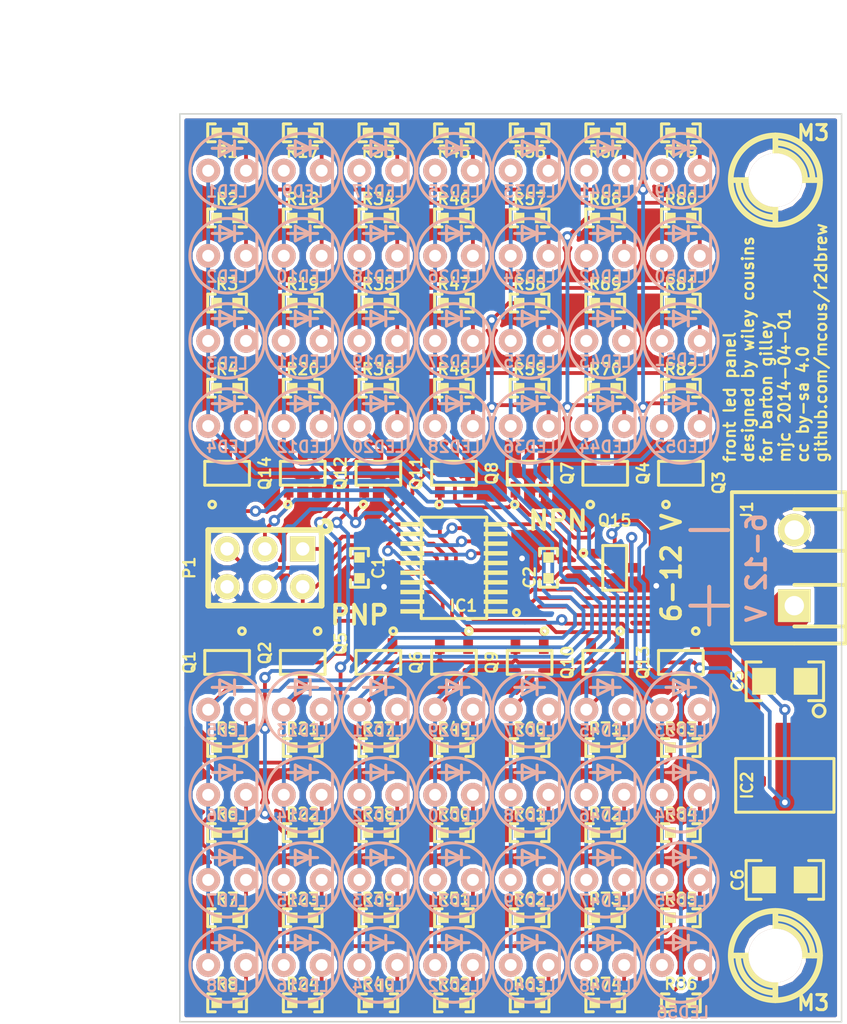
<source format=kicad_pcb>
(kicad_pcb (version 3) (host pcbnew "(2014-03-18 BZR 4754)-product")
  (title_block (title "r2dbrew front LED panel") (date "01 Apr 2014") (rev 0.1) (company "Wiley Cousins, LLC for Barton Gilley") (comment 1 "released under the terms of the CC BY-SA 4.0 license") (comment 2 "open source hardware") (comment 3 github.com/mcous/r2dbrew))
  (layers (15 F.Cu signal) (0 B.Cu signal) (18 B.Paste user) (19 F.Paste user) (20 B.SilkS user) (21 F.SilkS user) (22 B.Mask user) (23 F.Mask user) (28 Edge.Cuts user))
  (net 0 "")
  (net 1 /AVR_RST)
  (net 2 "/beer2d2 front LED panel/AVR_C0")
  (net 3 "/beer2d2 front LED panel/AVR_C1")
  (net 4 "/beer2d2 front LED panel/AVR_C2")
  (net 5 "/beer2d2 front LED panel/AVR_C3")
  (net 6 "/beer2d2 front LED panel/AVR_C4")
  (net 7 "/beer2d2 front LED panel/AVR_C5")
  (net 8 "/beer2d2 front LED panel/AVR_C6")
  (net 9 "/beer2d2 front LED panel/AVR_R0")
  (net 10 "/beer2d2 front LED panel/AVR_R1")
  (net 11 "/beer2d2 front LED panel/AVR_R2")
  (net 12 "/beer2d2 front LED panel/AVR_R3")
  (net 13 "/beer2d2 front LED panel/AVR_R4")
  (net 14 "/beer2d2 front LED panel/AVR_R5")
  (net 15 "/beer2d2 front LED panel/AVR_R6")
  (net 16 "/beer2d2 front LED panel/AVR_R7")
  (net 17 "/beer2d2 front LED panel/COL0")
  (net 18 "/beer2d2 front LED panel/COL1")
  (net 19 "/beer2d2 front LED panel/COL2")
  (net 20 "/beer2d2 front LED panel/COL3")
  (net 21 "/beer2d2 front LED panel/COL4")
  (net 22 "/beer2d2 front LED panel/COL5")
  (net 23 "/beer2d2 front LED panel/COL6")
  (net 24 "/beer2d2 front LED panel/ROW0")
  (net 25 "/beer2d2 front LED panel/ROW1")
  (net 26 "/beer2d2 front LED panel/ROW2")
  (net 27 "/beer2d2 front LED panel/ROW3")
  (net 28 "/beer2d2 front LED panel/ROW4")
  (net 29 "/beer2d2 front LED panel/ROW5")
  (net 30 "/beer2d2 front LED panel/ROW6")
  (net 31 "/beer2d2 front LED panel/ROW7")
  (net 32 GND)
  (net 33 VCC)
  (net 34 "Net-(C5-Pad1)")
  (net 35 "Net-(LED1-Pad1)")
  (net 36 "Net-(LED2-Pad1)")
  (net 37 "Net-(LED3-Pad1)")
  (net 38 "Net-(LED4-Pad1)")
  (net 39 "Net-(LED5-Pad1)")
  (net 40 "Net-(LED6-Pad1)")
  (net 41 "Net-(LED7-Pad1)")
  (net 42 "Net-(LED8-Pad1)")
  (net 43 "Net-(LED9-Pad1)")
  (net 44 "Net-(LED10-Pad1)")
  (net 45 "Net-(LED11-Pad1)")
  (net 46 "Net-(LED12-Pad1)")
  (net 47 "Net-(LED13-Pad1)")
  (net 48 "Net-(LED14-Pad1)")
  (net 49 "Net-(LED15-Pad1)")
  (net 50 "Net-(LED16-Pad1)")
  (net 51 "Net-(LED17-Pad1)")
  (net 52 "Net-(LED18-Pad1)")
  (net 53 "Net-(LED19-Pad1)")
  (net 54 "Net-(LED20-Pad1)")
  (net 55 "Net-(LED21-Pad1)")
  (net 56 "Net-(LED22-Pad1)")
  (net 57 "Net-(LED23-Pad1)")
  (net 58 "Net-(LED24-Pad1)")
  (net 59 "Net-(LED25-Pad1)")
  (net 60 "Net-(LED26-Pad1)")
  (net 61 "Net-(LED27-Pad1)")
  (net 62 "Net-(LED28-Pad1)")
  (net 63 "Net-(LED29-Pad1)")
  (net 64 "Net-(LED30-Pad1)")
  (net 65 "Net-(LED31-Pad1)")
  (net 66 "Net-(LED32-Pad1)")
  (net 67 "Net-(LED33-Pad1)")
  (net 68 "Net-(LED34-Pad1)")
  (net 69 "Net-(LED35-Pad1)")
  (net 70 "Net-(LED36-Pad1)")
  (net 71 "Net-(LED37-Pad1)")
  (net 72 "Net-(LED38-Pad1)")
  (net 73 "Net-(LED39-Pad1)")
  (net 74 "Net-(LED40-Pad1)")
  (net 75 "Net-(LED41-Pad1)")
  (net 76 "Net-(LED42-Pad1)")
  (net 77 "Net-(LED43-Pad1)")
  (net 78 "Net-(LED44-Pad1)")
  (net 79 "Net-(LED45-Pad1)")
  (net 80 "Net-(LED46-Pad1)")
  (net 81 "Net-(LED47-Pad1)")
  (net 82 "Net-(LED48-Pad1)")
  (net 83 "Net-(LED49-Pad1)")
  (net 84 "Net-(LED50-Pad1)")
  (net 85 "Net-(LED51-Pad1)")
  (net 86 "Net-(LED52-Pad1)")
  (net 87 "Net-(LED53-Pad1)")
  (net 88 "Net-(LED54-Pad1)")
  (net 89 "Net-(LED55-Pad1)")
  (net 90 "Net-(LED56-Pad1)")
  (module M3 (layer F.Cu) (at 151.765 130.175)
    (fp_text reference M3 (at 2.54 3.175) (layer F.SilkS) (effects (font (size 1.016 1.016) (thickness 0.2032))))
    (fp_text value VAL** hide)
    (pad 1 thru_hole circle (at 0 0) (size 3.6 3.6) (drill 3.6) (layers *.Cu *.SilkS *.Mask))
  )
  (module M3 (layer F.Cu) (at 151.765 78.105)
    (fp_text reference M3 (at 2.54 -3.175) (layer F.SilkS) (effects (font (size 1.016 1.016) (thickness 0.2032))))
    (fp_text value VAL** hide)
    (pad 1 thru_hole circle (at 0 0) (size 3.6 3.6) (drill 3.6) (layers *.Cu *.SilkS *.Mask))
  )
  (module "passive-smd:0603(1608m)" (layer F.Cu) (at 123.825 104.14 90)
    (fp_text reference C1 (at 0 1.27 90) (layer F.SilkS) (effects (font (size 0.762 0.762) (thickness 0.1524))))
    (fp_text value 0.1uF hide)
    (pad 1 smd rect (at -0.7 0 90) (size 0.7 0.7) (layers F.Cu F.Paste F.SilkS F.Mask) (net 32 GND))
    (pad 2 smd rect (at 0.7 0 90) (size 0.7 0.7) (layers F.Cu F.Paste F.SilkS F.Mask) (net 33 VCC))
  )
  (module "passive-smd:0603(1608m)" (layer F.Cu) (at 136.525 104.14 270)
    (fp_text reference C2 (at 0.635 1.27 270) (layer F.SilkS) (effects (font (size 0.762 0.762) (thickness 0.1524))))
    (fp_text value 0.1uF hide)
    (pad 1 smd rect (at -0.7 0 270) (size 0.7 0.7) (layers F.Cu F.Paste F.SilkS F.Mask) (net 32 GND))
    (pad 2 smd rect (at 0.7 0 270) (size 0.7 0.7) (layers F.Cu F.Paste F.SilkS F.Mask) (net 33 VCC))
  )
  (module "passive-smd:1206(3216m)" (layer F.Cu) (at 152.4 111.76)
    (fp_text reference C5 (at -3.175 0 90) (layer F.SilkS) (effects (font (size 0.762 0.762) (thickness 0.1524))))
    (fp_text value 10uF hide)
    (pad 1 smd rect (at -1.4 0) (size 1.6 1.8) (layers F.Cu F.Paste F.SilkS F.Mask) (net 34 "Net-(C5-Pad1)"))
    (pad 2 smd rect (at 1.4 0) (size 1.6 1.8) (layers F.Cu F.Paste F.SilkS F.Mask) (net 32 GND))
  )
  (module "passive-smd:1206(3216m)" (layer F.Cu) (at 152.4 125.095 180)
    (fp_text reference C6 (at 3.175 0 270) (layer F.SilkS) (effects (font (size 0.762 0.762) (thickness 0.1524))))
    (fp_text value 22uF hide)
    (pad 1 smd rect (at -1.4 0 180) (size 1.6 1.8) (layers F.Cu F.Paste F.SilkS F.Mask) (net 33 VCC))
    (pad 2 smd rect (at 1.4 0 180) (size 1.6 1.8) (layers F.Cu F.Paste F.SilkS F.Mask) (net 32 GND))
  )
  (module sop:TSSOP20 (layer F.Cu) (at 130.175 104.14 180)
    (fp_text reference IC1 (at -0.635 -2.54 360) (layer F.SilkS) (effects (font (size 0.762 0.762) (thickness 0.1524))))
    (fp_text value ATTINY167 hide)
    (pad 19 smd rect (at 2.8 -2.275 180) (size 1.6 0.3) (layers F.Cu F.Paste F.SilkS F.Mask) (net 3 "/beer2d2 front LED panel/AVR_C1"))
    (pad 20 smd rect (at 2.8 -2.925 180) (size 1.6 0.3) (layers F.Cu F.Paste F.SilkS F.Mask) (net 2 "/beer2d2 front LED panel/AVR_C0"))
    (pad 18 smd rect (at 2.8 -1.625 180) (size 1.6 0.3) (layers F.Cu F.Paste F.SilkS F.Mask) (net 4 "/beer2d2 front LED panel/AVR_C2"))
    (pad 17 smd rect (at 2.8 -0.975 180) (size 1.6 0.3) (layers F.Cu F.Paste F.SilkS F.Mask) (net 5 "/beer2d2 front LED panel/AVR_C3"))
    (pad 16 smd rect (at 2.8 -0.325 180) (size 1.6 0.3) (layers F.Cu F.Paste F.SilkS F.Mask) (net 32 GND))
    (pad 15 smd rect (at 2.8 0.325 180) (size 1.6 0.3) (layers F.Cu F.Paste F.SilkS F.Mask) (net 33 VCC))
    (pad 14 smd rect (at 2.8 0.975 180) (size 1.6 0.3) (layers F.Cu F.Paste F.SilkS F.Mask) (net 6 "/beer2d2 front LED panel/AVR_C4"))
    (pad 13 smd rect (at 2.8 1.625 180) (size 1.6 0.3) (layers F.Cu F.Paste F.SilkS F.Mask) (net 7 "/beer2d2 front LED panel/AVR_C5"))
    (pad 10 smd rect (at -2.8 2.925 180) (size 1.6 0.3) (layers F.Cu F.Paste F.SilkS F.Mask) (net 16 "/beer2d2 front LED panel/AVR_R7"))
    (pad 9 smd rect (at -2.8 2.275 180) (size 1.6 0.3) (layers F.Cu F.Paste F.SilkS F.Mask) (net 15 "/beer2d2 front LED panel/AVR_R6"))
    (pad 8 smd rect (at -2.8 1.625 180) (size 1.6 0.3) (layers F.Cu F.Paste F.SilkS F.Mask) (net 14 "/beer2d2 front LED panel/AVR_R5"))
    (pad 7 smd rect (at -2.8 0.975 180) (size 1.6 0.3) (layers F.Cu F.Paste F.SilkS F.Mask) (net 13 "/beer2d2 front LED panel/AVR_R4"))
    (pad 1 smd rect (at -2.8 -2.925 180) (size 1.6 0.3) (layers F.Cu F.Paste F.SilkS F.Mask) (net 9 "/beer2d2 front LED panel/AVR_R0"))
    (pad 2 smd rect (at -2.8 -2.275 180) (size 1.6 0.3) (layers F.Cu F.Paste F.SilkS F.Mask) (net 10 "/beer2d2 front LED panel/AVR_R1"))
    (pad 3 smd rect (at -2.8 -1.625 180) (size 1.6 0.3) (layers F.Cu F.Paste F.SilkS F.Mask) (net 11 "/beer2d2 front LED panel/AVR_R2"))
    (pad 4 smd rect (at -2.8 -0.975 180) (size 1.6 0.3) (layers F.Cu F.Paste F.SilkS F.Mask) (net 12 "/beer2d2 front LED panel/AVR_R3"))
    (pad 5 smd rect (at -2.8 -0.325 180) (size 1.6 0.3) (layers F.Cu F.Paste F.SilkS F.Mask) (net 33 VCC))
    (pad 6 smd rect (at -2.8 0.325 180) (size 1.6 0.3) (layers F.Cu F.Paste F.SilkS F.Mask) (net 32 GND))
    (pad 12 smd rect (at 2.8 2.275 180) (size 1.6 0.3) (layers F.Cu F.Paste F.SilkS F.Mask) (net 8 "/beer2d2 front LED panel/AVR_C6"))
    (pad 11 smd rect (at 2.8 2.925 180) (size 1.6 0.3) (layers F.Cu F.Paste F.SilkS F.Mask) (net 1 /AVR_RST))
  )
  (module sot:SOT223 (layer F.Cu) (at 152.4 118.745 270)
    (fp_text reference IC2 (at 0 2.54 270) (layer F.SilkS) (effects (font (size 0.762 0.762) (thickness 0.1524))))
    (fp_text value LM1117 hide)
    (pad 1 smd rect (at -3.1 -2.3 270) (size 2.2 1.2) (layers F.Cu F.Paste F.Mask) (net 32 GND))
    (pad 2 smd rect (at -3.1 0 270) (size 2.2 1.2) (layers F.Cu F.Paste F.Mask) (net 33 VCC))
    (pad 3 smd rect (at -3.1 2.3 270) (size 2.2 1.2) (layers F.Cu F.Paste F.Mask) (net 34 "Net-(C5-Pad1)"))
    (pad 0 smd rect (at 3.1 0 270) (size 2.2 3.5) (layers F.Cu F.Paste F.Mask) (net 33 VCC))
  )
  (module connect-thru:1x2-SCREW-TERM_P200mil (layer F.Cu) (at 153.035 104.14 90)
    (fp_text reference J1 (at 3.81 -3.175 90) (layer F.SilkS) (effects (font (size 0.762 0.762) (thickness 0.1524))))
    (fp_text value 6-12V hide)
    (pad 1 thru_hole rect (at -2.54 0 90) (size 2.2 2.2) (drill 1.3) (layers *.Cu *.Mask F.SilkS) (net 34 "Net-(C5-Pad1)"))
    (pad 2 thru_hole circle (at 2.54 0 90) (size 2.2 2.2) (drill 1.3) (layers *.Cu *.Mask F.SilkS) (net 32 GND))
  )
  (module led:5mm-THRU-LED (layer B.Cu) (at 114.935 77.47 180)
    (fp_text reference LED1 (at 0 -1.397 180) (layer B.SilkS) (effects (font (size 0.762 0.762) (thickness 0.1524)) (justify mirror)))
    (fp_text value LED hide)
    (pad 2 thru_hole circle (at 1.27 0) (size 1.6 1.6) (drill 0.8) (layers *.Cu *.Mask B.SilkS) (net 17 "/beer2d2 front LED panel/COL0"))
    (pad 1 thru_hole circle (at -1.27 0) (size 1.6 1.6) (drill 0.8) (layers *.Cu *.Mask B.SilkS) (net 35 "Net-(LED1-Pad1)"))
  )
  (module led:5mm-THRU-LED (layer B.Cu) (at 114.935 83.185 180)
    (fp_text reference LED2 (at 0 -1.397 180) (layer B.SilkS) (effects (font (size 0.762 0.762) (thickness 0.1524)) (justify mirror)))
    (fp_text value LED hide)
    (pad 2 thru_hole circle (at 1.27 0) (size 1.6 1.6) (drill 0.8) (layers *.Cu *.Mask B.SilkS) (net 17 "/beer2d2 front LED panel/COL0"))
    (pad 1 thru_hole circle (at -1.27 0) (size 1.6 1.6) (drill 0.8) (layers *.Cu *.Mask B.SilkS) (net 36 "Net-(LED2-Pad1)"))
  )
  (module led:5mm-THRU-LED (layer B.Cu) (at 114.935 88.9 180)
    (fp_text reference LED3 (at 0 -1.524 180) (layer B.SilkS) (effects (font (size 0.762 0.762) (thickness 0.1524)) (justify mirror)))
    (fp_text value LED hide)
    (pad 2 thru_hole circle (at 1.27 0) (size 1.6 1.6) (drill 0.8) (layers *.Cu *.Mask B.SilkS) (net 17 "/beer2d2 front LED panel/COL0"))
    (pad 1 thru_hole circle (at -1.27 0) (size 1.6 1.6) (drill 0.8) (layers *.Cu *.Mask B.SilkS) (net 37 "Net-(LED3-Pad1)"))
  )
  (module led:5mm-THRU-LED (layer B.Cu) (at 114.935 94.615 180)
    (fp_text reference LED4 (at 0 -1.397 180) (layer B.SilkS) (effects (font (size 0.762 0.762) (thickness 0.1524)) (justify mirror)))
    (fp_text value LED hide)
    (pad 2 thru_hole circle (at 1.27 0) (size 1.6 1.6) (drill 0.8) (layers *.Cu *.Mask B.SilkS) (net 17 "/beer2d2 front LED panel/COL0"))
    (pad 1 thru_hole circle (at -1.27 0) (size 1.6 1.6) (drill 0.8) (layers *.Cu *.Mask B.SilkS) (net 38 "Net-(LED4-Pad1)"))
  )
  (module led:5mm-THRU-LED (layer B.Cu) (at 114.935 113.665 180)
    (fp_text reference LED5 (at 0 -1.397 180) (layer B.SilkS) (effects (font (size 0.762 0.762) (thickness 0.1524)) (justify mirror)))
    (fp_text value LED hide)
    (pad 2 thru_hole circle (at 1.27 0) (size 1.6 1.6) (drill 0.8) (layers *.Cu *.Mask B.SilkS) (net 17 "/beer2d2 front LED panel/COL0"))
    (pad 1 thru_hole circle (at -1.27 0) (size 1.6 1.6) (drill 0.8) (layers *.Cu *.Mask B.SilkS) (net 39 "Net-(LED5-Pad1)"))
  )
  (module led:5mm-THRU-LED (layer B.Cu) (at 114.935 119.38 180)
    (fp_text reference LED6 (at 0 -1.397 180) (layer B.SilkS) (effects (font (size 0.762 0.762) (thickness 0.1524)) (justify mirror)))
    (fp_text value LED hide)
    (pad 2 thru_hole circle (at 1.27 0) (size 1.6 1.6) (drill 0.8) (layers *.Cu *.Mask B.SilkS) (net 17 "/beer2d2 front LED panel/COL0"))
    (pad 1 thru_hole circle (at -1.27 0) (size 1.6 1.6) (drill 0.8) (layers *.Cu *.Mask B.SilkS) (net 40 "Net-(LED6-Pad1)"))
  )
  (module led:5mm-THRU-LED (layer B.Cu) (at 114.935 125.095 180)
    (fp_text reference LED7 (at 0 -1.397 180) (layer B.SilkS) (effects (font (size 0.762 0.762) (thickness 0.1524)) (justify mirror)))
    (fp_text value LED hide)
    (pad 2 thru_hole circle (at 1.27 0) (size 1.6 1.6) (drill 0.8) (layers *.Cu *.Mask B.SilkS) (net 17 "/beer2d2 front LED panel/COL0"))
    (pad 1 thru_hole circle (at -1.27 0) (size 1.6 1.6) (drill 0.8) (layers *.Cu *.Mask B.SilkS) (net 41 "Net-(LED7-Pad1)"))
  )
  (module led:5mm-THRU-LED (layer B.Cu) (at 114.935 130.81 180)
    (fp_text reference LED8 (at 0 -1.397 180) (layer B.SilkS) (effects (font (size 0.762 0.762) (thickness 0.1524)) (justify mirror)))
    (fp_text value LED hide)
    (pad 2 thru_hole circle (at 1.27 0) (size 1.6 1.6) (drill 0.8) (layers *.Cu *.Mask B.SilkS) (net 17 "/beer2d2 front LED panel/COL0"))
    (pad 1 thru_hole circle (at -1.27 0) (size 1.6 1.6) (drill 0.8) (layers *.Cu *.Mask B.SilkS) (net 42 "Net-(LED8-Pad1)"))
  )
  (module led:5mm-THRU-LED (layer B.Cu) (at 120.015 77.47 180)
    (fp_text reference LED9 (at 0 -1.397 180) (layer B.SilkS) (effects (font (size 0.762 0.762) (thickness 0.1524)) (justify mirror)))
    (fp_text value LED hide)
    (pad 2 thru_hole circle (at 1.27 0) (size 1.6 1.6) (drill 0.8) (layers *.Cu *.Mask B.SilkS) (net 18 "/beer2d2 front LED panel/COL1"))
    (pad 1 thru_hole circle (at -1.27 0) (size 1.6 1.6) (drill 0.8) (layers *.Cu *.Mask B.SilkS) (net 43 "Net-(LED9-Pad1)"))
  )
  (module led:5mm-THRU-LED (layer B.Cu) (at 120.015 83.185 180)
    (fp_text reference LED10 (at 0 -1.397 180) (layer B.SilkS) (effects (font (size 0.762 0.762) (thickness 0.1524)) (justify mirror)))
    (fp_text value LED hide)
    (pad 2 thru_hole circle (at 1.27 0) (size 1.6 1.6) (drill 0.8) (layers *.Cu *.Mask B.SilkS) (net 18 "/beer2d2 front LED panel/COL1"))
    (pad 1 thru_hole circle (at -1.27 0) (size 1.6 1.6) (drill 0.8) (layers *.Cu *.Mask B.SilkS) (net 44 "Net-(LED10-Pad1)"))
  )
  (module led:5mm-THRU-LED (layer B.Cu) (at 120.015 88.9 180)
    (fp_text reference LED11 (at 0 -1.397 180) (layer B.SilkS) (effects (font (size 0.762 0.762) (thickness 0.1524)) (justify mirror)))
    (fp_text value LED hide)
    (pad 2 thru_hole circle (at 1.27 0) (size 1.6 1.6) (drill 0.8) (layers *.Cu *.Mask B.SilkS) (net 18 "/beer2d2 front LED panel/COL1"))
    (pad 1 thru_hole circle (at -1.27 0) (size 1.6 1.6) (drill 0.8) (layers *.Cu *.Mask B.SilkS) (net 45 "Net-(LED11-Pad1)"))
  )
  (module led:5mm-THRU-LED (layer B.Cu) (at 120.015 94.615 180)
    (fp_text reference LED12 (at 0 -1.397 180) (layer B.SilkS) (effects (font (size 0.762 0.762) (thickness 0.1524)) (justify mirror)))
    (fp_text value LED hide)
    (pad 2 thru_hole circle (at 1.27 0) (size 1.6 1.6) (drill 0.8) (layers *.Cu *.Mask B.SilkS) (net 18 "/beer2d2 front LED panel/COL1"))
    (pad 1 thru_hole circle (at -1.27 0) (size 1.6 1.6) (drill 0.8) (layers *.Cu *.Mask B.SilkS) (net 46 "Net-(LED12-Pad1)"))
  )
  (module led:5mm-THRU-LED (layer B.Cu) (at 120.015 113.665 180)
    (fp_text reference LED13 (at 0 -1.397 180) (layer B.SilkS) (effects (font (size 0.762 0.762) (thickness 0.1524)) (justify mirror)))
    (fp_text value LED hide)
    (pad 2 thru_hole circle (at 1.27 0) (size 1.6 1.6) (drill 0.8) (layers *.Cu *.Mask B.SilkS) (net 18 "/beer2d2 front LED panel/COL1"))
    (pad 1 thru_hole circle (at -1.27 0) (size 1.6 1.6) (drill 0.8) (layers *.Cu *.Mask B.SilkS) (net 47 "Net-(LED13-Pad1)"))
  )
  (module led:5mm-THRU-LED (layer B.Cu) (at 120.015 119.38 180)
    (fp_text reference LED14 (at 0 -1.397 180) (layer B.SilkS) (effects (font (size 0.762 0.762) (thickness 0.1524)) (justify mirror)))
    (fp_text value LED hide)
    (pad 2 thru_hole circle (at 1.27 0) (size 1.6 1.6) (drill 0.8) (layers *.Cu *.Mask B.SilkS) (net 18 "/beer2d2 front LED panel/COL1"))
    (pad 1 thru_hole circle (at -1.27 0) (size 1.6 1.6) (drill 0.8) (layers *.Cu *.Mask B.SilkS) (net 48 "Net-(LED14-Pad1)"))
  )
  (module led:5mm-THRU-LED (layer B.Cu) (at 120.015 125.095 180)
    (fp_text reference LED15 (at 0 -1.397 180) (layer B.SilkS) (effects (font (size 0.762 0.762) (thickness 0.1524)) (justify mirror)))
    (fp_text value LED hide)
    (pad 2 thru_hole circle (at 1.27 0) (size 1.6 1.6) (drill 0.8) (layers *.Cu *.Mask B.SilkS) (net 18 "/beer2d2 front LED panel/COL1"))
    (pad 1 thru_hole circle (at -1.27 0) (size 1.6 1.6) (drill 0.8) (layers *.Cu *.Mask B.SilkS) (net 49 "Net-(LED15-Pad1)"))
  )
  (module led:5mm-THRU-LED (layer B.Cu) (at 120.015 130.81 180)
    (fp_text reference LED16 (at 0 -1.397 180) (layer B.SilkS) (effects (font (size 0.762 0.762) (thickness 0.1524)) (justify mirror)))
    (fp_text value LED hide)
    (pad 2 thru_hole circle (at 1.27 0) (size 1.6 1.6) (drill 0.8) (layers *.Cu *.Mask B.SilkS) (net 18 "/beer2d2 front LED panel/COL1"))
    (pad 1 thru_hole circle (at -1.27 0) (size 1.6 1.6) (drill 0.8) (layers *.Cu *.Mask B.SilkS) (net 50 "Net-(LED16-Pad1)"))
  )
  (module led:5mm-THRU-LED (layer B.Cu) (at 125.095 77.47 180)
    (fp_text reference LED17 (at 0 -1.397 180) (layer B.SilkS) (effects (font (size 0.762 0.762) (thickness 0.1524)) (justify mirror)))
    (fp_text value LED hide)
    (pad 2 thru_hole circle (at 1.27 0) (size 1.6 1.6) (drill 0.8) (layers *.Cu *.Mask B.SilkS) (net 19 "/beer2d2 front LED panel/COL2"))
    (pad 1 thru_hole circle (at -1.27 0) (size 1.6 1.6) (drill 0.8) (layers *.Cu *.Mask B.SilkS) (net 51 "Net-(LED17-Pad1)"))
  )
  (module led:5mm-THRU-LED (layer B.Cu) (at 125.095 83.185 180)
    (fp_text reference LED18 (at 0 -1.397 180) (layer B.SilkS) (effects (font (size 0.762 0.762) (thickness 0.1524)) (justify mirror)))
    (fp_text value LED hide)
    (pad 2 thru_hole circle (at 1.27 0) (size 1.6 1.6) (drill 0.8) (layers *.Cu *.Mask B.SilkS) (net 19 "/beer2d2 front LED panel/COL2"))
    (pad 1 thru_hole circle (at -1.27 0) (size 1.6 1.6) (drill 0.8) (layers *.Cu *.Mask B.SilkS) (net 52 "Net-(LED18-Pad1)"))
  )
  (module led:5mm-THRU-LED (layer B.Cu) (at 125.095 88.9 180)
    (fp_text reference LED19 (at 0 -1.397 180) (layer B.SilkS) (effects (font (size 0.762 0.762) (thickness 0.1524)) (justify mirror)))
    (fp_text value LED hide)
    (pad 2 thru_hole circle (at 1.27 0) (size 1.6 1.6) (drill 0.8) (layers *.Cu *.Mask B.SilkS) (net 19 "/beer2d2 front LED panel/COL2"))
    (pad 1 thru_hole circle (at -1.27 0) (size 1.6 1.6) (drill 0.8) (layers *.Cu *.Mask B.SilkS) (net 53 "Net-(LED19-Pad1)"))
  )
  (module led:5mm-THRU-LED (layer B.Cu) (at 125.095 94.615 180)
    (fp_text reference LED20 (at 0 -1.397 180) (layer B.SilkS) (effects (font (size 0.762 0.762) (thickness 0.1524)) (justify mirror)))
    (fp_text value LED hide)
    (pad 2 thru_hole circle (at 1.27 0) (size 1.6 1.6) (drill 0.8) (layers *.Cu *.Mask B.SilkS) (net 19 "/beer2d2 front LED panel/COL2"))
    (pad 1 thru_hole circle (at -1.27 0) (size 1.6 1.6) (drill 0.8) (layers *.Cu *.Mask B.SilkS) (net 54 "Net-(LED20-Pad1)"))
  )
  (module led:5mm-THRU-LED (layer B.Cu) (at 125.095 113.665 180)
    (fp_text reference LED21 (at 0 -1.397 180) (layer B.SilkS) (effects (font (size 0.762 0.762) (thickness 0.1524)) (justify mirror)))
    (fp_text value LED hide)
    (pad 2 thru_hole circle (at 1.27 0) (size 1.6 1.6) (drill 0.8) (layers *.Cu *.Mask B.SilkS) (net 19 "/beer2d2 front LED panel/COL2"))
    (pad 1 thru_hole circle (at -1.27 0) (size 1.6 1.6) (drill 0.8) (layers *.Cu *.Mask B.SilkS) (net 55 "Net-(LED21-Pad1)"))
  )
  (module led:5mm-THRU-LED (layer B.Cu) (at 125.095 119.38 180)
    (fp_text reference LED22 (at 0 -1.397 180) (layer B.SilkS) (effects (font (size 0.762 0.762) (thickness 0.1524)) (justify mirror)))
    (fp_text value LED hide)
    (pad 2 thru_hole circle (at 1.27 0) (size 1.6 1.6) (drill 0.8) (layers *.Cu *.Mask B.SilkS) (net 19 "/beer2d2 front LED panel/COL2"))
    (pad 1 thru_hole circle (at -1.27 0) (size 1.6 1.6) (drill 0.8) (layers *.Cu *.Mask B.SilkS) (net 56 "Net-(LED22-Pad1)"))
  )
  (module led:5mm-THRU-LED (layer B.Cu) (at 125.095 125.095 180)
    (fp_text reference LED23 (at 0 -1.397 180) (layer B.SilkS) (effects (font (size 0.762 0.762) (thickness 0.1524)) (justify mirror)))
    (fp_text value LED hide)
    (pad 2 thru_hole circle (at 1.27 0) (size 1.6 1.6) (drill 0.8) (layers *.Cu *.Mask B.SilkS) (net 19 "/beer2d2 front LED panel/COL2"))
    (pad 1 thru_hole circle (at -1.27 0) (size 1.6 1.6) (drill 0.8) (layers *.Cu *.Mask B.SilkS) (net 57 "Net-(LED23-Pad1)"))
  )
  (module led:5mm-THRU-LED (layer B.Cu) (at 125.095 130.81 180)
    (fp_text reference LED24 (at 0 -1.397 180) (layer B.SilkS) (effects (font (size 0.762 0.762) (thickness 0.1524)) (justify mirror)))
    (fp_text value LED hide)
    (pad 2 thru_hole circle (at 1.27 0) (size 1.6 1.6) (drill 0.8) (layers *.Cu *.Mask B.SilkS) (net 19 "/beer2d2 front LED panel/COL2"))
    (pad 1 thru_hole circle (at -1.27 0) (size 1.6 1.6) (drill 0.8) (layers *.Cu *.Mask B.SilkS) (net 58 "Net-(LED24-Pad1)"))
  )
  (module led:5mm-THRU-LED (layer B.Cu) (at 130.175 77.47 180)
    (fp_text reference LED25 (at 0 -1.397 180) (layer B.SilkS) (effects (font (size 0.762 0.762) (thickness 0.1524)) (justify mirror)))
    (fp_text value LED hide)
    (pad 2 thru_hole circle (at 1.27 0) (size 1.6 1.6) (drill 0.8) (layers *.Cu *.Mask B.SilkS) (net 20 "/beer2d2 front LED panel/COL3"))
    (pad 1 thru_hole circle (at -1.27 0) (size 1.6 1.6) (drill 0.8) (layers *.Cu *.Mask B.SilkS) (net 59 "Net-(LED25-Pad1)"))
  )
  (module led:5mm-THRU-LED (layer B.Cu) (at 130.175 83.185 180)
    (fp_text reference LED26 (at 0 -1.397 180) (layer B.SilkS) (effects (font (size 0.762 0.762) (thickness 0.1524)) (justify mirror)))
    (fp_text value LED hide)
    (pad 2 thru_hole circle (at 1.27 0) (size 1.6 1.6) (drill 0.8) (layers *.Cu *.Mask B.SilkS) (net 20 "/beer2d2 front LED panel/COL3"))
    (pad 1 thru_hole circle (at -1.27 0) (size 1.6 1.6) (drill 0.8) (layers *.Cu *.Mask B.SilkS) (net 60 "Net-(LED26-Pad1)"))
  )
  (module led:5mm-THRU-LED (layer B.Cu) (at 130.175 88.9 180)
    (fp_text reference LED27 (at 0 -1.397 180) (layer B.SilkS) (effects (font (size 0.762 0.762) (thickness 0.1524)) (justify mirror)))
    (fp_text value LED hide)
    (pad 2 thru_hole circle (at 1.27 0) (size 1.6 1.6) (drill 0.8) (layers *.Cu *.Mask B.SilkS) (net 20 "/beer2d2 front LED panel/COL3"))
    (pad 1 thru_hole circle (at -1.27 0) (size 1.6 1.6) (drill 0.8) (layers *.Cu *.Mask B.SilkS) (net 61 "Net-(LED27-Pad1)"))
  )
  (module led:5mm-THRU-LED (layer B.Cu) (at 130.175 94.615 180)
    (fp_text reference LED28 (at 0 -1.397 180) (layer B.SilkS) (effects (font (size 0.762 0.762) (thickness 0.1524)) (justify mirror)))
    (fp_text value LED hide)
    (pad 2 thru_hole circle (at 1.27 0) (size 1.6 1.6) (drill 0.8) (layers *.Cu *.Mask B.SilkS) (net 20 "/beer2d2 front LED panel/COL3"))
    (pad 1 thru_hole circle (at -1.27 0) (size 1.6 1.6) (drill 0.8) (layers *.Cu *.Mask B.SilkS) (net 62 "Net-(LED28-Pad1)"))
  )
  (module led:5mm-THRU-LED (layer B.Cu) (at 130.175 113.665 180)
    (fp_text reference LED29 (at 0 -1.397 180) (layer B.SilkS) (effects (font (size 0.762 0.762) (thickness 0.1524)) (justify mirror)))
    (fp_text value LED hide)
    (pad 2 thru_hole circle (at 1.27 0) (size 1.6 1.6) (drill 0.8) (layers *.Cu *.Mask B.SilkS) (net 20 "/beer2d2 front LED panel/COL3"))
    (pad 1 thru_hole circle (at -1.27 0) (size 1.6 1.6) (drill 0.8) (layers *.Cu *.Mask B.SilkS) (net 63 "Net-(LED29-Pad1)"))
  )
  (module led:5mm-THRU-LED (layer B.Cu) (at 130.175 119.38 180)
    (fp_text reference LED30 (at 0 -1.397 180) (layer B.SilkS) (effects (font (size 0.762 0.762) (thickness 0.1524)) (justify mirror)))
    (fp_text value LED hide)
    (pad 2 thru_hole circle (at 1.27 0) (size 1.6 1.6) (drill 0.8) (layers *.Cu *.Mask B.SilkS) (net 20 "/beer2d2 front LED panel/COL3"))
    (pad 1 thru_hole circle (at -1.27 0) (size 1.6 1.6) (drill 0.8) (layers *.Cu *.Mask B.SilkS) (net 64 "Net-(LED30-Pad1)"))
  )
  (module led:5mm-THRU-LED (layer B.Cu) (at 130.175 125.095 180)
    (fp_text reference LED31 (at 0 -1.397 180) (layer B.SilkS) (effects (font (size 0.762 0.762) (thickness 0.1524)) (justify mirror)))
    (fp_text value LED hide)
    (pad 2 thru_hole circle (at 1.27 0) (size 1.6 1.6) (drill 0.8) (layers *.Cu *.Mask B.SilkS) (net 20 "/beer2d2 front LED panel/COL3"))
    (pad 1 thru_hole circle (at -1.27 0) (size 1.6 1.6) (drill 0.8) (layers *.Cu *.Mask B.SilkS) (net 65 "Net-(LED31-Pad1)"))
  )
  (module led:5mm-THRU-LED (layer B.Cu) (at 130.175 130.81 180)
    (fp_text reference LED32 (at 0 -1.397 180) (layer B.SilkS) (effects (font (size 0.762 0.762) (thickness 0.1524)) (justify mirror)))
    (fp_text value LED hide)
    (pad 2 thru_hole circle (at 1.27 0) (size 1.6 1.6) (drill 0.8) (layers *.Cu *.Mask B.SilkS) (net 20 "/beer2d2 front LED panel/COL3"))
    (pad 1 thru_hole circle (at -1.27 0) (size 1.6 1.6) (drill 0.8) (layers *.Cu *.Mask B.SilkS) (net 66 "Net-(LED32-Pad1)"))
  )
  (module led:5mm-THRU-LED (layer B.Cu) (at 135.255 77.47 180)
    (fp_text reference LED33 (at 0 -1.397 180) (layer B.SilkS) (effects (font (size 0.762 0.762) (thickness 0.1524)) (justify mirror)))
    (fp_text value LED hide)
    (pad 2 thru_hole circle (at 1.27 0) (size 1.6 1.6) (drill 0.8) (layers *.Cu *.Mask B.SilkS) (net 21 "/beer2d2 front LED panel/COL4"))
    (pad 1 thru_hole circle (at -1.27 0) (size 1.6 1.6) (drill 0.8) (layers *.Cu *.Mask B.SilkS) (net 67 "Net-(LED33-Pad1)"))
  )
  (module led:5mm-THRU-LED (layer B.Cu) (at 135.255 83.185 180)
    (fp_text reference LED34 (at 0 -1.397 180) (layer B.SilkS) (effects (font (size 0.762 0.762) (thickness 0.1524)) (justify mirror)))
    (fp_text value LED hide)
    (pad 2 thru_hole circle (at 1.27 0) (size 1.6 1.6) (drill 0.8) (layers *.Cu *.Mask B.SilkS) (net 21 "/beer2d2 front LED panel/COL4"))
    (pad 1 thru_hole circle (at -1.27 0) (size 1.6 1.6) (drill 0.8) (layers *.Cu *.Mask B.SilkS) (net 68 "Net-(LED34-Pad1)"))
  )
  (module led:5mm-THRU-LED (layer B.Cu) (at 135.255 88.9 180)
    (fp_text reference LED35 (at 0 -1.397 180) (layer B.SilkS) (effects (font (size 0.762 0.762) (thickness 0.1524)) (justify mirror)))
    (fp_text value LED hide)
    (pad 2 thru_hole circle (at 1.27 0) (size 1.6 1.6) (drill 0.8) (layers *.Cu *.Mask B.SilkS) (net 21 "/beer2d2 front LED panel/COL4"))
    (pad 1 thru_hole circle (at -1.27 0) (size 1.6 1.6) (drill 0.8) (layers *.Cu *.Mask B.SilkS) (net 69 "Net-(LED35-Pad1)"))
  )
  (module led:5mm-THRU-LED (layer B.Cu) (at 135.255 94.615 180)
    (fp_text reference LED36 (at 0 -1.397 180) (layer B.SilkS) (effects (font (size 0.762 0.762) (thickness 0.1524)) (justify mirror)))
    (fp_text value LED hide)
    (pad 2 thru_hole circle (at 1.27 0) (size 1.6 1.6) (drill 0.8) (layers *.Cu *.Mask B.SilkS) (net 21 "/beer2d2 front LED panel/COL4"))
    (pad 1 thru_hole circle (at -1.27 0) (size 1.6 1.6) (drill 0.8) (layers *.Cu *.Mask B.SilkS) (net 70 "Net-(LED36-Pad1)"))
  )
  (module led:5mm-THRU-LED (layer B.Cu) (at 135.255 113.665 180)
    (fp_text reference LED37 (at 0 -1.397 180) (layer B.SilkS) (effects (font (size 0.762 0.762) (thickness 0.1524)) (justify mirror)))
    (fp_text value LED hide)
    (pad 2 thru_hole circle (at 1.27 0) (size 1.6 1.6) (drill 0.8) (layers *.Cu *.Mask B.SilkS) (net 21 "/beer2d2 front LED panel/COL4"))
    (pad 1 thru_hole circle (at -1.27 0) (size 1.6 1.6) (drill 0.8) (layers *.Cu *.Mask B.SilkS) (net 71 "Net-(LED37-Pad1)"))
  )
  (module led:5mm-THRU-LED (layer B.Cu) (at 135.255 119.38 180)
    (fp_text reference LED38 (at 0 -1.397 180) (layer B.SilkS) (effects (font (size 0.762 0.762) (thickness 0.1524)) (justify mirror)))
    (fp_text value LED hide)
    (pad 2 thru_hole circle (at 1.27 0) (size 1.6 1.6) (drill 0.8) (layers *.Cu *.Mask B.SilkS) (net 21 "/beer2d2 front LED panel/COL4"))
    (pad 1 thru_hole circle (at -1.27 0) (size 1.6 1.6) (drill 0.8) (layers *.Cu *.Mask B.SilkS) (net 72 "Net-(LED38-Pad1)"))
  )
  (module led:5mm-THRU-LED (layer B.Cu) (at 135.255 125.095 180)
    (fp_text reference LED39 (at 0 -1.397 180) (layer B.SilkS) (effects (font (size 0.762 0.762) (thickness 0.1524)) (justify mirror)))
    (fp_text value LED hide)
    (pad 2 thru_hole circle (at 1.27 0) (size 1.6 1.6) (drill 0.8) (layers *.Cu *.Mask B.SilkS) (net 21 "/beer2d2 front LED panel/COL4"))
    (pad 1 thru_hole circle (at -1.27 0) (size 1.6 1.6) (drill 0.8) (layers *.Cu *.Mask B.SilkS) (net 73 "Net-(LED39-Pad1)"))
  )
  (module led:5mm-THRU-LED (layer B.Cu) (at 135.255 130.81 180)
    (fp_text reference LED40 (at 0 -1.397 180) (layer B.SilkS) (effects (font (size 0.762 0.762) (thickness 0.1524)) (justify mirror)))
    (fp_text value LED hide)
    (pad 2 thru_hole circle (at 1.27 0) (size 1.6 1.6) (drill 0.8) (layers *.Cu *.Mask B.SilkS) (net 21 "/beer2d2 front LED panel/COL4"))
    (pad 1 thru_hole circle (at -1.27 0) (size 1.6 1.6) (drill 0.8) (layers *.Cu *.Mask B.SilkS) (net 74 "Net-(LED40-Pad1)"))
  )
  (module led:5mm-THRU-LED (layer B.Cu) (at 140.335 77.47 180)
    (fp_text reference LED41 (at 0 -1.397 180) (layer B.SilkS) (effects (font (size 0.762 0.762) (thickness 0.1524)) (justify mirror)))
    (fp_text value LED hide)
    (pad 2 thru_hole circle (at 1.27 0) (size 1.6 1.6) (drill 0.8) (layers *.Cu *.Mask B.SilkS) (net 22 "/beer2d2 front LED panel/COL5"))
    (pad 1 thru_hole circle (at -1.27 0) (size 1.6 1.6) (drill 0.8) (layers *.Cu *.Mask B.SilkS) (net 75 "Net-(LED41-Pad1)"))
  )
  (module led:5mm-THRU-LED (layer B.Cu) (at 140.335 83.185 180)
    (fp_text reference LED42 (at 0 -1.397 180) (layer B.SilkS) (effects (font (size 0.762 0.762) (thickness 0.1524)) (justify mirror)))
    (fp_text value LED hide)
    (pad 2 thru_hole circle (at 1.27 0) (size 1.6 1.6) (drill 0.8) (layers *.Cu *.Mask B.SilkS) (net 22 "/beer2d2 front LED panel/COL5"))
    (pad 1 thru_hole circle (at -1.27 0) (size 1.6 1.6) (drill 0.8) (layers *.Cu *.Mask B.SilkS) (net 76 "Net-(LED42-Pad1)"))
  )
  (module led:5mm-THRU-LED (layer B.Cu) (at 140.335 88.9 180)
    (fp_text reference LED43 (at 0 -1.397 180) (layer B.SilkS) (effects (font (size 0.762 0.762) (thickness 0.1524)) (justify mirror)))
    (fp_text value LED hide)
    (pad 2 thru_hole circle (at 1.27 0) (size 1.6 1.6) (drill 0.8) (layers *.Cu *.Mask B.SilkS) (net 22 "/beer2d2 front LED panel/COL5"))
    (pad 1 thru_hole circle (at -1.27 0) (size 1.6 1.6) (drill 0.8) (layers *.Cu *.Mask B.SilkS) (net 77 "Net-(LED43-Pad1)"))
  )
  (module led:5mm-THRU-LED (layer B.Cu) (at 140.335 94.615 180)
    (fp_text reference LED44 (at 0 -1.397 180) (layer B.SilkS) (effects (font (size 0.762 0.762) (thickness 0.1524)) (justify mirror)))
    (fp_text value LED hide)
    (pad 2 thru_hole circle (at 1.27 0) (size 1.6 1.6) (drill 0.8) (layers *.Cu *.Mask B.SilkS) (net 22 "/beer2d2 front LED panel/COL5"))
    (pad 1 thru_hole circle (at -1.27 0) (size 1.6 1.6) (drill 0.8) (layers *.Cu *.Mask B.SilkS) (net 78 "Net-(LED44-Pad1)"))
  )
  (module led:5mm-THRU-LED (layer B.Cu) (at 140.335 113.665 180)
    (fp_text reference LED45 (at 0 -1.397 180) (layer B.SilkS) (effects (font (size 0.762 0.762) (thickness 0.1524)) (justify mirror)))
    (fp_text value LED hide)
    (pad 2 thru_hole circle (at 1.27 0) (size 1.6 1.6) (drill 0.8) (layers *.Cu *.Mask B.SilkS) (net 22 "/beer2d2 front LED panel/COL5"))
    (pad 1 thru_hole circle (at -1.27 0) (size 1.6 1.6) (drill 0.8) (layers *.Cu *.Mask B.SilkS) (net 79 "Net-(LED45-Pad1)"))
  )
  (module led:5mm-THRU-LED (layer B.Cu) (at 140.335 119.38 180)
    (fp_text reference LED46 (at 0 -1.397 180) (layer B.SilkS) (effects (font (size 0.762 0.762) (thickness 0.1524)) (justify mirror)))
    (fp_text value LED hide)
    (pad 2 thru_hole circle (at 1.27 0) (size 1.6 1.6) (drill 0.8) (layers *.Cu *.Mask B.SilkS) (net 22 "/beer2d2 front LED panel/COL5"))
    (pad 1 thru_hole circle (at -1.27 0) (size 1.6 1.6) (drill 0.8) (layers *.Cu *.Mask B.SilkS) (net 80 "Net-(LED46-Pad1)"))
  )
  (module led:5mm-THRU-LED (layer B.Cu) (at 140.335 125.095 180)
    (fp_text reference LED47 (at 0 -1.397 180) (layer B.SilkS) (effects (font (size 0.762 0.762) (thickness 0.1524)) (justify mirror)))
    (fp_text value LED hide)
    (pad 2 thru_hole circle (at 1.27 0) (size 1.6 1.6) (drill 0.8) (layers *.Cu *.Mask B.SilkS) (net 22 "/beer2d2 front LED panel/COL5"))
    (pad 1 thru_hole circle (at -1.27 0) (size 1.6 1.6) (drill 0.8) (layers *.Cu *.Mask B.SilkS) (net 81 "Net-(LED47-Pad1)"))
  )
  (module led:5mm-THRU-LED (layer B.Cu) (at 140.335 130.81 180)
    (fp_text reference LED48 (at 0 -1.397 180) (layer B.SilkS) (effects (font (size 0.762 0.762) (thickness 0.1524)) (justify mirror)))
    (fp_text value LED hide)
    (pad 2 thru_hole circle (at 1.27 0) (size 1.6 1.6) (drill 0.8) (layers *.Cu *.Mask B.SilkS) (net 22 "/beer2d2 front LED panel/COL5"))
    (pad 1 thru_hole circle (at -1.27 0) (size 1.6 1.6) (drill 0.8) (layers *.Cu *.Mask B.SilkS) (net 82 "Net-(LED48-Pad1)"))
  )
  (module led:5mm-THRU-LED (layer B.Cu) (at 145.415 77.47 180)
    (fp_text reference LED49 (at 0 -1.397 180) (layer B.SilkS) (effects (font (size 0.762 0.762) (thickness 0.1524)) (justify mirror)))
    (fp_text value LED hide)
    (pad 2 thru_hole circle (at 1.27 0) (size 1.6 1.6) (drill 0.8) (layers *.Cu *.Mask B.SilkS) (net 23 "/beer2d2 front LED panel/COL6"))
    (pad 1 thru_hole circle (at -1.27 0) (size 1.6 1.6) (drill 0.8) (layers *.Cu *.Mask B.SilkS) (net 83 "Net-(LED49-Pad1)"))
  )
  (module led:5mm-THRU-LED (layer B.Cu) (at 145.415 83.185 180)
    (fp_text reference LED50 (at 0 -1.397 180) (layer B.SilkS) (effects (font (size 0.762 0.762) (thickness 0.1524)) (justify mirror)))
    (fp_text value LED hide)
    (pad 2 thru_hole circle (at 1.27 0) (size 1.6 1.6) (drill 0.8) (layers *.Cu *.Mask B.SilkS) (net 23 "/beer2d2 front LED panel/COL6"))
    (pad 1 thru_hole circle (at -1.27 0) (size 1.6 1.6) (drill 0.8) (layers *.Cu *.Mask B.SilkS) (net 84 "Net-(LED50-Pad1)"))
  )
  (module led:5mm-THRU-LED (layer B.Cu) (at 145.415 88.9 180)
    (fp_text reference LED51 (at 0 -1.27 180) (layer B.SilkS) (effects (font (size 0.762 0.762) (thickness 0.1524)) (justify mirror)))
    (fp_text value LED hide)
    (pad 2 thru_hole circle (at 1.27 0) (size 1.6 1.6) (drill 0.8) (layers *.Cu *.Mask B.SilkS) (net 23 "/beer2d2 front LED panel/COL6"))
    (pad 1 thru_hole circle (at -1.27 0) (size 1.6 1.6) (drill 0.8) (layers *.Cu *.Mask B.SilkS) (net 85 "Net-(LED51-Pad1)"))
  )
  (module led:5mm-THRU-LED (layer B.Cu) (at 145.415 94.615 180)
    (fp_text reference LED52 (at 0 -1.397 180) (layer B.SilkS) (effects (font (size 0.762 0.762) (thickness 0.1524)) (justify mirror)))
    (fp_text value LED hide)
    (pad 2 thru_hole circle (at 1.27 0) (size 1.6 1.6) (drill 0.8) (layers *.Cu *.Mask B.SilkS) (net 23 "/beer2d2 front LED panel/COL6"))
    (pad 1 thru_hole circle (at -1.27 0) (size 1.6 1.6) (drill 0.8) (layers *.Cu *.Mask B.SilkS) (net 86 "Net-(LED52-Pad1)"))
  )
  (module led:5mm-THRU-LED (layer B.Cu) (at 145.415 113.665 180)
    (fp_text reference LED53 (at 0 -1.397 180) (layer B.SilkS) (effects (font (size 0.762 0.762) (thickness 0.1524)) (justify mirror)))
    (fp_text value LED hide)
    (pad 2 thru_hole circle (at 1.27 0) (size 1.6 1.6) (drill 0.8) (layers *.Cu *.Mask B.SilkS) (net 23 "/beer2d2 front LED panel/COL6"))
    (pad 1 thru_hole circle (at -1.27 0) (size 1.6 1.6) (drill 0.8) (layers *.Cu *.Mask B.SilkS) (net 87 "Net-(LED53-Pad1)"))
  )
  (module led:5mm-THRU-LED (layer B.Cu) (at 145.415 119.38 180)
    (fp_text reference LED54 (at 0 -1.397 180) (layer B.SilkS) (effects (font (size 0.762 0.762) (thickness 0.1524)) (justify mirror)))
    (fp_text value LED hide)
    (pad 2 thru_hole circle (at 1.27 0) (size 1.6 1.6) (drill 0.8) (layers *.Cu *.Mask B.SilkS) (net 23 "/beer2d2 front LED panel/COL6"))
    (pad 1 thru_hole circle (at -1.27 0) (size 1.6 1.6) (drill 0.8) (layers *.Cu *.Mask B.SilkS) (net 88 "Net-(LED54-Pad1)"))
  )
  (module led:5mm-THRU-LED (layer B.Cu) (at 145.415 125.095 180)
    (fp_text reference LED55 (at 0 -1.397 180) (layer B.SilkS) (effects (font (size 0.762 0.762) (thickness 0.1524)) (justify mirror)))
    (fp_text value LED hide)
    (pad 2 thru_hole circle (at 1.27 0) (size 1.6 1.6) (drill 0.8) (layers *.Cu *.Mask B.SilkS) (net 23 "/beer2d2 front LED panel/COL6"))
    (pad 1 thru_hole circle (at -1.27 0) (size 1.6 1.6) (drill 0.8) (layers *.Cu *.Mask B.SilkS) (net 89 "Net-(LED55-Pad1)"))
  )
  (module led:5mm-THRU-LED (layer B.Cu) (at 145.415 130.81 180)
    (fp_text reference LED56 (at -0.127 -3.175 180) (layer B.SilkS) (effects (font (size 0.762 0.762) (thickness 0.1524)) (justify mirror)))
    (fp_text value LED hide)
    (pad 2 thru_hole circle (at 1.27 0) (size 1.6 1.6) (drill 0.8) (layers *.Cu *.Mask B.SilkS) (net 23 "/beer2d2 front LED panel/COL6"))
    (pad 1 thru_hole circle (at -1.27 0) (size 1.6 1.6) (drill 0.8) (layers *.Cu *.Mask B.SilkS) (net 90 "Net-(LED56-Pad1)"))
  )
  (module connect-thru:2x3-ARRAY_P100mil (layer F.Cu) (at 117.475 104.14 270)
    (fp_text reference P1 (at 0 5.08 270) (layer F.SilkS) (effects (font (size 0.762 0.762) (thickness 0.1524))))
    (fp_text value AVR_ISP hide)
    (pad 1 thru_hole rect (at -1.27 -2.54 270) (size 1.7 1.7) (drill 0.9) (layers *.Cu *.Mask F.SilkS) (net 11 "/beer2d2 front LED panel/AVR_R2"))
    (pad 2 thru_hole circle (at 1.27 -2.54 270) (size 1.7 1.7) (drill 0.9) (layers *.Cu *.Mask F.SilkS) (net 33 VCC))
    (pad 3 thru_hole circle (at -1.27 0 270) (size 1.7 1.7) (drill 0.9) (layers *.Cu *.Mask F.SilkS) (net 14 "/beer2d2 front LED panel/AVR_R5"))
    (pad 4 thru_hole circle (at 1.27 0 270) (size 1.7 1.7) (drill 0.9) (layers *.Cu *.Mask F.SilkS) (net 13 "/beer2d2 front LED panel/AVR_R4"))
    (pad 5 thru_hole circle (at -1.27 2.54 270) (size 1.7 1.7) (drill 0.9) (layers *.Cu *.Mask F.SilkS) (net 1 /AVR_RST))
    (pad 6 thru_hole circle (at 1.27 2.54 270) (size 1.7 1.7) (drill 0.9) (layers *.Cu *.Mask F.SilkS) (net 32 GND))
  )
  (module sot:SOT23 (layer F.Cu) (at 114.935 110.49 270)
    (fp_text reference Q1 (at 0 2.54 270) (layer F.SilkS) (effects (font (size 0.762 0.762) (thickness 0.1524))))
    (fp_text value DDTB113ZC hide)
    (pad 1 smd rect (at -1.1 -0.95 270) (size 1.06 0.65) (layers F.Cu F.Paste F.Mask) (net 2 "/beer2d2 front LED panel/AVR_C0"))
    (pad 3 smd rect (at 1.1 0 270) (size 1.06 0.65) (layers F.Cu F.Paste F.Mask) (net 17 "/beer2d2 front LED panel/COL0"))
    (pad 2 smd rect (at -1.1 0.95 270) (size 1.06 0.65) (layers F.Cu F.Paste F.Mask) (net 33 VCC))
  )
  (module sot:SOT23 (layer F.Cu) (at 120.015 110.49 270)
    (fp_text reference Q2 (at -0.635 2.54 270) (layer F.SilkS) (effects (font (size 0.762 0.762) (thickness 0.1524))))
    (fp_text value DDTB113ZC hide)
    (pad 1 smd rect (at -1.1 -0.95 270) (size 1.06 0.65) (layers F.Cu F.Paste F.Mask) (net 3 "/beer2d2 front LED panel/AVR_C1"))
    (pad 3 smd rect (at 1.1 0 270) (size 1.06 0.65) (layers F.Cu F.Paste F.Mask) (net 18 "/beer2d2 front LED panel/COL1"))
    (pad 2 smd rect (at -1.1 0.95 270) (size 1.06 0.65) (layers F.Cu F.Paste F.Mask) (net 33 VCC))
  )
  (module sot:SOT23 (layer F.Cu) (at 145.415 97.79 90)
    (fp_text reference Q3 (at -0.635 2.54 90) (layer F.SilkS) (effects (font (size 0.762 0.762) (thickness 0.1524))))
    (fp_text value DDTD113ZC hide)
    (pad 1 smd rect (at -1.1 -0.95 90) (size 1.06 0.65) (layers F.Cu F.Paste F.Mask) (net 9 "/beer2d2 front LED panel/AVR_R0"))
    (pad 3 smd rect (at 1.1 0 90) (size 1.06 0.65) (layers F.Cu F.Paste F.Mask) (net 24 "/beer2d2 front LED panel/ROW0"))
    (pad 2 smd rect (at -1.1 0.95 90) (size 1.06 0.65) (layers F.Cu F.Paste F.Mask) (net 32 GND))
  )
  (module sot:SOT23 (layer F.Cu) (at 140.335 97.79 90)
    (fp_text reference Q4 (at 0 2.54 90) (layer F.SilkS) (effects (font (size 0.762 0.762) (thickness 0.1524))))
    (fp_text value DDTD113ZC hide)
    (pad 1 smd rect (at -1.1 -0.95 90) (size 1.06 0.65) (layers F.Cu F.Paste F.Mask) (net 10 "/beer2d2 front LED panel/AVR_R1"))
    (pad 3 smd rect (at 1.1 0 90) (size 1.06 0.65) (layers F.Cu F.Paste F.Mask) (net 25 "/beer2d2 front LED panel/ROW1"))
    (pad 2 smd rect (at -1.1 0.95 90) (size 1.06 0.65) (layers F.Cu F.Paste F.Mask) (net 32 GND))
  )
  (module sot:SOT23 (layer F.Cu) (at 125.095 110.49 270)
    (fp_text reference Q5 (at -1.27 2.54 270) (layer F.SilkS) (effects (font (size 0.762 0.762) (thickness 0.1524))))
    (fp_text value DDTB113ZC hide)
    (pad 1 smd rect (at -1.1 -0.95 270) (size 1.06 0.65) (layers F.Cu F.Paste F.Mask) (net 4 "/beer2d2 front LED panel/AVR_C2"))
    (pad 3 smd rect (at 1.1 0 270) (size 1.06 0.65) (layers F.Cu F.Paste F.Mask) (net 19 "/beer2d2 front LED panel/COL2"))
    (pad 2 smd rect (at -1.1 0.95 270) (size 1.06 0.65) (layers F.Cu F.Paste F.Mask) (net 33 VCC))
  )
  (module sot:SOT23 (layer F.Cu) (at 130.175 110.49 270)
    (fp_text reference Q6 (at 0 2.54 270) (layer F.SilkS) (effects (font (size 0.762 0.762) (thickness 0.1524))))
    (fp_text value DDTB113ZC hide)
    (pad 1 smd rect (at -1.1 -0.95 270) (size 1.06 0.65) (layers F.Cu F.Paste F.Mask) (net 5 "/beer2d2 front LED panel/AVR_C3"))
    (pad 3 smd rect (at 1.1 0 270) (size 1.06 0.65) (layers F.Cu F.Paste F.Mask) (net 20 "/beer2d2 front LED panel/COL3"))
    (pad 2 smd rect (at -1.1 0.95 270) (size 1.06 0.65) (layers F.Cu F.Paste F.Mask) (net 33 VCC))
  )
  (module sot:SOT23 (layer F.Cu) (at 135.255 97.79 90)
    (fp_text reference Q7 (at 0 2.54 90) (layer F.SilkS) (effects (font (size 0.762 0.762) (thickness 0.1524))))
    (fp_text value DDTD113ZC hide)
    (pad 1 smd rect (at -1.1 -0.95 90) (size 1.06 0.65) (layers F.Cu F.Paste F.Mask) (net 11 "/beer2d2 front LED panel/AVR_R2"))
    (pad 3 smd rect (at 1.1 0 90) (size 1.06 0.65) (layers F.Cu F.Paste F.Mask) (net 26 "/beer2d2 front LED panel/ROW2"))
    (pad 2 smd rect (at -1.1 0.95 90) (size 1.06 0.65) (layers F.Cu F.Paste F.Mask) (net 32 GND))
  )
  (module sot:SOT23 (layer F.Cu) (at 130.175 97.79 90)
    (fp_text reference Q8 (at 0 2.54 90) (layer F.SilkS) (effects (font (size 0.762 0.762) (thickness 0.1524))))
    (fp_text value DDTD113ZC hide)
    (pad 1 smd rect (at -1.1 -0.95 90) (size 1.06 0.65) (layers F.Cu F.Paste F.Mask) (net 12 "/beer2d2 front LED panel/AVR_R3"))
    (pad 3 smd rect (at 1.1 0 90) (size 1.06 0.65) (layers F.Cu F.Paste F.Mask) (net 27 "/beer2d2 front LED panel/ROW3"))
    (pad 2 smd rect (at -1.1 0.95 90) (size 1.06 0.65) (layers F.Cu F.Paste F.Mask) (net 32 GND))
  )
  (module sot:SOT23 (layer F.Cu) (at 135.255 110.49 270)
    (fp_text reference Q9 (at 0 2.54 270) (layer F.SilkS) (effects (font (size 0.762 0.762) (thickness 0.1524))))
    (fp_text value DDTB113ZC hide)
    (pad 1 smd rect (at -1.1 -0.95 270) (size 1.06 0.65) (layers F.Cu F.Paste F.Mask) (net 6 "/beer2d2 front LED panel/AVR_C4"))
    (pad 3 smd rect (at 1.1 0 270) (size 1.06 0.65) (layers F.Cu F.Paste F.Mask) (net 21 "/beer2d2 front LED panel/COL4"))
    (pad 2 smd rect (at -1.1 0.95 270) (size 1.06 0.65) (layers F.Cu F.Paste F.Mask) (net 33 VCC))
  )
  (module sot:SOT23 (layer F.Cu) (at 140.335 110.49 270)
    (fp_text reference Q10 (at 0 2.54 270) (layer F.SilkS) (effects (font (size 0.762 0.762) (thickness 0.1524))))
    (fp_text value DDTB113ZC hide)
    (pad 1 smd rect (at -1.1 -0.95 270) (size 1.06 0.65) (layers F.Cu F.Paste F.Mask) (net 7 "/beer2d2 front LED panel/AVR_C5"))
    (pad 3 smd rect (at 1.1 0 270) (size 1.06 0.65) (layers F.Cu F.Paste F.Mask) (net 22 "/beer2d2 front LED panel/COL5"))
    (pad 2 smd rect (at -1.1 0.95 270) (size 1.06 0.65) (layers F.Cu F.Paste F.Mask) (net 33 VCC))
  )
  (module sot:SOT23 (layer F.Cu) (at 125.095 97.79 90)
    (fp_text reference Q11 (at 0 2.54 90) (layer F.SilkS) (effects (font (size 0.762 0.762) (thickness 0.1524))))
    (fp_text value DDTD113ZC hide)
    (pad 1 smd rect (at -1.1 -0.95 90) (size 1.06 0.65) (layers F.Cu F.Paste F.Mask) (net 13 "/beer2d2 front LED panel/AVR_R4"))
    (pad 3 smd rect (at 1.1 0 90) (size 1.06 0.65) (layers F.Cu F.Paste F.Mask) (net 28 "/beer2d2 front LED panel/ROW4"))
    (pad 2 smd rect (at -1.1 0.95 90) (size 1.06 0.65) (layers F.Cu F.Paste F.Mask) (net 32 GND))
  )
  (module sot:SOT23 (layer F.Cu) (at 120.015 97.79 90)
    (fp_text reference Q12 (at 0 2.54 90) (layer F.SilkS) (effects (font (size 0.762 0.762) (thickness 0.1524))))
    (fp_text value DDTD113ZC hide)
    (pad 1 smd rect (at -1.1 -0.95 90) (size 1.06 0.65) (layers F.Cu F.Paste F.Mask) (net 14 "/beer2d2 front LED panel/AVR_R5"))
    (pad 3 smd rect (at 1.1 0 90) (size 1.06 0.65) (layers F.Cu F.Paste F.Mask) (net 29 "/beer2d2 front LED panel/ROW5"))
    (pad 2 smd rect (at -1.1 0.95 90) (size 1.06 0.65) (layers F.Cu F.Paste F.Mask) (net 32 GND))
  )
  (module sot:SOT23 (layer F.Cu) (at 145.415 110.49 270)
    (fp_text reference Q13 (at 0 2.54 270) (layer F.SilkS) (effects (font (size 0.762 0.762) (thickness 0.1524))))
    (fp_text value DDTB113ZC hide)
    (pad 1 smd rect (at -1.1 -0.95 270) (size 1.06 0.65) (layers F.Cu F.Paste F.Mask) (net 8 "/beer2d2 front LED panel/AVR_C6"))
    (pad 3 smd rect (at 1.1 0 270) (size 1.06 0.65) (layers F.Cu F.Paste F.Mask) (net 23 "/beer2d2 front LED panel/COL6"))
    (pad 2 smd rect (at -1.1 0.95 270) (size 1.06 0.65) (layers F.Cu F.Paste F.Mask) (net 33 VCC))
  )
  (module sot:SOT23 (layer F.Cu) (at 114.935 97.79 90)
    (fp_text reference Q14 (at 0 2.54 90) (layer F.SilkS) (effects (font (size 0.762 0.762) (thickness 0.1524))))
    (fp_text value DDTD113ZC hide)
    (pad 1 smd rect (at -1.1 -0.95 90) (size 1.06 0.65) (layers F.Cu F.Paste F.Mask) (net 15 "/beer2d2 front LED panel/AVR_R6"))
    (pad 3 smd rect (at 1.1 0 90) (size 1.06 0.65) (layers F.Cu F.Paste F.Mask) (net 30 "/beer2d2 front LED panel/ROW6"))
    (pad 2 smd rect (at -1.1 0.95 90) (size 1.06 0.65) (layers F.Cu F.Paste F.Mask) (net 32 GND))
  )
  (module sot:SOT23 (layer F.Cu) (at 140.97 104.14)
    (fp_text reference Q15 (at 0 -3.175) (layer F.SilkS) (effects (font (size 0.762 0.762) (thickness 0.1524))))
    (fp_text value DDTD113ZC hide)
    (pad 1 smd rect (at -1.1 -0.95) (size 1.06 0.65) (layers F.Cu F.Paste F.Mask) (net 16 "/beer2d2 front LED panel/AVR_R7"))
    (pad 3 smd rect (at 1.1 0) (size 1.06 0.65) (layers F.Cu F.Paste F.Mask) (net 31 "/beer2d2 front LED panel/ROW7"))
    (pad 2 smd rect (at -1.1 0.95) (size 1.06 0.65) (layers F.Cu F.Paste F.Mask) (net 32 GND))
  )
  (module "passive-smd:0603(1608m)" (layer F.Cu) (at 114.935 74.93 180)
    (fp_text reference R1 (at 0 -1.27 180) (layer F.SilkS) (effects (font (size 0.762 0.762) (thickness 0.1524))))
    (fp_text value 68Ω hide)
    (pad 1 smd rect (at -0.7 0 180) (size 0.7 0.7) (layers F.Cu F.Paste F.SilkS F.Mask) (net 35 "Net-(LED1-Pad1)"))
    (pad 2 smd rect (at 0.7 0 180) (size 0.7 0.7) (layers F.Cu F.Paste F.SilkS F.Mask) (net 24 "/beer2d2 front LED panel/ROW0"))
  )
  (module "passive-smd:0603(1608m)" (layer F.Cu) (at 114.935 80.645 180)
    (fp_text reference R2 (at 0 1.27 180) (layer F.SilkS) (effects (font (size 0.762 0.762) (thickness 0.1524))))
    (fp_text value 68Ω hide)
    (pad 1 smd rect (at -0.7 0 180) (size 0.7 0.7) (layers F.Cu F.Paste F.SilkS F.Mask) (net 36 "Net-(LED2-Pad1)"))
    (pad 2 smd rect (at 0.7 0 180) (size 0.7 0.7) (layers F.Cu F.Paste F.SilkS F.Mask) (net 25 "/beer2d2 front LED panel/ROW1"))
  )
  (module "passive-smd:0603(1608m)" (layer F.Cu) (at 114.935 86.36 180)
    (fp_text reference R3 (at 0 1.27 180) (layer F.SilkS) (effects (font (size 0.762 0.762) (thickness 0.1524))))
    (fp_text value 68Ω hide)
    (pad 1 smd rect (at -0.7 0 180) (size 0.7 0.7) (layers F.Cu F.Paste F.SilkS F.Mask) (net 37 "Net-(LED3-Pad1)"))
    (pad 2 smd rect (at 0.7 0 180) (size 0.7 0.7) (layers F.Cu F.Paste F.SilkS F.Mask) (net 26 "/beer2d2 front LED panel/ROW2"))
  )
  (module "passive-smd:0603(1608m)" (layer F.Cu) (at 114.935 92.075 180)
    (fp_text reference R4 (at 0 1.27 180) (layer F.SilkS) (effects (font (size 0.762 0.762) (thickness 0.1524))))
    (fp_text value 68Ω hide)
    (pad 1 smd rect (at -0.7 0 180) (size 0.7 0.7) (layers F.Cu F.Paste F.SilkS F.Mask) (net 38 "Net-(LED4-Pad1)"))
    (pad 2 smd rect (at 0.7 0 180) (size 0.7 0.7) (layers F.Cu F.Paste F.SilkS F.Mask) (net 27 "/beer2d2 front LED panel/ROW3"))
  )
  (module "passive-smd:0603(1608m)" (layer F.Cu) (at 114.935 116.205 180)
    (fp_text reference R5 (at 0 1.27 180) (layer F.SilkS) (effects (font (size 0.762 0.762) (thickness 0.1524))))
    (fp_text value 68Ω hide)
    (pad 1 smd rect (at -0.7 0 180) (size 0.7 0.7) (layers F.Cu F.Paste F.SilkS F.Mask) (net 39 "Net-(LED5-Pad1)"))
    (pad 2 smd rect (at 0.7 0 180) (size 0.7 0.7) (layers F.Cu F.Paste F.SilkS F.Mask) (net 28 "/beer2d2 front LED panel/ROW4"))
  )
  (module "passive-smd:0603(1608m)" (layer F.Cu) (at 114.935 121.92 180)
    (fp_text reference R6 (at 0 1.27 180) (layer F.SilkS) (effects (font (size 0.762 0.762) (thickness 0.1524))))
    (fp_text value 68Ω hide)
    (pad 1 smd rect (at -0.7 0 180) (size 0.7 0.7) (layers F.Cu F.Paste F.SilkS F.Mask) (net 40 "Net-(LED6-Pad1)"))
    (pad 2 smd rect (at 0.7 0 180) (size 0.7 0.7) (layers F.Cu F.Paste F.SilkS F.Mask) (net 29 "/beer2d2 front LED panel/ROW5"))
  )
  (module "passive-smd:0603(1608m)" (layer F.Cu) (at 114.935 127.635 180)
    (fp_text reference R7 (at 0 1.27 180) (layer F.SilkS) (effects (font (size 0.762 0.762) (thickness 0.1524))))
    (fp_text value 68Ω hide)
    (pad 1 smd rect (at -0.7 0 180) (size 0.7 0.7) (layers F.Cu F.Paste F.SilkS F.Mask) (net 41 "Net-(LED7-Pad1)"))
    (pad 2 smd rect (at 0.7 0 180) (size 0.7 0.7) (layers F.Cu F.Paste F.SilkS F.Mask) (net 30 "/beer2d2 front LED panel/ROW6"))
  )
  (module "passive-smd:0603(1608m)" (layer F.Cu) (at 114.935 133.35 180)
    (fp_text reference R8 (at 0 1.27 180) (layer F.SilkS) (effects (font (size 0.762 0.762) (thickness 0.1524))))
    (fp_text value 68Ω hide)
    (pad 1 smd rect (at -0.7 0 180) (size 0.7 0.7) (layers F.Cu F.Paste F.SilkS F.Mask) (net 42 "Net-(LED8-Pad1)"))
    (pad 2 smd rect (at 0.7 0 180) (size 0.7 0.7) (layers F.Cu F.Paste F.SilkS F.Mask) (net 31 "/beer2d2 front LED panel/ROW7"))
  )
  (module "passive-smd:0603(1608m)" (layer F.Cu) (at 120.015 74.93 180)
    (fp_text reference R17 (at 0 -1.27 180) (layer F.SilkS) (effects (font (size 0.762 0.762) (thickness 0.1524))))
    (fp_text value 68Ω hide)
    (pad 1 smd rect (at -0.7 0 180) (size 0.7 0.7) (layers F.Cu F.Paste F.SilkS F.Mask) (net 43 "Net-(LED9-Pad1)"))
    (pad 2 smd rect (at 0.7 0 180) (size 0.7 0.7) (layers F.Cu F.Paste F.SilkS F.Mask) (net 24 "/beer2d2 front LED panel/ROW0"))
  )
  (module "passive-smd:0603(1608m)" (layer F.Cu) (at 120.015 80.645 180)
    (fp_text reference R18 (at 0 1.27 180) (layer F.SilkS) (effects (font (size 0.762 0.762) (thickness 0.1524))))
    (fp_text value 68Ω hide)
    (pad 1 smd rect (at -0.7 0 180) (size 0.7 0.7) (layers F.Cu F.Paste F.SilkS F.Mask) (net 44 "Net-(LED10-Pad1)"))
    (pad 2 smd rect (at 0.7 0 180) (size 0.7 0.7) (layers F.Cu F.Paste F.SilkS F.Mask) (net 25 "/beer2d2 front LED panel/ROW1"))
  )
  (module "passive-smd:0603(1608m)" (layer F.Cu) (at 120.015 86.36 180)
    (fp_text reference R19 (at 0 1.27 180) (layer F.SilkS) (effects (font (size 0.762 0.762) (thickness 0.1524))))
    (fp_text value 68Ω hide)
    (pad 1 smd rect (at -0.7 0 180) (size 0.7 0.7) (layers F.Cu F.Paste F.SilkS F.Mask) (net 45 "Net-(LED11-Pad1)"))
    (pad 2 smd rect (at 0.7 0 180) (size 0.7 0.7) (layers F.Cu F.Paste F.SilkS F.Mask) (net 26 "/beer2d2 front LED panel/ROW2"))
  )
  (module "passive-smd:0603(1608m)" (layer F.Cu) (at 120.015 92.075 180)
    (fp_text reference R20 (at 0 1.27 180) (layer F.SilkS) (effects (font (size 0.762 0.762) (thickness 0.1524))))
    (fp_text value 68Ω hide)
    (pad 1 smd rect (at -0.7 0 180) (size 0.7 0.7) (layers F.Cu F.Paste F.SilkS F.Mask) (net 46 "Net-(LED12-Pad1)"))
    (pad 2 smd rect (at 0.7 0 180) (size 0.7 0.7) (layers F.Cu F.Paste F.SilkS F.Mask) (net 27 "/beer2d2 front LED panel/ROW3"))
  )
  (module "passive-smd:0603(1608m)" (layer F.Cu) (at 120.015 116.205 180)
    (fp_text reference R21 (at 0 1.27 180) (layer F.SilkS) (effects (font (size 0.762 0.762) (thickness 0.1524))))
    (fp_text value 68Ω hide)
    (pad 1 smd rect (at -0.7 0 180) (size 0.7 0.7) (layers F.Cu F.Paste F.SilkS F.Mask) (net 47 "Net-(LED13-Pad1)"))
    (pad 2 smd rect (at 0.7 0 180) (size 0.7 0.7) (layers F.Cu F.Paste F.SilkS F.Mask) (net 28 "/beer2d2 front LED panel/ROW4"))
  )
  (module "passive-smd:0603(1608m)" (layer F.Cu) (at 120.015 121.92 180)
    (fp_text reference R22 (at 0 1.27 180) (layer F.SilkS) (effects (font (size 0.762 0.762) (thickness 0.1524))))
    (fp_text value 68Ω hide)
    (pad 1 smd rect (at -0.7 0 180) (size 0.7 0.7) (layers F.Cu F.Paste F.SilkS F.Mask) (net 48 "Net-(LED14-Pad1)"))
    (pad 2 smd rect (at 0.7 0 180) (size 0.7 0.7) (layers F.Cu F.Paste F.SilkS F.Mask) (net 29 "/beer2d2 front LED panel/ROW5"))
  )
  (module "passive-smd:0603(1608m)" (layer F.Cu) (at 120.015 127.635 180)
    (fp_text reference R23 (at 0 1.27 180) (layer F.SilkS) (effects (font (size 0.762 0.762) (thickness 0.1524))))
    (fp_text value 68Ω hide)
    (pad 1 smd rect (at -0.7 0 180) (size 0.7 0.7) (layers F.Cu F.Paste F.SilkS F.Mask) (net 49 "Net-(LED15-Pad1)"))
    (pad 2 smd rect (at 0.7 0 180) (size 0.7 0.7) (layers F.Cu F.Paste F.SilkS F.Mask) (net 30 "/beer2d2 front LED panel/ROW6"))
  )
  (module "passive-smd:0603(1608m)" (layer F.Cu) (at 120.015 133.35 180)
    (fp_text reference R24 (at 0 1.27 180) (layer F.SilkS) (effects (font (size 0.762 0.762) (thickness 0.1524))))
    (fp_text value 68Ω hide)
    (pad 1 smd rect (at -0.7 0 180) (size 0.7 0.7) (layers F.Cu F.Paste F.SilkS F.Mask) (net 50 "Net-(LED16-Pad1)"))
    (pad 2 smd rect (at 0.7 0 180) (size 0.7 0.7) (layers F.Cu F.Paste F.SilkS F.Mask) (net 31 "/beer2d2 front LED panel/ROW7"))
  )
  (module "passive-smd:0603(1608m)" (layer F.Cu) (at 125.095 74.93 180)
    (fp_text reference R33 (at 0 -1.27 180) (layer F.SilkS) (effects (font (size 0.762 0.762) (thickness 0.1524))))
    (fp_text value 68Ω hide)
    (pad 1 smd rect (at -0.7 0 180) (size 0.7 0.7) (layers F.Cu F.Paste F.SilkS F.Mask) (net 51 "Net-(LED17-Pad1)"))
    (pad 2 smd rect (at 0.7 0 180) (size 0.7 0.7) (layers F.Cu F.Paste F.SilkS F.Mask) (net 24 "/beer2d2 front LED panel/ROW0"))
  )
  (module "passive-smd:0603(1608m)" (layer F.Cu) (at 125.095 80.645 180)
    (fp_text reference R34 (at 0 1.27 180) (layer F.SilkS) (effects (font (size 0.762 0.762) (thickness 0.1524))))
    (fp_text value 68Ω hide)
    (pad 1 smd rect (at -0.7 0 180) (size 0.7 0.7) (layers F.Cu F.Paste F.SilkS F.Mask) (net 52 "Net-(LED18-Pad1)"))
    (pad 2 smd rect (at 0.7 0 180) (size 0.7 0.7) (layers F.Cu F.Paste F.SilkS F.Mask) (net 25 "/beer2d2 front LED panel/ROW1"))
  )
  (module "passive-smd:0603(1608m)" (layer F.Cu) (at 125.095 86.36 180)
    (fp_text reference R35 (at 0 1.27 180) (layer F.SilkS) (effects (font (size 0.762 0.762) (thickness 0.1524))))
    (fp_text value 68Ω hide)
    (pad 1 smd rect (at -0.7 0 180) (size 0.7 0.7) (layers F.Cu F.Paste F.SilkS F.Mask) (net 53 "Net-(LED19-Pad1)"))
    (pad 2 smd rect (at 0.7 0 180) (size 0.7 0.7) (layers F.Cu F.Paste F.SilkS F.Mask) (net 26 "/beer2d2 front LED panel/ROW2"))
  )
  (module "passive-smd:0603(1608m)" (layer F.Cu) (at 125.095 92.075 180)
    (fp_text reference R36 (at 0 1.27 180) (layer F.SilkS) (effects (font (size 0.762 0.762) (thickness 0.1524))))
    (fp_text value 68Ω hide)
    (pad 1 smd rect (at -0.7 0 180) (size 0.7 0.7) (layers F.Cu F.Paste F.SilkS F.Mask) (net 54 "Net-(LED20-Pad1)"))
    (pad 2 smd rect (at 0.7 0 180) (size 0.7 0.7) (layers F.Cu F.Paste F.SilkS F.Mask) (net 27 "/beer2d2 front LED panel/ROW3"))
  )
  (module "passive-smd:0603(1608m)" (layer F.Cu) (at 125.095 116.205 180)
    (fp_text reference R37 (at 0 1.27 180) (layer F.SilkS) (effects (font (size 0.762 0.762) (thickness 0.1524))))
    (fp_text value 68Ω hide)
    (pad 1 smd rect (at -0.7 0 180) (size 0.7 0.7) (layers F.Cu F.Paste F.SilkS F.Mask) (net 55 "Net-(LED21-Pad1)"))
    (pad 2 smd rect (at 0.7 0 180) (size 0.7 0.7) (layers F.Cu F.Paste F.SilkS F.Mask) (net 28 "/beer2d2 front LED panel/ROW4"))
  )
  (module "passive-smd:0603(1608m)" (layer F.Cu) (at 125.095 121.92 180)
    (fp_text reference R38 (at 0 1.27 180) (layer F.SilkS) (effects (font (size 0.762 0.762) (thickness 0.1524))))
    (fp_text value 68Ω hide)
    (pad 1 smd rect (at -0.7 0 180) (size 0.7 0.7) (layers F.Cu F.Paste F.SilkS F.Mask) (net 56 "Net-(LED22-Pad1)"))
    (pad 2 smd rect (at 0.7 0 180) (size 0.7 0.7) (layers F.Cu F.Paste F.SilkS F.Mask) (net 29 "/beer2d2 front LED panel/ROW5"))
  )
  (module "passive-smd:0603(1608m)" (layer F.Cu) (at 125.095 127.635 180)
    (fp_text reference R39 (at 0 1.27 180) (layer F.SilkS) (effects (font (size 0.762 0.762) (thickness 0.1524))))
    (fp_text value 68Ω hide)
    (pad 1 smd rect (at -0.7 0 180) (size 0.7 0.7) (layers F.Cu F.Paste F.SilkS F.Mask) (net 57 "Net-(LED23-Pad1)"))
    (pad 2 smd rect (at 0.7 0 180) (size 0.7 0.7) (layers F.Cu F.Paste F.SilkS F.Mask) (net 30 "/beer2d2 front LED panel/ROW6"))
  )
  (module "passive-smd:0603(1608m)" (layer F.Cu) (at 125.095 133.35 180)
    (fp_text reference R40 (at 0 1.27 180) (layer F.SilkS) (effects (font (size 0.762 0.762) (thickness 0.1524))))
    (fp_text value 68Ω hide)
    (pad 1 smd rect (at -0.7 0 180) (size 0.7 0.7) (layers F.Cu F.Paste F.SilkS F.Mask) (net 58 "Net-(LED24-Pad1)"))
    (pad 2 smd rect (at 0.7 0 180) (size 0.7 0.7) (layers F.Cu F.Paste F.SilkS F.Mask) (net 31 "/beer2d2 front LED panel/ROW7"))
  )
  (module "passive-smd:0603(1608m)" (layer F.Cu) (at 130.175 74.93 180)
    (fp_text reference R45 (at 0 -1.27 180) (layer F.SilkS) (effects (font (size 0.762 0.762) (thickness 0.1524))))
    (fp_text value 68Ω hide)
    (pad 1 smd rect (at -0.7 0 180) (size 0.7 0.7) (layers F.Cu F.Paste F.SilkS F.Mask) (net 59 "Net-(LED25-Pad1)"))
    (pad 2 smd rect (at 0.7 0 180) (size 0.7 0.7) (layers F.Cu F.Paste F.SilkS F.Mask) (net 24 "/beer2d2 front LED panel/ROW0"))
  )
  (module "passive-smd:0603(1608m)" (layer F.Cu) (at 130.175 80.645 180)
    (fp_text reference R46 (at 0 1.27 180) (layer F.SilkS) (effects (font (size 0.762 0.762) (thickness 0.1524))))
    (fp_text value 68Ω hide)
    (pad 1 smd rect (at -0.7 0 180) (size 0.7 0.7) (layers F.Cu F.Paste F.SilkS F.Mask) (net 60 "Net-(LED26-Pad1)"))
    (pad 2 smd rect (at 0.7 0 180) (size 0.7 0.7) (layers F.Cu F.Paste F.SilkS F.Mask) (net 25 "/beer2d2 front LED panel/ROW1"))
  )
  (module "passive-smd:0603(1608m)" (layer F.Cu) (at 130.175 86.36 180)
    (fp_text reference R47 (at 0 1.27 180) (layer F.SilkS) (effects (font (size 0.762 0.762) (thickness 0.1524))))
    (fp_text value 68Ω hide)
    (pad 1 smd rect (at -0.7 0 180) (size 0.7 0.7) (layers F.Cu F.Paste F.SilkS F.Mask) (net 61 "Net-(LED27-Pad1)"))
    (pad 2 smd rect (at 0.7 0 180) (size 0.7 0.7) (layers F.Cu F.Paste F.SilkS F.Mask) (net 26 "/beer2d2 front LED panel/ROW2"))
  )
  (module "passive-smd:0603(1608m)" (layer F.Cu) (at 130.175 92.075 180)
    (fp_text reference R48 (at 0 1.27 180) (layer F.SilkS) (effects (font (size 0.762 0.762) (thickness 0.1524))))
    (fp_text value 68Ω hide)
    (pad 1 smd rect (at -0.7 0 180) (size 0.7 0.7) (layers F.Cu F.Paste F.SilkS F.Mask) (net 62 "Net-(LED28-Pad1)"))
    (pad 2 smd rect (at 0.7 0 180) (size 0.7 0.7) (layers F.Cu F.Paste F.SilkS F.Mask) (net 27 "/beer2d2 front LED panel/ROW3"))
  )
  (module "passive-smd:0603(1608m)" (layer F.Cu) (at 130.175 116.205 180)
    (fp_text reference R49 (at 0 1.27 180) (layer F.SilkS) (effects (font (size 0.762 0.762) (thickness 0.1524))))
    (fp_text value 68Ω hide)
    (pad 1 smd rect (at -0.7 0 180) (size 0.7 0.7) (layers F.Cu F.Paste F.SilkS F.Mask) (net 63 "Net-(LED29-Pad1)"))
    (pad 2 smd rect (at 0.7 0 180) (size 0.7 0.7) (layers F.Cu F.Paste F.SilkS F.Mask) (net 28 "/beer2d2 front LED panel/ROW4"))
  )
  (module "passive-smd:0603(1608m)" (layer F.Cu) (at 130.175 121.92 180)
    (fp_text reference R50 (at 0 1.27 180) (layer F.SilkS) (effects (font (size 0.762 0.762) (thickness 0.1524))))
    (fp_text value 68Ω hide)
    (pad 1 smd rect (at -0.7 0 180) (size 0.7 0.7) (layers F.Cu F.Paste F.SilkS F.Mask) (net 64 "Net-(LED30-Pad1)"))
    (pad 2 smd rect (at 0.7 0 180) (size 0.7 0.7) (layers F.Cu F.Paste F.SilkS F.Mask) (net 29 "/beer2d2 front LED panel/ROW5"))
  )
  (module "passive-smd:0603(1608m)" (layer F.Cu) (at 130.175 127.635 180)
    (fp_text reference R51 (at 0 1.27 180) (layer F.SilkS) (effects (font (size 0.762 0.762) (thickness 0.1524))))
    (fp_text value 68Ω hide)
    (pad 1 smd rect (at -0.7 0 180) (size 0.7 0.7) (layers F.Cu F.Paste F.SilkS F.Mask) (net 65 "Net-(LED31-Pad1)"))
    (pad 2 smd rect (at 0.7 0 180) (size 0.7 0.7) (layers F.Cu F.Paste F.SilkS F.Mask) (net 30 "/beer2d2 front LED panel/ROW6"))
  )
  (module "passive-smd:0603(1608m)" (layer F.Cu) (at 130.175 133.35 180)
    (fp_text reference R52 (at 0 1.27 180) (layer F.SilkS) (effects (font (size 0.762 0.762) (thickness 0.1524))))
    (fp_text value 68Ω hide)
    (pad 1 smd rect (at -0.7 0 180) (size 0.7 0.7) (layers F.Cu F.Paste F.SilkS F.Mask) (net 66 "Net-(LED32-Pad1)"))
    (pad 2 smd rect (at 0.7 0 180) (size 0.7 0.7) (layers F.Cu F.Paste F.SilkS F.Mask) (net 31 "/beer2d2 front LED panel/ROW7"))
  )
  (module "passive-smd:0603(1608m)" (layer F.Cu) (at 135.255 74.93 180)
    (fp_text reference R56 (at 0 -1.27 180) (layer F.SilkS) (effects (font (size 0.762 0.762) (thickness 0.1524))))
    (fp_text value 68Ω hide)
    (pad 1 smd rect (at -0.7 0 180) (size 0.7 0.7) (layers F.Cu F.Paste F.SilkS F.Mask) (net 67 "Net-(LED33-Pad1)"))
    (pad 2 smd rect (at 0.7 0 180) (size 0.7 0.7) (layers F.Cu F.Paste F.SilkS F.Mask) (net 24 "/beer2d2 front LED panel/ROW0"))
  )
  (module "passive-smd:0603(1608m)" (layer F.Cu) (at 135.255 80.645 180)
    (fp_text reference R57 (at 0 1.27 180) (layer F.SilkS) (effects (font (size 0.762 0.762) (thickness 0.1524))))
    (fp_text value 68Ω hide)
    (pad 1 smd rect (at -0.7 0 180) (size 0.7 0.7) (layers F.Cu F.Paste F.SilkS F.Mask) (net 68 "Net-(LED34-Pad1)"))
    (pad 2 smd rect (at 0.7 0 180) (size 0.7 0.7) (layers F.Cu F.Paste F.SilkS F.Mask) (net 25 "/beer2d2 front LED panel/ROW1"))
  )
  (module "passive-smd:0603(1608m)" (layer F.Cu) (at 135.255 86.36 180)
    (fp_text reference R58 (at 0 1.27 180) (layer F.SilkS) (effects (font (size 0.762 0.762) (thickness 0.1524))))
    (fp_text value 68Ω hide)
    (pad 1 smd rect (at -0.7 0 180) (size 0.7 0.7) (layers F.Cu F.Paste F.SilkS F.Mask) (net 69 "Net-(LED35-Pad1)"))
    (pad 2 smd rect (at 0.7 0 180) (size 0.7 0.7) (layers F.Cu F.Paste F.SilkS F.Mask) (net 26 "/beer2d2 front LED panel/ROW2"))
  )
  (module "passive-smd:0603(1608m)" (layer F.Cu) (at 135.255 92.075 180)
    (fp_text reference R59 (at 0 1.27 180) (layer F.SilkS) (effects (font (size 0.762 0.762) (thickness 0.1524))))
    (fp_text value 68Ω hide)
    (pad 1 smd rect (at -0.7 0 180) (size 0.7 0.7) (layers F.Cu F.Paste F.SilkS F.Mask) (net 70 "Net-(LED36-Pad1)"))
    (pad 2 smd rect (at 0.7 0 180) (size 0.7 0.7) (layers F.Cu F.Paste F.SilkS F.Mask) (net 27 "/beer2d2 front LED panel/ROW3"))
  )
  (module "passive-smd:0603(1608m)" (layer F.Cu) (at 135.255 116.205 180)
    (fp_text reference R60 (at 0 1.27 180) (layer F.SilkS) (effects (font (size 0.762 0.762) (thickness 0.1524))))
    (fp_text value 68Ω hide)
    (pad 1 smd rect (at -0.7 0 180) (size 0.7 0.7) (layers F.Cu F.Paste F.SilkS F.Mask) (net 71 "Net-(LED37-Pad1)"))
    (pad 2 smd rect (at 0.7 0 180) (size 0.7 0.7) (layers F.Cu F.Paste F.SilkS F.Mask) (net 28 "/beer2d2 front LED panel/ROW4"))
  )
  (module "passive-smd:0603(1608m)" (layer F.Cu) (at 135.255 121.92 180)
    (fp_text reference R61 (at 0 1.27 180) (layer F.SilkS) (effects (font (size 0.762 0.762) (thickness 0.1524))))
    (fp_text value 68Ω hide)
    (pad 1 smd rect (at -0.7 0 180) (size 0.7 0.7) (layers F.Cu F.Paste F.SilkS F.Mask) (net 72 "Net-(LED38-Pad1)"))
    (pad 2 smd rect (at 0.7 0 180) (size 0.7 0.7) (layers F.Cu F.Paste F.SilkS F.Mask) (net 29 "/beer2d2 front LED panel/ROW5"))
  )
  (module "passive-smd:0603(1608m)" (layer F.Cu) (at 135.255 127.635 180)
    (fp_text reference R62 (at 0 1.27 180) (layer F.SilkS) (effects (font (size 0.762 0.762) (thickness 0.1524))))
    (fp_text value 68Ω hide)
    (pad 1 smd rect (at -0.7 0 180) (size 0.7 0.7) (layers F.Cu F.Paste F.SilkS F.Mask) (net 73 "Net-(LED39-Pad1)"))
    (pad 2 smd rect (at 0.7 0 180) (size 0.7 0.7) (layers F.Cu F.Paste F.SilkS F.Mask) (net 30 "/beer2d2 front LED panel/ROW6"))
  )
  (module "passive-smd:0603(1608m)" (layer F.Cu) (at 135.255 133.35 180)
    (fp_text reference R63 (at 0 1.27 180) (layer F.SilkS) (effects (font (size 0.762 0.762) (thickness 0.1524))))
    (fp_text value 68Ω hide)
    (pad 1 smd rect (at -0.7 0 180) (size 0.7 0.7) (layers F.Cu F.Paste F.SilkS F.Mask) (net 74 "Net-(LED40-Pad1)"))
    (pad 2 smd rect (at 0.7 0 180) (size 0.7 0.7) (layers F.Cu F.Paste F.SilkS F.Mask) (net 31 "/beer2d2 front LED panel/ROW7"))
  )
  (module "passive-smd:0603(1608m)" (layer F.Cu) (at 140.335 74.93 180)
    (fp_text reference R67 (at 0 -1.27 180) (layer F.SilkS) (effects (font (size 0.762 0.762) (thickness 0.1524))))
    (fp_text value 68Ω hide)
    (pad 1 smd rect (at -0.7 0 180) (size 0.7 0.7) (layers F.Cu F.Paste F.SilkS F.Mask) (net 75 "Net-(LED41-Pad1)"))
    (pad 2 smd rect (at 0.7 0 180) (size 0.7 0.7) (layers F.Cu F.Paste F.SilkS F.Mask) (net 24 "/beer2d2 front LED panel/ROW0"))
  )
  (module "passive-smd:0603(1608m)" (layer F.Cu) (at 140.335 80.645 180)
    (fp_text reference R68 (at 0 1.27 180) (layer F.SilkS) (effects (font (size 0.762 0.762) (thickness 0.1524))))
    (fp_text value 68Ω hide)
    (pad 1 smd rect (at -0.7 0 180) (size 0.7 0.7) (layers F.Cu F.Paste F.SilkS F.Mask) (net 76 "Net-(LED42-Pad1)"))
    (pad 2 smd rect (at 0.7 0 180) (size 0.7 0.7) (layers F.Cu F.Paste F.SilkS F.Mask) (net 25 "/beer2d2 front LED panel/ROW1"))
  )
  (module "passive-smd:0603(1608m)" (layer F.Cu) (at 140.335 86.36 180)
    (fp_text reference R69 (at 0 1.27 180) (layer F.SilkS) (effects (font (size 0.762 0.762) (thickness 0.1524))))
    (fp_text value 68Ω hide)
    (pad 1 smd rect (at -0.7 0 180) (size 0.7 0.7) (layers F.Cu F.Paste F.SilkS F.Mask) (net 77 "Net-(LED43-Pad1)"))
    (pad 2 smd rect (at 0.7 0 180) (size 0.7 0.7) (layers F.Cu F.Paste F.SilkS F.Mask) (net 26 "/beer2d2 front LED panel/ROW2"))
  )
  (module "passive-smd:0603(1608m)" (layer F.Cu) (at 140.335 92.075 180)
    (fp_text reference R70 (at 0 1.27 180) (layer F.SilkS) (effects (font (size 0.762 0.762) (thickness 0.1524))))
    (fp_text value 68Ω hide)
    (pad 1 smd rect (at -0.7 0 180) (size 0.7 0.7) (layers F.Cu F.Paste F.SilkS F.Mask) (net 78 "Net-(LED44-Pad1)"))
    (pad 2 smd rect (at 0.7 0 180) (size 0.7 0.7) (layers F.Cu F.Paste F.SilkS F.Mask) (net 27 "/beer2d2 front LED panel/ROW3"))
  )
  (module "passive-smd:0603(1608m)" (layer F.Cu) (at 140.335 116.205 180)
    (fp_text reference R71 (at 0 1.27 180) (layer F.SilkS) (effects (font (size 0.762 0.762) (thickness 0.1524))))
    (fp_text value 68Ω hide)
    (pad 1 smd rect (at -0.7 0 180) (size 0.7 0.7) (layers F.Cu F.Paste F.SilkS F.Mask) (net 79 "Net-(LED45-Pad1)"))
    (pad 2 smd rect (at 0.7 0 180) (size 0.7 0.7) (layers F.Cu F.Paste F.SilkS F.Mask) (net 28 "/beer2d2 front LED panel/ROW4"))
  )
  (module "passive-smd:0603(1608m)" (layer F.Cu) (at 140.335 121.92 180)
    (fp_text reference R72 (at 0 1.27 180) (layer F.SilkS) (effects (font (size 0.762 0.762) (thickness 0.1524))))
    (fp_text value 68Ω hide)
    (pad 1 smd rect (at -0.7 0 180) (size 0.7 0.7) (layers F.Cu F.Paste F.SilkS F.Mask) (net 80 "Net-(LED46-Pad1)"))
    (pad 2 smd rect (at 0.7 0 180) (size 0.7 0.7) (layers F.Cu F.Paste F.SilkS F.Mask) (net 29 "/beer2d2 front LED panel/ROW5"))
  )
  (module "passive-smd:0603(1608m)" (layer F.Cu) (at 140.335 127.635 180)
    (fp_text reference R73 (at 0 1.27 180) (layer F.SilkS) (effects (font (size 0.762 0.762) (thickness 0.1524))))
    (fp_text value 68Ω hide)
    (pad 1 smd rect (at -0.7 0 180) (size 0.7 0.7) (layers F.Cu F.Paste F.SilkS F.Mask) (net 81 "Net-(LED47-Pad1)"))
    (pad 2 smd rect (at 0.7 0 180) (size 0.7 0.7) (layers F.Cu F.Paste F.SilkS F.Mask) (net 30 "/beer2d2 front LED panel/ROW6"))
  )
  (module "passive-smd:0603(1608m)" (layer F.Cu) (at 140.335 133.35 180)
    (fp_text reference R74 (at 0 1.27 180) (layer F.SilkS) (effects (font (size 0.762 0.762) (thickness 0.1524))))
    (fp_text value 68Ω hide)
    (pad 1 smd rect (at -0.7 0 180) (size 0.7 0.7) (layers F.Cu F.Paste F.SilkS F.Mask) (net 82 "Net-(LED48-Pad1)"))
    (pad 2 smd rect (at 0.7 0 180) (size 0.7 0.7) (layers F.Cu F.Paste F.SilkS F.Mask) (net 31 "/beer2d2 front LED panel/ROW7"))
  )
  (module "passive-smd:0603(1608m)" (layer F.Cu) (at 145.415 74.93 180)
    (fp_text reference R79 (at 0 -1.27 180) (layer F.SilkS) (effects (font (size 0.762 0.762) (thickness 0.1524))))
    (fp_text value 68Ω hide)
    (pad 1 smd rect (at -0.7 0 180) (size 0.7 0.7) (layers F.Cu F.Paste F.SilkS F.Mask) (net 83 "Net-(LED49-Pad1)"))
    (pad 2 smd rect (at 0.7 0 180) (size 0.7 0.7) (layers F.Cu F.Paste F.SilkS F.Mask) (net 24 "/beer2d2 front LED panel/ROW0"))
  )
  (module "passive-smd:0603(1608m)" (layer F.Cu) (at 145.415 80.645 180)
    (fp_text reference R80 (at 0 1.27 180) (layer F.SilkS) (effects (font (size 0.762 0.762) (thickness 0.1524))))
    (fp_text value 68Ω hide)
    (pad 1 smd rect (at -0.7 0 180) (size 0.7 0.7) (layers F.Cu F.Paste F.SilkS F.Mask) (net 84 "Net-(LED50-Pad1)"))
    (pad 2 smd rect (at 0.7 0 180) (size 0.7 0.7) (layers F.Cu F.Paste F.SilkS F.Mask) (net 25 "/beer2d2 front LED panel/ROW1"))
  )
  (module "passive-smd:0603(1608m)" (layer F.Cu) (at 145.415 86.36 180)
    (fp_text reference R81 (at 0 1.27 180) (layer F.SilkS) (effects (font (size 0.762 0.762) (thickness 0.1524))))
    (fp_text value 68Ω hide)
    (pad 1 smd rect (at -0.7 0 180) (size 0.7 0.7) (layers F.Cu F.Paste F.SilkS F.Mask) (net 85 "Net-(LED51-Pad1)"))
    (pad 2 smd rect (at 0.7 0 180) (size 0.7 0.7) (layers F.Cu F.Paste F.SilkS F.Mask) (net 26 "/beer2d2 front LED panel/ROW2"))
  )
  (module "passive-smd:0603(1608m)" (layer F.Cu) (at 145.415 92.075 180)
    (fp_text reference R82 (at 0 1.27 180) (layer F.SilkS) (effects (font (size 0.762 0.762) (thickness 0.1524))))
    (fp_text value 68Ω hide)
    (pad 1 smd rect (at -0.7 0 180) (size 0.7 0.7) (layers F.Cu F.Paste F.SilkS F.Mask) (net 86 "Net-(LED52-Pad1)"))
    (pad 2 smd rect (at 0.7 0 180) (size 0.7 0.7) (layers F.Cu F.Paste F.SilkS F.Mask) (net 27 "/beer2d2 front LED panel/ROW3"))
  )
  (module "passive-smd:0603(1608m)" (layer F.Cu) (at 145.415 116.205 180)
    (fp_text reference R83 (at 0 1.27 180) (layer F.SilkS) (effects (font (size 0.762 0.762) (thickness 0.1524))))
    (fp_text value 68Ω hide)
    (pad 1 smd rect (at -0.7 0 180) (size 0.7 0.7) (layers F.Cu F.Paste F.SilkS F.Mask) (net 87 "Net-(LED53-Pad1)"))
    (pad 2 smd rect (at 0.7 0 180) (size 0.7 0.7) (layers F.Cu F.Paste F.SilkS F.Mask) (net 28 "/beer2d2 front LED panel/ROW4"))
  )
  (module "passive-smd:0603(1608m)" (layer F.Cu) (at 145.415 121.92 180)
    (fp_text reference R84 (at 0 1.27 180) (layer F.SilkS) (effects (font (size 0.762 0.762) (thickness 0.1524))))
    (fp_text value 68Ω hide)
    (pad 1 smd rect (at -0.7 0 180) (size 0.7 0.7) (layers F.Cu F.Paste F.SilkS F.Mask) (net 88 "Net-(LED54-Pad1)"))
    (pad 2 smd rect (at 0.7 0 180) (size 0.7 0.7) (layers F.Cu F.Paste F.SilkS F.Mask) (net 29 "/beer2d2 front LED panel/ROW5"))
  )
  (module "passive-smd:0603(1608m)" (layer F.Cu) (at 145.415 127.635 180)
    (fp_text reference R85 (at 0 1.27 180) (layer F.SilkS) (effects (font (size 0.762 0.762) (thickness 0.1524))))
    (fp_text value 68Ω hide)
    (pad 1 smd rect (at -0.7 0 180) (size 0.7 0.7) (layers F.Cu F.Paste F.SilkS F.Mask) (net 89 "Net-(LED55-Pad1)"))
    (pad 2 smd rect (at 0.7 0 180) (size 0.7 0.7) (layers F.Cu F.Paste F.SilkS F.Mask) (net 30 "/beer2d2 front LED panel/ROW6"))
  )
  (module "passive-smd:0603(1608m)" (layer F.Cu) (at 145.415 133.35 180)
    (fp_text reference R86 (at 0 1.27 180) (layer F.SilkS) (effects (font (size 0.762 0.762) (thickness 0.1524))))
    (fp_text value 68Ω hide)
    (pad 1 smd rect (at -0.7 0 180) (size 0.7 0.7) (layers F.Cu F.Paste F.SilkS F.Mask) (net 90 "Net-(LED56-Pad1)"))
    (pad 2 smd rect (at 0.7 0 180) (size 0.7 0.7) (layers F.Cu F.Paste F.SilkS F.Mask) (net 31 "/beer2d2 front LED panel/ROW7"))
  )
  (gr_text PNP (at 123.825 107.315) (layer F.SilkS) (effects (font (size 1.27 1.27) (thickness 0.254))))
  (gr_text NPN (at 137.16 100.965) (layer F.SilkS) (effects (font (size 1.27 1.27) (thickness 0.254))))
  (gr_text NPN (at 135.255 101.6) (layer F.SilkS) (effects (font (size 0.127 0.127))))
  (gr_line (start 147.32 107.95) (end 147.32 105.41) (angle 90) (layer B.SilkS) (width 0.254))
  (gr_line (start 146.05 106.68) (end 148.59 106.68) (angle 90) (layer B.SilkS) (width 0.254))
  (gr_line (start 146.05 101.6) (end 148.59 101.6) (angle 90) (layer B.SilkS) (width 0.254))
  (gr_text "6-12 V" (at 150.495 104.14 90) (layer B.SilkS) (effects (font (size 1.27 1.27) (thickness 0.254)) (justify mirror)))
  (gr_text "6-12 V" (at 144.78 104.14 90) (layer F.SilkS) (effects (font (size 1.27 1.27) (thickness 0.254))))
  (gr_line (start 148.59 101.6) (end 146.05 101.6) (angle 90) (layer F.SilkS) (width 0.254))
  (gr_line (start 147.32 107.95) (end 147.32 105.41) (angle 90) (layer F.SilkS) (width 0.254))
  (gr_line (start 146.05 106.68) (end 148.59 106.68) (angle 90) (layer F.SilkS) (width 0.254))
  (gr_text "front led panel\ndesigned by wiley cousins\nfor barton gilley\nmjc 2014-04-01\ncc by-sa 4.0\ngithub.com/mcous/r2dbrew" (at 151.765 97.155 90) (layer F.SilkS) (effects (font (size 0.762 0.762) (thickness 0.1524)) (justify left)))
  (gr_line (start 156.21 73.66) (end 111.76 73.66) (angle 90) (layer Edge.Cuts) (width 0.1))
  (gr_line (start 156.21 134.62) (end 111.76 134.62) (angle 90) (layer Edge.Cuts) (width 0.1))
  (gr_line (start 156.21 73.66) (end 156.21 134.62) (angle 90) (layer Edge.Cuts) (width 0.1))
  (gr_line (start 111.76 73.66) (end 111.76 134.62) (angle 90) (layer Edge.Cuts) (width 0.1))
  (segment (start 127.375 101.215) (end 126.115 101.215) (width 0.254) (layer F.Cu) (net 1))
  (segment (start 124.714 102.616) (end 122.936 102.616) (width 0.254) (layer F.Cu) (net 1))
  (segment (start 126.115 101.215) (end 124.714 102.616) (width 0.254) (layer F.Cu) (net 1))
  (segment (start 120.777 104.14) (end 121.412 104.14) (width 0.254) (layer F.Cu) (net 1))
  (segment (start 122.4915 103.0605) (end 122.936 102.616) (width 0.254) (layer F.Cu) (net 1))
  (segment (start 121.412 104.14) (end 122.4915 103.0605) (width 0.254) (layer F.Cu) (net 1))
  (segment (start 114.935 102.87) (end 116.205 104.14) (width 0.254) (layer F.Cu) (net 1))
  (segment (start 116.205 104.14) (end 120.777 104.14) (width 0.254) (layer F.Cu) (net 1))
  (segment (start 115.885 109.39) (end 115.885 108.524) (width 0.254) (layer F.Cu) (net 2))
  (segment (start 120.142 108.077) (end 121.154 107.065) (width 0.254) (layer F.Cu) (net 2))
  (segment (start 116.332 108.077) (end 120.142 108.077) (width 0.254) (layer F.Cu) (net 2))
  (segment (start 115.885 108.524) (end 116.332 108.077) (width 0.254) (layer F.Cu) (net 2))
  (segment (start 127.375 107.065) (end 121.154 107.065) (width 0.254) (layer F.Cu) (net 2))
  (segment (start 120.965 109.39) (end 120.965 108.143) (width 0.254) (layer F.Cu) (net 3))
  (segment (start 128.513 106.415) (end 127.375 106.415) (width 0.254) (layer F.Cu) (net 3))
  (segment (start 128.778 106.68) (end 128.513 106.415) (width 0.254) (layer F.Cu) (net 3))
  (segment (start 128.778 107.442) (end 128.778 106.68) (width 0.254) (layer F.Cu) (net 3))
  (segment (start 128.524 107.696) (end 128.778 107.442) (width 0.254) (layer F.Cu) (net 3))
  (segment (start 121.412 107.696) (end 128.524 107.696) (width 0.254) (layer F.Cu) (net 3))
  (segment (start 120.965 108.143) (end 121.412 107.696) (width 0.254) (layer F.Cu) (net 3))
  (segment (start 127.375 105.765) (end 128.752 105.765) (width 0.254) (layer F.Cu) (net 4))
  (segment (start 126.045 108.651) (end 126.045 109.39) (width 0.254) (layer F.Cu) (net 4))
  (segment (start 126.365 108.331) (end 126.045 108.651) (width 0.254) (layer F.Cu) (net 4))
  (segment (start 128.778 108.331) (end 126.365 108.331) (width 0.254) (layer F.Cu) (net 4))
  (segment (start 129.413 107.696) (end 128.778 108.331) (width 0.254) (layer F.Cu) (net 4))
  (segment (start 129.413 106.426) (end 129.413 107.696) (width 0.254) (layer F.Cu) (net 4))
  (segment (start 128.752 105.765) (end 129.413 106.426) (width 0.254) (layer F.Cu) (net 4))
  (segment (start 127.375 105.115) (end 128.991 105.115) (width 0.254) (layer F.Cu) (net 5))
  (segment (start 131.125 108.773) (end 131.125 109.39) (width 0.254) (layer F.Cu) (net 5))
  (segment (start 130.048 107.696) (end 131.125 108.773) (width 0.254) (layer F.Cu) (net 5))
  (segment (start 130.048 106.172) (end 130.048 107.696) (width 0.254) (layer F.Cu) (net 5))
  (segment (start 128.991 105.115) (end 130.048 106.172) (width 0.254) (layer F.Cu) (net 5))
  (segment (start 136.205 109.39) (end 136.205 108.646) (width 0.254) (layer F.Cu) (net 6))
  (segment (start 128.692 103.165) (end 127.375 103.165) (width 0.254) (layer F.Cu) (net 6))
  (segment (start 129.032 103.505) (end 128.692 103.165) (width 0.254) (layer F.Cu) (net 6))
  (segment (start 129.032 104.267) (end 129.032 103.505) (width 0.254) (layer F.Cu) (net 6))
  (segment (start 130.683 105.918) (end 129.032 104.267) (width 0.254) (layer F.Cu) (net 6))
  (segment (start 130.683 107.569) (end 130.683 105.918) (width 0.254) (layer F.Cu) (net 6))
  (segment (start 131.445 108.331) (end 130.683 107.569) (width 0.254) (layer F.Cu) (net 6))
  (segment (start 135.89 108.331) (end 131.445 108.331) (width 0.254) (layer F.Cu) (net 6))
  (segment (start 136.205 108.646) (end 135.89 108.331) (width 0.254) (layer F.Cu) (net 6))
  (segment (start 134.62 107.696) (end 136.271 107.696) (width 0.254) (layer F.Cu) (net 7))
  (segment (start 137.033 108.458) (end 140.843 108.458) (width 0.254) (layer F.Cu) (net 7))
  (segment (start 136.271 107.696) (end 137.033 108.458) (width 0.254) (layer F.Cu) (net 7))
  (segment (start 141.285 109.39) (end 141.285 108.9) (width 0.254) (layer F.Cu) (net 7))
  (segment (start 141.285 108.9) (end 140.843 108.458) (width 0.254) (layer F.Cu) (net 7))
  (segment (start 127.375 102.515) (end 128.804 102.515) (width 0.254) (layer F.Cu) (net 7))
  (segment (start 131.572 107.696) (end 134.62 107.696) (width 0.254) (layer F.Cu) (net 7))
  (segment (start 131.318 107.442) (end 131.572 107.696) (width 0.254) (layer F.Cu) (net 7))
  (segment (start 131.318 105.664) (end 131.318 107.442) (width 0.254) (layer F.Cu) (net 7))
  (segment (start 129.667 104.013) (end 131.318 105.664) (width 0.254) (layer F.Cu) (net 7))
  (segment (start 129.667 103.378) (end 129.667 104.013) (width 0.254) (layer F.Cu) (net 7))
  (segment (start 128.804 102.515) (end 129.667 103.378) (width 0.254) (layer F.Cu) (net 7))
  (segment (start 134.9375 107.823) (end 137.2235 107.823) (width 0.254) (layer B.Cu) (net 8))
  (segment (start 146.05 108.3945) (end 146.365 108.7095) (width 0.254) (layer F.Cu) (net 8))
  (segment (start 141.986 108.3945) (end 146.05 108.3945) (width 0.254) (layer F.Cu) (net 8))
  (segment (start 141.478 107.8865) (end 141.986 108.3945) (width 0.254) (layer F.Cu) (net 8))
  (segment (start 137.668 107.8865) (end 141.478 107.8865) (width 0.254) (layer F.Cu) (net 8))
  (segment (start 137.414 107.6325) (end 137.668 107.8865) (width 0.254) (layer F.Cu) (net 8))
  (via (at 137.414 107.6325) (size 0.762) (layers F.Cu B.Cu) (net 8))
  (segment (start 137.2235 107.823) (end 137.414 107.6325) (width 0.254) (layer B.Cu) (net 8))
  (segment (start 134.9375 107.823) (end 130.937 107.823) (width 0.254) (layer B.Cu) (net 8))
  (segment (start 130.937 107.823) (end 126.111 102.997) (width 0.254) (layer B.Cu) (net 8))
  (segment (start 146.365 109.39) (end 146.365 108.7095) (width 0.254) (layer F.Cu) (net 8))
  (segment (start 126.481 101.865) (end 125.73 102.616) (width 0.254) (layer F.Cu) (net 8))
  (segment (start 125.73 102.616) (end 125.73 102.997) (width 0.254) (layer F.Cu) (net 8))
  (via (at 125.73 102.997) (size 0.762) (layers F.Cu B.Cu) (net 8))
  (segment (start 125.73 102.997) (end 126.111 102.997) (width 0.254) (layer B.Cu) (net 8))
  (segment (start 126.481 101.865) (end 127.375 101.865) (width 0.254) (layer F.Cu) (net 8))
  (segment (start 143.3195 107.315) (end 144.545924 107.315) (width 0.254) (layer F.Cu) (net 9))
  (segment (start 145.7325 104.5845) (end 145.6055 104.4575) (width 0.254) (layer F.Cu) (net 9))
  (segment (start 145.7325 106.128424) (end 145.7325 104.5845) (width 0.254) (layer F.Cu) (net 9))
  (segment (start 144.545924 107.315) (end 145.7325 106.128424) (width 0.254) (layer F.Cu) (net 9))
  (segment (start 143.129 107.315) (end 143.3195 107.315) (width 0.254) (layer F.Cu) (net 9))
  (segment (start 145.6055 104.4575) (end 144.526 103.378) (width 0.254) (layer F.Cu) (net 9))
  (segment (start 141.478 107.315) (end 143.129 107.315) (width 0.254) (layer F.Cu) (net 9))
  (segment (start 141.224 107.315) (end 141.478 107.315) (width 0.254) (layer F.Cu) (net 9))
  (segment (start 144.526 98.951) (end 144.465 98.89) (width 0.254) (layer F.Cu) (net 9))
  (segment (start 144.526 103.378) (end 144.526 98.951) (width 0.254) (layer F.Cu) (net 9))
  (segment (start 137.4775 106.7435) (end 137.795 106.7435) (width 0.254) (layer F.Cu) (net 9))
  (segment (start 138.3665 107.315) (end 141.224 107.315) (width 0.254) (layer F.Cu) (net 9))
  (segment (start 137.795 106.7435) (end 138.3665 107.315) (width 0.254) (layer F.Cu) (net 9))
  (segment (start 132.975 107.065) (end 135.5685 107.065) (width 0.254) (layer F.Cu) (net 9))
  (segment (start 135.89 106.7435) (end 137.4775 106.7435) (width 0.254) (layer F.Cu) (net 9))
  (segment (start 135.5685 107.065) (end 135.89 106.7435) (width 0.254) (layer F.Cu) (net 9))
  (segment (start 142.9385 106.7435) (end 144.399 106.7435) (width 0.254) (layer F.Cu) (net 10))
  (segment (start 145.161 105.9815) (end 145.161 104.775) (width 0.254) (layer F.Cu) (net 10))
  (segment (start 144.399 106.7435) (end 145.161 105.9815) (width 0.254) (layer F.Cu) (net 10))
  (segment (start 143.9545 103.1875) (end 143.9545 103.5685) (width 0.254) (layer F.Cu) (net 10))
  (segment (start 143.9545 103.5685) (end 145.161 104.775) (width 0.254) (layer F.Cu) (net 10))
  (segment (start 143.9545 101.4095) (end 142.875 100.33) (width 0.254) (layer F.Cu) (net 10))
  (segment (start 143.9545 103.1875) (end 143.9545 101.4095) (width 0.254) (layer F.Cu) (net 10))
  (segment (start 140.825 100.33) (end 139.385 98.89) (width 0.254) (layer F.Cu) (net 10))
  (segment (start 142.875 100.33) (end 140.825 100.33) (width 0.254) (layer F.Cu) (net 10))
  (segment (start 141.6685 106.7435) (end 142.9385 106.7435) (width 0.254) (layer F.Cu) (net 10))
  (segment (start 135.4565 106.415) (end 135.6995 106.172) (width 0.254) (layer F.Cu) (net 10))
  (segment (start 135.6995 106.172) (end 137.4775 106.172) (width 0.254) (layer F.Cu) (net 10))
  (segment (start 132.975 106.415) (end 135.4565 106.415) (width 0.254) (layer F.Cu) (net 10))
  (segment (start 138.049 106.172) (end 138.6205 106.7435) (width 0.254) (layer F.Cu) (net 10))
  (segment (start 138.6205 106.7435) (end 141.224 106.7435) (width 0.254) (layer F.Cu) (net 10))
  (segment (start 137.4775 106.172) (end 138.049 106.172) (width 0.254) (layer F.Cu) (net 10))
  (segment (start 141.224 106.7435) (end 141.6685 106.7435) (width 0.254) (layer F.Cu) (net 10))
  (segment (start 130.6195 100.076) (end 133.863 100.076) (width 0.254) (layer F.Cu) (net 11))
  (segment (start 130.2385 98.298) (end 129.7305 97.79) (width 0.254) (layer F.Cu) (net 11))
  (segment (start 130.2385 99.695) (end 130.2385 98.298) (width 0.254) (layer F.Cu) (net 11))
  (segment (start 130.6195 100.076) (end 130.2385 99.695) (width 0.254) (layer F.Cu) (net 11))
  (segment (start 120.015 102.87) (end 121.8565 102.87) (width 0.254) (layer F.Cu) (net 11))
  (segment (start 129.7305 97.79) (end 128.27 97.79) (width 0.254) (layer F.Cu) (net 11))
  (segment (start 128.27 97.79) (end 127.381 98.679) (width 0.254) (layer F.Cu) (net 11))
  (segment (start 127.381 98.679) (end 127.381 99.187) (width 0.254) (layer F.Cu) (net 11))
  (segment (start 127.381 99.187) (end 125.222 101.346) (width 0.254) (layer F.Cu) (net 11))
  (segment (start 121.8565 102.87) (end 122.682 102.0445) (width 0.254) (layer F.Cu) (net 11))
  (segment (start 122.682 102.0445) (end 124.5235 102.0445) (width 0.254) (layer F.Cu) (net 11))
  (segment (start 124.5235 102.0445) (end 125.222 101.346) (width 0.254) (layer F.Cu) (net 11))
  (segment (start 133.863 100.076) (end 134.305 99.634) (width 0.254) (layer F.Cu) (net 11))
  (segment (start 140.97 100.965) (end 140.5255 100.965) (width 0.254) (layer F.Cu) (net 11))
  (segment (start 135.255 100.584) (end 134.747 100.076) (width 0.254) (layer F.Cu) (net 11))
  (segment (start 136.7155 100.584) (end 135.255 100.584) (width 0.254) (layer F.Cu) (net 11))
  (segment (start 138.2395 102.108) (end 136.7155 100.584) (width 0.254) (layer F.Cu) (net 11))
  (segment (start 139.3825 102.108) (end 138.2395 102.108) (width 0.254) (layer F.Cu) (net 11))
  (segment (start 140.5255 100.965) (end 139.3825 102.108) (width 0.254) (layer F.Cu) (net 11))
  (segment (start 143.3195 106.172) (end 144.145 106.172) (width 0.254) (layer F.Cu) (net 11))
  (segment (start 144.5895 105.7275) (end 144.5895 105.029) (width 0.254) (layer F.Cu) (net 11))
  (segment (start 144.145 106.172) (end 144.5895 105.7275) (width 0.254) (layer F.Cu) (net 11))
  (segment (start 142.5575 106.172) (end 143.3195 106.172) (width 0.254) (layer F.Cu) (net 11))
  (segment (start 143.383 103.8225) (end 143.383 103.3145) (width 0.254) (layer F.Cu) (net 11))
  (segment (start 144.5895 105.029) (end 143.383 103.8225) (width 0.254) (layer F.Cu) (net 11))
  (segment (start 141.224 106.172) (end 142.5575 106.172) (width 0.254) (layer F.Cu) (net 11))
  (segment (start 143.383 103.3145) (end 143.383 101.854) (width 0.254) (layer F.Cu) (net 11))
  (segment (start 137.414 105.6005) (end 138.303002 105.6005) (width 0.254) (layer F.Cu) (net 11))
  (segment (start 138.874502 106.172) (end 141.224 106.172) (width 0.254) (layer F.Cu) (net 11))
  (segment (start 138.303002 105.6005) (end 138.874502 106.172) (width 0.254) (layer F.Cu) (net 11))
  (segment (start 132.975 105.765) (end 135.281 105.765) (width 0.254) (layer F.Cu) (net 11))
  (segment (start 135.4455 105.6005) (end 137.414 105.6005) (width 0.254) (layer F.Cu) (net 11))
  (segment (start 135.281 105.765) (end 135.4455 105.6005) (width 0.254) (layer F.Cu) (net 11))
  (segment (start 141.605 100.965) (end 140.97 100.965) (width 0.254) (layer F.Cu) (net 11))
  (segment (start 143.383 101.854) (end 142.494 100.965) (width 0.254) (layer F.Cu) (net 11))
  (segment (start 142.494 100.965) (end 141.605 100.965) (width 0.254) (layer F.Cu) (net 11))
  (segment (start 134.305 99.634) (end 134.305 98.89) (width 0.254) (layer F.Cu) (net 11))
  (segment (start 134.747 100.076) (end 134.305 99.634) (width 0.254) (layer F.Cu) (net 11))
  (segment (start 132.975 105.115) (end 131.658 105.115) (width 0.254) (layer F.Cu) (net 12))
  (segment (start 129.225 102.047) (end 129.225 98.89) (width 0.254) (layer F.Cu) (net 12))
  (segment (start 130.302 103.124) (end 129.225 102.047) (width 0.254) (layer F.Cu) (net 12))
  (segment (start 130.302 103.759) (end 130.302 103.124) (width 0.254) (layer F.Cu) (net 12))
  (segment (start 131.658 105.115) (end 130.302 103.759) (width 0.254) (layer F.Cu) (net 12))
  (segment (start 123.571 101.092) (end 123.571 100.33) (width 0.254) (layer F.Cu) (net 13))
  (via (at 123.571 101.092) (size 0.762) (layers F.Cu B.Cu) (net 13))
  (segment (start 124.145 99.756) (end 124.145 98.89) (width 0.254) (layer F.Cu) (net 13))
  (segment (start 123.571 100.33) (end 124.145 99.756) (width 0.254) (layer F.Cu) (net 13))
  (segment (start 123.571 101.092) (end 124.206 100.457) (width 0.254) (layer B.Cu) (net 13))
  (segment (start 131.404 103.165) (end 131.318 103.251) (width 0.254) (layer F.Cu) (net 13))
  (via (at 131.318 103.251) (size 0.762) (layers F.Cu B.Cu) (net 13))
  (segment (start 131.318 103.251) (end 128.143 103.251) (width 0.254) (layer B.Cu) (net 13))
  (segment (start 128.143 103.251) (end 125.349 100.457) (width 0.254) (layer B.Cu) (net 13))
  (segment (start 132.975 103.165) (end 131.404 103.165) (width 0.254) (layer F.Cu) (net 13))
  (segment (start 122.682 100.203) (end 123.571 101.092) (width 0.254) (layer B.Cu) (net 13))
  (segment (start 117.602 105.41) (end 117.475 105.41) (width 0.254) (layer B.Cu) (net 13))
  (segment (start 117.602 105.41) (end 118.745 104.267) (width 0.254) (layer B.Cu) (net 13))
  (segment (start 118.745 104.267) (end 118.745 101.6) (width 0.254) (layer B.Cu) (net 13))
  (segment (start 118.745 101.6) (end 118.999 101.346) (width 0.254) (layer B.Cu) (net 13))
  (segment (start 118.999 101.346) (end 119.38 101.346) (width 0.254) (layer B.Cu) (net 13))
  (segment (start 119.38 101.346) (end 120.523 100.203) (width 0.254) (layer B.Cu) (net 13))
  (segment (start 120.523 100.203) (end 122.682 100.203) (width 0.254) (layer B.Cu) (net 13))
  (segment (start 124.206 100.457) (end 125.349 100.457) (width 0.254) (layer B.Cu) (net 13))
  (segment (start 117.475 102.87) (end 117.475 101.6) (width 0.254) (layer F.Cu) (net 14))
  (segment (start 117.475 101.6) (end 118.11 100.965) (width 0.254) (layer F.Cu) (net 14))
  (segment (start 120.65 99.568) (end 119.507 99.568) (width 0.254) (layer B.Cu) (net 14))
  (segment (start 119.507 99.568) (end 118.11 100.965) (width 0.254) (layer B.Cu) (net 14))
  (via (at 118.11 100.965) (size 0.762) (layers F.Cu B.Cu) (net 14))
  (segment (start 119.065 100.01) (end 119.065 98.89) (width 0.254) (layer F.Cu) (net 14))
  (segment (start 118.11 100.965) (end 119.065 100.01) (width 0.254) (layer F.Cu) (net 14))
  (segment (start 132.975 102.515) (end 131.725 102.515) (width 0.254) (layer F.Cu) (net 14))
  (segment (start 125.349 99.568) (end 120.65 99.568) (width 0.254) (layer B.Cu) (net 14))
  (segment (start 128.397 102.616) (end 125.349 99.568) (width 0.254) (layer B.Cu) (net 14))
  (segment (start 130.429 102.616) (end 128.397 102.616) (width 0.254) (layer B.Cu) (net 14))
  (segment (start 130.683 102.362) (end 130.429 102.616) (width 0.254) (layer B.Cu) (net 14))
  (via (at 130.683 102.362) (size 0.762) (layers F.Cu B.Cu) (net 14))
  (segment (start 131.572 102.362) (end 130.683 102.362) (width 0.254) (layer F.Cu) (net 14))
  (segment (start 131.725 102.515) (end 131.572 102.362) (width 0.254) (layer F.Cu) (net 14))
  (segment (start 120.015 98.933) (end 118.872 98.933) (width 0.254) (layer B.Cu) (net 15))
  (segment (start 113.985 99.38) (end 113.985 98.89) (width 0.254) (layer F.Cu) (net 15))
  (segment (start 114.935 100.33) (end 113.985 99.38) (width 0.254) (layer F.Cu) (net 15))
  (segment (start 116.84 100.33) (end 114.935 100.33) (width 0.254) (layer F.Cu) (net 15))
  (via (at 116.84 100.33) (size 0.762) (layers F.Cu B.Cu) (net 15))
  (segment (start 117.475 100.33) (end 116.84 100.33) (width 0.254) (layer B.Cu) (net 15))
  (segment (start 118.872 98.933) (end 117.475 100.33) (width 0.254) (layer B.Cu) (net 15))
  (segment (start 132.975 101.865) (end 131.837 101.865) (width 0.254) (layer F.Cu) (net 15))
  (segment (start 125.476 98.933) (end 120.015 98.933) (width 0.254) (layer B.Cu) (net 15))
  (segment (start 128.524 101.981) (end 125.476 98.933) (width 0.254) (layer B.Cu) (net 15))
  (segment (start 129.54 101.981) (end 128.524 101.981) (width 0.254) (layer B.Cu) (net 15))
  (segment (start 130.048 101.473) (end 129.54 101.981) (width 0.254) (layer B.Cu) (net 15))
  (via (at 130.048 101.473) (size 0.762) (layers F.Cu B.Cu) (net 15))
  (segment (start 131.445 101.473) (end 130.048 101.473) (width 0.254) (layer F.Cu) (net 15))
  (segment (start 131.837 101.865) (end 131.445 101.473) (width 0.254) (layer F.Cu) (net 15))
  (segment (start 132.975 101.215) (end 136.521 101.215) (width 0.254) (layer F.Cu) (net 16))
  (segment (start 138.496 103.19) (end 139.87 103.19) (width 0.254) (layer F.Cu) (net 16))
  (segment (start 136.521 101.215) (end 138.496 103.19) (width 0.254) (layer F.Cu) (net 16))
  (segment (start 131.826 99.695) (end 128.397 99.695) (width 0.254) (layer B.Cu) (net 17))
  (segment (start 128.397 99.695) (end 126.492 97.79) (width 0.254) (layer B.Cu) (net 17))
  (segment (start 126.492 97.79) (end 116.84 97.79) (width 0.254) (layer B.Cu) (net 17))
  (segment (start 116.84 97.79) (end 113.665 94.615) (width 0.254) (layer B.Cu) (net 17))
  (segment (start 135.636 103.124) (end 132.207 99.695) (width 0.254) (layer B.Cu) (net 17))
  (segment (start 132.207 99.695) (end 131.826 99.695) (width 0.254) (layer B.Cu) (net 17))
  (segment (start 113.665 94.615) (end 113.665 88.9) (width 0.254) (layer B.Cu) (net 17))
  (segment (start 113.665 88.9) (end 113.665 83.185) (width 0.254) (layer B.Cu) (net 17))
  (segment (start 113.665 83.185) (end 113.665 77.47) (width 0.254) (layer B.Cu) (net 17))
  (segment (start 113.665 130.81) (end 113.665 125.095) (width 0.254) (layer B.Cu) (net 17))
  (segment (start 113.665 125.095) (end 113.665 119.38) (width 0.254) (layer B.Cu) (net 17))
  (segment (start 136.2075 106.68) (end 135.636 106.1085) (width 0.254) (layer B.Cu) (net 17))
  (segment (start 135.636 106.1085) (end 135.636 103.124) (width 0.254) (layer B.Cu) (net 17))
  (segment (start 138.303 107.2515) (end 137.7315 106.68) (width 0.254) (layer B.Cu) (net 17))
  (segment (start 137.7315 106.68) (end 136.2075 106.68) (width 0.254) (layer B.Cu) (net 17))
  (segment (start 113.665 119.38) (end 113.665 113.665) (width 0.254) (layer B.Cu) (net 17))
  (segment (start 137.4775 108.839) (end 138.303 108.0135) (width 0.254) (layer B.Cu) (net 17))
  (segment (start 138.303 108.0135) (end 138.303 107.2515) (width 0.254) (layer B.Cu) (net 17))
  (segment (start 113.665 113.665) (end 114.935 112.395) (width 0.254) (layer B.Cu) (net 17))
  (segment (start 118.4275 112.395) (end 119.126 111.6965) (width 0.254) (layer B.Cu) (net 17))
  (segment (start 114.935 112.395) (end 118.4275 112.395) (width 0.254) (layer B.Cu) (net 17))
  (segment (start 126.873 108.839) (end 126.238 108.839) (width 0.254) (layer B.Cu) (net 17))
  (segment (start 126.873 108.839) (end 134.493 108.839) (width 0.254) (layer B.Cu) (net 17))
  (segment (start 134.493 108.839) (end 137.4775 108.839) (width 0.254) (layer B.Cu) (net 17))
  (segment (start 126.238 108.839) (end 123.3805 111.6965) (width 0.254) (layer B.Cu) (net 17))
  (segment (start 123.3805 111.6965) (end 119.126 111.6965) (width 0.254) (layer B.Cu) (net 17))
  (segment (start 113.665 113.665) (end 113.665 113.538) (width 0.254) (layer F.Cu) (net 17))
  (segment (start 113.665 113.538) (end 114.935 112.268) (width 0.254) (layer F.Cu) (net 17))
  (segment (start 114.935 112.268) (end 114.935 111.59) (width 0.254) (layer F.Cu) (net 17))
  (segment (start 118.745 77.47) (end 118.745 83.185) (width 0.254) (layer B.Cu) (net 18))
  (segment (start 118.745 83.185) (end 118.745 88.9) (width 0.254) (layer B.Cu) (net 18))
  (segment (start 118.745 94.615) (end 118.745 88.9) (width 0.254) (layer B.Cu) (net 18))
  (segment (start 118.745 96.012) (end 118.745 94.615) (width 0.254) (layer B.Cu) (net 18))
  (segment (start 119.888 97.155) (end 118.745 96.012) (width 0.254) (layer B.Cu) (net 18))
  (segment (start 126.746 97.155) (end 119.888 97.155) (width 0.254) (layer B.Cu) (net 18))
  (segment (start 128.651 99.06) (end 126.746 97.155) (width 0.254) (layer B.Cu) (net 18))
  (segment (start 131.445 99.06) (end 128.651 99.06) (width 0.254) (layer B.Cu) (net 18))
  (segment (start 131.445 99.06) (end 132.461 99.06) (width 0.254) (layer B.Cu) (net 18))
  (segment (start 132.461 99.06) (end 136.2075 102.8065) (width 0.254) (layer B.Cu) (net 18))
  (segment (start 136.2075 105.664) (end 136.2075 102.8065) (width 0.254) (layer B.Cu) (net 18))
  (segment (start 136.652 106.1085) (end 136.2075 105.664) (width 0.254) (layer B.Cu) (net 18))
  (segment (start 137.9855 106.1085) (end 136.652 106.1085) (width 0.254) (layer B.Cu) (net 18))
  (segment (start 138.8745 106.9975) (end 137.9855 106.1085) (width 0.254) (layer B.Cu) (net 18))
  (segment (start 136.398 109.474) (end 137.6045 109.474) (width 0.254) (layer B.Cu) (net 18))
  (segment (start 138.8745 108.204) (end 138.8745 106.9975) (width 0.254) (layer B.Cu) (net 18))
  (segment (start 137.6045 109.474) (end 138.8745 108.204) (width 0.254) (layer B.Cu) (net 18))
  (segment (start 126.365 109.474) (end 136.398 109.474) (width 0.254) (layer B.Cu) (net 18))
  (segment (start 118.745 113.665) (end 118.745 113.284) (width 0.254) (layer B.Cu) (net 18))
  (segment (start 123.571 112.268) (end 126.365 109.474) (width 0.254) (layer B.Cu) (net 18))
  (segment (start 119.761 112.268) (end 123.571 112.268) (width 0.254) (layer B.Cu) (net 18))
  (segment (start 118.745 113.284) (end 119.761 112.268) (width 0.254) (layer B.Cu) (net 18))
  (segment (start 120.015 112.395) (end 118.745 113.665) (width 0.254) (layer F.Cu) (net 18))
  (segment (start 118.745 113.665) (end 118.745 119.38) (width 0.254) (layer B.Cu) (net 18))
  (segment (start 118.745 125.095) (end 118.745 119.38) (width 0.254) (layer B.Cu) (net 18))
  (segment (start 118.745 130.81) (end 118.745 125.095) (width 0.254) (layer B.Cu) (net 18))
  (segment (start 120.015 111.59) (end 120.015 112.395) (width 0.254) (layer F.Cu) (net 18))
  (segment (start 125.73 96.52) (end 123.825 94.615) (width 0.254) (layer B.Cu) (net 19))
  (segment (start 123.825 94.615) (end 123.825 88.9) (width 0.254) (layer B.Cu) (net 19))
  (segment (start 123.825 88.9) (end 123.825 83.185) (width 0.254) (layer B.Cu) (net 19))
  (segment (start 123.825 83.185) (end 123.825 77.47) (width 0.254) (layer B.Cu) (net 19))
  (segment (start 127 96.52) (end 125.73 96.52) (width 0.254) (layer B.Cu) (net 19))
  (segment (start 123.825 130.81) (end 123.825 125.095) (width 0.254) (layer B.Cu) (net 19))
  (segment (start 128.905 98.425) (end 127 96.52) (width 0.254) (layer B.Cu) (net 19))
  (segment (start 131.572 98.425) (end 128.905 98.425) (width 0.254) (layer B.Cu) (net 19))
  (segment (start 123.825 125.095) (end 123.825 119.38) (width 0.254) (layer B.Cu) (net 19))
  (segment (start 131.572 98.425) (end 132.715 98.425) (width 0.254) (layer B.Cu) (net 19))
  (segment (start 132.715 98.425) (end 136.779 102.489) (width 0.254) (layer B.Cu) (net 19))
  (segment (start 136.779 105.155998) (end 136.779 102.489) (width 0.254) (layer B.Cu) (net 19))
  (segment (start 137.160002 105.537) (end 136.779 105.155998) (width 0.254) (layer B.Cu) (net 19))
  (segment (start 136.2075 110.109) (end 137.7315 110.109) (width 0.254) (layer B.Cu) (net 19))
  (segment (start 138.176 105.537) (end 137.160002 105.537) (width 0.254) (layer B.Cu) (net 19))
  (segment (start 139.446 106.807) (end 138.176 105.537) (width 0.254) (layer B.Cu) (net 19))
  (segment (start 139.446 108.3945) (end 139.446 106.807) (width 0.254) (layer B.Cu) (net 19))
  (segment (start 137.7315 110.109) (end 139.446 108.3945) (width 0.254) (layer B.Cu) (net 19))
  (segment (start 123.825 113.665) (end 123.825 112.903) (width 0.254) (layer B.Cu) (net 19))
  (segment (start 123.825 112.903) (end 126.619 110.109) (width 0.254) (layer B.Cu) (net 19))
  (segment (start 126.619 110.109) (end 136.2075 110.109) (width 0.254) (layer B.Cu) (net 19))
  (segment (start 123.825 119.38) (end 123.825 113.665) (width 0.254) (layer B.Cu) (net 19))
  (segment (start 125.095 112.395) (end 123.825 113.665) (width 0.254) (layer F.Cu) (net 19))
  (segment (start 125.095 111.59) (end 125.095 112.395) (width 0.254) (layer F.Cu) (net 19))
  (segment (start 132.08 97.79) (end 128.905 94.615) (width 0.254) (layer B.Cu) (net 20))
  (segment (start 128.905 88.9) (end 128.905 94.615) (width 0.254) (layer B.Cu) (net 20))
  (segment (start 128.905 83.185) (end 128.905 88.9) (width 0.254) (layer B.Cu) (net 20))
  (segment (start 128.905 77.47) (end 128.905 83.185) (width 0.254) (layer B.Cu) (net 20))
  (segment (start 132.334 97.79) (end 132.08 97.79) (width 0.254) (layer B.Cu) (net 20))
  (segment (start 132.334 97.79) (end 132.969 97.79) (width 0.254) (layer B.Cu) (net 20))
  (segment (start 132.969 97.79) (end 137.3505 102.1715) (width 0.254) (layer B.Cu) (net 20))
  (segment (start 137.3505 104.584498) (end 137.3505 102.1715) (width 0.254) (layer B.Cu) (net 20))
  (segment (start 137.731502 104.9655) (end 137.3505 104.584498) (width 0.254) (layer B.Cu) (net 20))
  (segment (start 136.9695 110.744) (end 137.922 110.744) (width 0.254) (layer B.Cu) (net 20))
  (segment (start 138.43 104.9655) (end 137.731502 104.9655) (width 0.254) (layer B.Cu) (net 20))
  (segment (start 140.0175 106.553) (end 138.43 104.9655) (width 0.254) (layer B.Cu) (net 20))
  (segment (start 140.0175 108.6485) (end 140.0175 106.553) (width 0.254) (layer B.Cu) (net 20))
  (segment (start 137.922 110.744) (end 140.0175 108.6485) (width 0.254) (layer B.Cu) (net 20))
  (segment (start 128.905 113.665) (end 128.905 113.157) (width 0.254) (layer B.Cu) (net 20))
  (segment (start 128.905 113.157) (end 131.318 110.744) (width 0.254) (layer B.Cu) (net 20))
  (segment (start 131.318 110.744) (end 136.9695 110.744) (width 0.254) (layer B.Cu) (net 20))
  (segment (start 130.175 112.395) (end 128.905 113.665) (width 0.254) (layer F.Cu) (net 20))
  (segment (start 128.905 113.665) (end 128.905 119.38) (width 0.254) (layer B.Cu) (net 20))
  (segment (start 128.905 119.38) (end 128.905 125.095) (width 0.254) (layer B.Cu) (net 20))
  (segment (start 128.905 125.095) (end 128.905 130.81) (width 0.254) (layer B.Cu) (net 20))
  (segment (start 130.175 111.59) (end 130.175 112.395) (width 0.254) (layer F.Cu) (net 20))
  (segment (start 133.985 83.185) (end 133.985 77.47) (width 0.254) (layer B.Cu) (net 21))
  (segment (start 133.985 88.9) (end 133.985 83.185) (width 0.254) (layer B.Cu) (net 21))
  (segment (start 133.985 94.615) (end 133.985 88.9) (width 0.254) (layer B.Cu) (net 21))
  (segment (start 133.985 97.917) (end 133.985 94.615) (width 0.254) (layer B.Cu) (net 21))
  (segment (start 137.922 104.076498) (end 137.922 101.854) (width 0.254) (layer B.Cu) (net 21))
  (segment (start 137.922 101.854) (end 133.985 97.917) (width 0.254) (layer B.Cu) (net 21))
  (segment (start 138.239502 104.394) (end 137.922 104.076498) (width 0.254) (layer B.Cu) (net 21))
  (segment (start 138.684 104.394) (end 138.239502 104.394) (width 0.254) (layer B.Cu) (net 21))
  (segment (start 140.589 106.299) (end 138.684 104.394) (width 0.254) (layer B.Cu) (net 21))
  (segment (start 140.589 108.9025) (end 140.589 106.299) (width 0.254) (layer B.Cu) (net 21))
  (segment (start 133.985 130.81) (end 133.985 125.095) (width 0.254) (layer B.Cu) (net 21))
  (segment (start 138.1125 111.379) (end 140.589 108.9025) (width 0.254) (layer B.Cu) (net 21))
  (segment (start 135.89 111.379) (end 138.1125 111.379) (width 0.254) (layer B.Cu) (net 21))
  (segment (start 133.985 125.095) (end 133.985 119.38) (width 0.254) (layer B.Cu) (net 21))
  (segment (start 135.382 111.379) (end 135.89 111.379) (width 0.254) (layer B.Cu) (net 21))
  (segment (start 133.985 112.776) (end 135.382 111.379) (width 0.254) (layer B.Cu) (net 21))
  (segment (start 133.985 119.38) (end 133.985 113.665) (width 0.254) (layer B.Cu) (net 21))
  (segment (start 133.985 113.665) (end 133.985 112.776) (width 0.254) (layer B.Cu) (net 21))
  (segment (start 135.255 112.395) (end 133.985 113.665) (width 0.254) (layer F.Cu) (net 21))
  (segment (start 135.255 111.59) (end 135.255 112.395) (width 0.254) (layer F.Cu) (net 21))
  (segment (start 139.065 94.615) (end 139.065 95.504) (width 0.254) (layer B.Cu) (net 22))
  (segment (start 139.065 88.9) (end 139.065 94.615) (width 0.254) (layer B.Cu) (net 22))
  (segment (start 139.065 83.185) (end 139.065 88.9) (width 0.254) (layer B.Cu) (net 22))
  (segment (start 139.065 77.47) (end 139.065 83.185) (width 0.254) (layer B.Cu) (net 22))
  (segment (start 139.065 95.504) (end 138.303 96.266) (width 0.254) (layer B.Cu) (net 22))
  (segment (start 138.303 96.266) (end 135.382 96.266) (width 0.254) (layer B.Cu) (net 22))
  (segment (start 135.382 96.266) (end 134.874 96.774) (width 0.254) (layer B.Cu) (net 22))
  (segment (start 134.874 96.774) (end 134.874 97.917) (width 0.254) (layer B.Cu) (net 22))
  (segment (start 134.874 97.917) (end 138.547038 101.590038) (width 0.254) (layer B.Cu) (net 22))
  (segment (start 138.547038 103.431538) (end 138.547038 101.590038) (width 0.254) (layer B.Cu) (net 22))
  (segment (start 141.1605 106.045) (end 138.547038 103.431538) (width 0.254) (layer B.Cu) (net 22))
  (segment (start 141.1605 109.1565) (end 141.1605 106.045) (width 0.254) (layer B.Cu) (net 22))
  (segment (start 139.065 111.252) (end 141.1605 109.1565) (width 0.254) (layer B.Cu) (net 22))
  (segment (start 139.065 113.665) (end 139.065 111.252) (width 0.254) (layer B.Cu) (net 22))
  (segment (start 140.335 112.395) (end 139.065 113.665) (width 0.254) (layer F.Cu) (net 22))
  (segment (start 139.065 113.665) (end 139.065 119.38) (width 0.254) (layer B.Cu) (net 22))
  (segment (start 139.065 119.38) (end 139.065 125.095) (width 0.254) (layer B.Cu) (net 22))
  (segment (start 139.065 125.095) (end 139.065 130.81) (width 0.254) (layer B.Cu) (net 22))
  (segment (start 140.335 111.59) (end 140.335 112.395) (width 0.254) (layer F.Cu) (net 22))
  (segment (start 144.145 94.615) (end 144.145 95.504) (width 0.254) (layer B.Cu) (net 23))
  (segment (start 144.145 94.615) (end 144.145 88.9) (width 0.254) (layer B.Cu) (net 23))
  (segment (start 144.145 83.185) (end 144.145 77.47) (width 0.254) (layer B.Cu) (net 23))
  (segment (start 144.145 88.9) (end 144.145 83.185) (width 0.254) (layer B.Cu) (net 23))
  (segment (start 144.145 95.504) (end 142.748 96.901) (width 0.254) (layer B.Cu) (net 23))
  (segment (start 142.748 96.901) (end 135.89 96.901) (width 0.254) (layer B.Cu) (net 23))
  (segment (start 144.145 130.81) (end 144.145 125.095) (width 0.254) (layer B.Cu) (net 23))
  (segment (start 135.636 97.79) (end 139.2555 101.4095) (width 0.254) (layer B.Cu) (net 23))
  (segment (start 135.89 96.901) (end 135.636 97.155) (width 0.254) (layer B.Cu) (net 23))
  (segment (start 135.636 97.155) (end 135.636 97.79) (width 0.254) (layer B.Cu) (net 23))
  (segment (start 139.2555 103.3145) (end 139.2555 101.4095) (width 0.254) (layer B.Cu) (net 23))
  (segment (start 144.145 125.095) (end 144.145 119.38) (width 0.254) (layer B.Cu) (net 23))
  (segment (start 141.7955 105.8545) (end 139.2555 103.3145) (width 0.254) (layer B.Cu) (net 23))
  (segment (start 141.7955 111.4425) (end 141.7955 105.8545) (width 0.254) (layer B.Cu) (net 23))
  (segment (start 144.145 113.665) (end 144.018 113.665) (width 0.254) (layer B.Cu) (net 23))
  (segment (start 144.145 119.38) (end 144.145 113.665) (width 0.254) (layer B.Cu) (net 23))
  (segment (start 144.018 113.665) (end 141.7955 111.4425) (width 0.254) (layer B.Cu) (net 23))
  (segment (start 145.415 112.395) (end 144.145 113.665) (width 0.254) (layer F.Cu) (net 23))
  (segment (start 145.415 111.59) (end 145.415 112.395) (width 0.254) (layer F.Cu) (net 23))
  (segment (start 140.843 78.74) (end 135.763 78.74) (width 0.254) (layer F.Cu) (net 24))
  (segment (start 140.335 78.232) (end 140.843 78.74) (width 0.254) (layer F.Cu) (net 24))
  (segment (start 142.494 78.74) (end 140.843 78.74) (width 0.254) (layer F.Cu) (net 24))
  (segment (start 135.763 78.74) (end 130.683 78.74) (width 0.254) (layer F.Cu) (net 24))
  (segment (start 135.255 78.232) (end 135.763 78.74) (width 0.254) (layer F.Cu) (net 24))
  (segment (start 130.683 78.74) (end 125.603 78.74) (width 0.254) (layer F.Cu) (net 24))
  (segment (start 130.175 78.232) (end 130.683 78.74) (width 0.254) (layer F.Cu) (net 24))
  (segment (start 125.603 78.74) (end 120.523 78.74) (width 0.254) (layer F.Cu) (net 24))
  (segment (start 125.095 78.232) (end 125.603 78.74) (width 0.254) (layer F.Cu) (net 24))
  (segment (start 120.015 78.232) (end 120.523 78.74) (width 0.254) (layer F.Cu) (net 24))
  (segment (start 115.443 78.74) (end 114.935 78.232) (width 0.254) (layer F.Cu) (net 24))
  (segment (start 120.523 78.74) (end 115.443 78.74) (width 0.254) (layer F.Cu) (net 24))
  (segment (start 142.875 78.74) (end 142.875 78.359) (width 0.254) (layer F.Cu) (net 24))
  (via (at 142.875 78.74) (size 0.762) (layers F.Cu B.Cu) (net 24))
  (segment (start 142.875 90.805) (end 142.875 78.74) (width 0.254) (layer B.Cu) (net 24))
  (segment (start 139.635 74.93) (end 139.635 75.627) (width 0.254) (layer F.Cu) (net 24))
  (segment (start 134.555 74.93) (end 134.555 75.627) (width 0.254) (layer F.Cu) (net 24))
  (segment (start 129.475 74.93) (end 129.475 75.627) (width 0.254) (layer F.Cu) (net 24))
  (segment (start 124.395 74.93) (end 124.395 75.627) (width 0.254) (layer F.Cu) (net 24))
  (segment (start 119.315 74.93) (end 119.315 75.627) (width 0.254) (layer F.Cu) (net 24))
  (segment (start 144.715 74.93) (end 143.637 74.93) (width 0.254) (layer F.Cu) (net 24))
  (segment (start 114.235 75.627) (end 114.235 74.93) (width 0.254) (layer F.Cu) (net 24))
  (segment (start 142.875 78.359) (end 142.494 78.74) (width 0.254) (layer F.Cu) (net 24))
  (segment (start 142.875 75.692) (end 142.875 78.359) (width 0.254) (layer F.Cu) (net 24))
  (segment (start 143.637 74.93) (end 142.875 75.692) (width 0.254) (layer F.Cu) (net 24))
  (segment (start 114.935 76.327) (end 114.235 75.627) (width 0.254) (layer F.Cu) (net 24))
  (segment (start 114.935 78.232) (end 114.935 76.327) (width 0.254) (layer F.Cu) (net 24))
  (segment (start 120.015 76.327) (end 120.015 78.232) (width 0.254) (layer F.Cu) (net 24))
  (segment (start 119.315 75.627) (end 120.015 76.327) (width 0.254) (layer F.Cu) (net 24))
  (segment (start 125.095 76.327) (end 125.095 78.232) (width 0.254) (layer F.Cu) (net 24))
  (segment (start 124.395 75.627) (end 125.095 76.327) (width 0.254) (layer F.Cu) (net 24))
  (segment (start 130.175 76.327) (end 130.175 78.232) (width 0.254) (layer F.Cu) (net 24))
  (segment (start 129.475 75.627) (end 130.175 76.327) (width 0.254) (layer F.Cu) (net 24))
  (segment (start 135.255 76.327) (end 135.255 78.232) (width 0.254) (layer F.Cu) (net 24))
  (segment (start 134.555 75.627) (end 135.255 76.327) (width 0.254) (layer F.Cu) (net 24))
  (segment (start 140.335 76.327) (end 140.335 78.232) (width 0.254) (layer F.Cu) (net 24))
  (segment (start 139.635 75.627) (end 140.335 76.327) (width 0.254) (layer F.Cu) (net 24))
  (segment (start 144.78 93.091) (end 143.129 93.091) (width 0.254) (layer F.Cu) (net 24))
  (segment (start 142.875 93.345) (end 142.875 90.805) (width 0.254) (layer B.Cu) (net 24))
  (via (at 142.875 93.345) (size 0.762) (layers F.Cu B.Cu) (net 24))
  (segment (start 143.129 93.091) (end 142.875 93.345) (width 0.254) (layer F.Cu) (net 24))
  (segment (start 145.415 96.69) (end 145.415 93.472) (width 0.254) (layer F.Cu) (net 24))
  (segment (start 145.034 93.091) (end 144.78 93.091) (width 0.254) (layer F.Cu) (net 24))
  (segment (start 145.415 93.472) (end 145.034 93.091) (width 0.254) (layer F.Cu) (net 24))
  (segment (start 139.635 80.645) (end 139.065 80.645) (width 0.254) (layer F.Cu) (net 25))
  (segment (start 139.065 80.645) (end 137.795 81.915) (width 0.254) (layer F.Cu) (net 25))
  (via (at 137.795 81.915) (size 0.762) (layers F.Cu B.Cu) (net 25))
  (segment (start 119.315 80.645) (end 119.315 79.948) (width 0.254) (layer F.Cu) (net 25))
  (segment (start 119.315 79.948) (end 118.996 79.629) (width 0.254) (layer F.Cu) (net 25))
  (segment (start 114.235 79.948) (end 114.235 80.645) (width 0.254) (layer F.Cu) (net 25))
  (segment (start 114.554 79.629) (end 114.235 79.948) (width 0.254) (layer F.Cu) (net 25))
  (segment (start 118.996 79.629) (end 114.554 79.629) (width 0.254) (layer F.Cu) (net 25))
  (segment (start 124.395 80.645) (end 124.395 79.948) (width 0.254) (layer F.Cu) (net 25))
  (segment (start 124.395 79.948) (end 124.076 79.629) (width 0.254) (layer F.Cu) (net 25))
  (segment (start 119.634 79.629) (end 119.315 79.948) (width 0.254) (layer F.Cu) (net 25))
  (segment (start 124.076 79.629) (end 119.634 79.629) (width 0.254) (layer F.Cu) (net 25))
  (segment (start 129.475 80.645) (end 129.475 79.948) (width 0.254) (layer F.Cu) (net 25))
  (segment (start 129.475 79.948) (end 129.156 79.629) (width 0.254) (layer F.Cu) (net 25))
  (segment (start 124.714 79.629) (end 124.395 79.948) (width 0.254) (layer F.Cu) (net 25))
  (segment (start 129.156 79.629) (end 124.714 79.629) (width 0.254) (layer F.Cu) (net 25))
  (segment (start 134.555 80.645) (end 134.555 79.948) (width 0.254) (layer F.Cu) (net 25))
  (segment (start 134.555 79.948) (end 134.236 79.629) (width 0.254) (layer F.Cu) (net 25))
  (segment (start 129.794 79.629) (end 129.475 79.948) (width 0.254) (layer F.Cu) (net 25))
  (segment (start 134.236 79.629) (end 129.794 79.629) (width 0.254) (layer F.Cu) (net 25))
  (segment (start 139.635 80.645) (end 139.635 79.948) (width 0.254) (layer F.Cu) (net 25))
  (segment (start 139.635 79.948) (end 139.316 79.629) (width 0.254) (layer F.Cu) (net 25))
  (segment (start 134.874 79.629) (end 134.555 79.948) (width 0.254) (layer F.Cu) (net 25))
  (segment (start 139.316 79.629) (end 134.874 79.629) (width 0.254) (layer F.Cu) (net 25))
  (segment (start 144.715 80.645) (end 144.715 79.945) (width 0.254) (layer F.Cu) (net 25))
  (segment (start 139.954 79.629) (end 139.635 79.948) (width 0.254) (layer F.Cu) (net 25))
  (segment (start 144.399 79.629) (end 139.954 79.629) (width 0.254) (layer F.Cu) (net 25))
  (segment (start 144.715 79.945) (end 144.399 79.629) (width 0.254) (layer F.Cu) (net 25))
  (segment (start 139.7 93.218) (end 137.922 93.218) (width 0.254) (layer F.Cu) (net 25))
  (segment (start 137.795 93.345) (end 137.795 90.805) (width 0.254) (layer B.Cu) (net 25))
  (via (at 137.795 93.345) (size 0.762) (layers F.Cu B.Cu) (net 25))
  (segment (start 137.922 93.218) (end 137.795 93.345) (width 0.254) (layer F.Cu) (net 25))
  (segment (start 140.335 96.69) (end 140.335 93.599) (width 0.254) (layer F.Cu) (net 25))
  (segment (start 137.795 90.805) (end 137.795 81.915) (width 0.254) (layer B.Cu) (net 25))
  (segment (start 139.954 93.218) (end 139.7 93.218) (width 0.254) (layer F.Cu) (net 25))
  (segment (start 140.335 93.599) (end 139.954 93.218) (width 0.254) (layer F.Cu) (net 25))
  (segment (start 133.858 86.36) (end 134.555 86.36) (width 0.254) (layer F.Cu) (net 26))
  (segment (start 132.715 87.503) (end 133.858 86.36) (width 0.254) (layer F.Cu) (net 26))
  (via (at 132.715 87.503) (size 0.762) (layers F.Cu B.Cu) (net 26))
  (segment (start 119.315 86.36) (end 119.315 85.663) (width 0.254) (layer F.Cu) (net 26))
  (segment (start 119.315 85.663) (end 118.996 85.344) (width 0.254) (layer F.Cu) (net 26))
  (segment (start 114.235 85.663) (end 114.235 86.36) (width 0.254) (layer F.Cu) (net 26))
  (segment (start 114.554 85.344) (end 114.235 85.663) (width 0.254) (layer F.Cu) (net 26))
  (segment (start 118.996 85.344) (end 114.554 85.344) (width 0.254) (layer F.Cu) (net 26))
  (segment (start 124.395 86.36) (end 124.395 85.663) (width 0.254) (layer F.Cu) (net 26))
  (segment (start 124.395 85.663) (end 124.076 85.344) (width 0.254) (layer F.Cu) (net 26))
  (segment (start 119.634 85.344) (end 119.315 85.663) (width 0.254) (layer F.Cu) (net 26))
  (segment (start 124.076 85.344) (end 119.634 85.344) (width 0.254) (layer F.Cu) (net 26))
  (segment (start 129.475 86.36) (end 129.475 85.663) (width 0.254) (layer F.Cu) (net 26))
  (segment (start 129.475 85.663) (end 129.156 85.344) (width 0.254) (layer F.Cu) (net 26))
  (segment (start 124.714 85.344) (end 124.395 85.663) (width 0.254) (layer F.Cu) (net 26))
  (segment (start 129.156 85.344) (end 124.714 85.344) (width 0.254) (layer F.Cu) (net 26))
  (segment (start 134.555 86.36) (end 134.555 85.663) (width 0.254) (layer F.Cu) (net 26))
  (segment (start 134.555 85.663) (end 134.236 85.344) (width 0.254) (layer F.Cu) (net 26))
  (segment (start 129.794 85.344) (end 129.475 85.663) (width 0.254) (layer F.Cu) (net 26))
  (segment (start 134.236 85.344) (end 129.794 85.344) (width 0.254) (layer F.Cu) (net 26))
  (segment (start 139.635 86.36) (end 139.635 85.663) (width 0.254) (layer F.Cu) (net 26))
  (segment (start 139.635 85.663) (end 139.316 85.344) (width 0.254) (layer F.Cu) (net 26))
  (segment (start 134.874 85.344) (end 134.555 85.663) (width 0.254) (layer F.Cu) (net 26))
  (segment (start 139.316 85.344) (end 134.874 85.344) (width 0.254) (layer F.Cu) (net 26))
  (segment (start 144.715 86.36) (end 144.715 85.66) (width 0.254) (layer F.Cu) (net 26))
  (segment (start 139.954 85.344) (end 139.635 85.663) (width 0.254) (layer F.Cu) (net 26))
  (segment (start 144.399 85.344) (end 139.954 85.344) (width 0.254) (layer F.Cu) (net 26))
  (segment (start 144.715 85.66) (end 144.399 85.344) (width 0.254) (layer F.Cu) (net 26))
  (segment (start 134.62 93.218) (end 132.842 93.218) (width 0.254) (layer F.Cu) (net 26))
  (segment (start 132.715 93.345) (end 132.715 91.44) (width 0.254) (layer B.Cu) (net 26))
  (via (at 132.715 93.345) (size 0.762) (layers F.Cu B.Cu) (net 26))
  (segment (start 132.842 93.218) (end 132.715 93.345) (width 0.254) (layer F.Cu) (net 26))
  (segment (start 135.255 96.69) (end 135.255 93.599) (width 0.254) (layer F.Cu) (net 26))
  (segment (start 132.715 91.44) (end 132.715 87.503) (width 0.254) (layer B.Cu) (net 26))
  (segment (start 134.874 93.218) (end 134.62 93.218) (width 0.254) (layer F.Cu) (net 26))
  (segment (start 135.255 93.599) (end 134.874 93.218) (width 0.254) (layer F.Cu) (net 26))
  (segment (start 129.475 92.772) (end 129.475 92.075) (width 0.254) (layer F.Cu) (net 27))
  (segment (start 119.315 92.075) (end 119.315 91.378) (width 0.254) (layer F.Cu) (net 27))
  (segment (start 119.315 91.378) (end 118.996 91.059) (width 0.254) (layer F.Cu) (net 27))
  (segment (start 114.235 91.378) (end 114.235 92.075) (width 0.254) (layer F.Cu) (net 27))
  (segment (start 114.554 91.059) (end 114.235 91.378) (width 0.254) (layer F.Cu) (net 27))
  (segment (start 118.996 91.059) (end 114.554 91.059) (width 0.254) (layer F.Cu) (net 27))
  (segment (start 124.395 92.075) (end 124.395 91.378) (width 0.254) (layer F.Cu) (net 27))
  (segment (start 124.395 91.378) (end 124.076 91.059) (width 0.254) (layer F.Cu) (net 27))
  (segment (start 119.634 91.059) (end 119.315 91.378) (width 0.254) (layer F.Cu) (net 27))
  (segment (start 124.076 91.059) (end 119.634 91.059) (width 0.254) (layer F.Cu) (net 27))
  (segment (start 129.475 92.075) (end 129.475 91.375) (width 0.254) (layer F.Cu) (net 27))
  (segment (start 124.714 91.059) (end 124.395 91.378) (width 0.254) (layer F.Cu) (net 27))
  (segment (start 129.159 91.059) (end 124.714 91.059) (width 0.254) (layer F.Cu) (net 27))
  (segment (start 129.475 91.375) (end 129.159 91.059) (width 0.254) (layer F.Cu) (net 27))
  (segment (start 134.555 92.075) (end 134.555 91.375) (width 0.254) (layer F.Cu) (net 27))
  (segment (start 129.475 91.378) (end 129.475 92.075) (width 0.254) (layer F.Cu) (net 27))
  (segment (start 129.794 91.059) (end 129.475 91.378) (width 0.254) (layer F.Cu) (net 27))
  (segment (start 134.239 91.059) (end 129.794 91.059) (width 0.254) (layer F.Cu) (net 27))
  (segment (start 134.555 91.375) (end 134.239 91.059) (width 0.254) (layer F.Cu) (net 27))
  (segment (start 139.635 92.075) (end 139.635 91.378) (width 0.254) (layer F.Cu) (net 27))
  (segment (start 139.635 91.378) (end 139.316 91.059) (width 0.254) (layer F.Cu) (net 27))
  (segment (start 134.555 91.378) (end 134.555 92.075) (width 0.254) (layer F.Cu) (net 27))
  (segment (start 134.874 91.059) (end 134.555 91.378) (width 0.254) (layer F.Cu) (net 27))
  (segment (start 139.316 91.059) (end 134.874 91.059) (width 0.254) (layer F.Cu) (net 27))
  (segment (start 144.715 92.075) (end 144.715 91.375) (width 0.254) (layer F.Cu) (net 27))
  (segment (start 139.954 91.059) (end 139.635 91.378) (width 0.254) (layer F.Cu) (net 27))
  (segment (start 144.399 91.059) (end 139.954 91.059) (width 0.254) (layer F.Cu) (net 27))
  (segment (start 144.715 91.375) (end 144.399 91.059) (width 0.254) (layer F.Cu) (net 27))
  (segment (start 130.175 96.69) (end 130.175 93.472) (width 0.254) (layer F.Cu) (net 27))
  (segment (start 130.175 93.472) (end 129.475 92.772) (width 0.254) (layer F.Cu) (net 27))
  (segment (start 122.9995 98.806) (end 122.9995 100.3935) (width 0.254) (layer F.Cu) (net 28))
  (segment (start 123.063 101.854) (end 123.063 103.378) (width 0.254) (layer B.Cu) (net 28))
  (segment (start 122.301 101.092) (end 123.063 101.854) (width 0.254) (layer B.Cu) (net 28))
  (via (at 122.301 101.092) (size 0.762) (layers F.Cu B.Cu) (net 28))
  (segment (start 122.9995 100.3935) (end 122.301 101.092) (width 0.254) (layer F.Cu) (net 28))
  (segment (start 125.095 96.69) (end 123.8455 96.69) (width 0.254) (layer F.Cu) (net 28))
  (segment (start 123.5075 116.205) (end 124.395 116.205) (width 0.254) (layer F.Cu) (net 28))
  (segment (start 122.555 115.2525) (end 123.5075 116.205) (width 0.254) (layer F.Cu) (net 28))
  (segment (start 122.555 110.8075) (end 122.555 115.2525) (width 0.254) (layer F.Cu) (net 28))
  (via (at 122.555 110.8075) (size 0.762) (layers F.Cu B.Cu) (net 28))
  (segment (start 123.063 110.2995) (end 122.555 110.8075) (width 0.254) (layer B.Cu) (net 28))
  (segment (start 123.063 103.378) (end 123.063 110.2995) (width 0.254) (layer B.Cu) (net 28))
  (segment (start 122.9995 97.536) (end 122.9995 98.806) (width 0.254) (layer F.Cu) (net 28))
  (segment (start 123.8455 96.69) (end 122.9995 97.536) (width 0.254) (layer F.Cu) (net 28))
  (segment (start 119.315 116.205) (end 119.315 116.902) (width 0.254) (layer F.Cu) (net 28))
  (segment (start 119.315 116.902) (end 118.999 117.218) (width 0.254) (layer F.Cu) (net 28))
  (segment (start 114.235 116.902) (end 114.235 116.205) (width 0.254) (layer F.Cu) (net 28))
  (segment (start 114.551 117.218) (end 114.235 116.902) (width 0.254) (layer F.Cu) (net 28))
  (segment (start 118.999 117.218) (end 114.551 117.218) (width 0.254) (layer F.Cu) (net 28))
  (segment (start 124.395 116.205) (end 124.395 116.902) (width 0.254) (layer F.Cu) (net 28))
  (segment (start 124.395 116.902) (end 124.076 117.221) (width 0.254) (layer F.Cu) (net 28))
  (segment (start 119.634 117.221) (end 119.315 116.902) (width 0.254) (layer F.Cu) (net 28))
  (segment (start 124.076 117.221) (end 119.634 117.221) (width 0.254) (layer F.Cu) (net 28))
  (segment (start 129.475 116.205) (end 129.475 116.902) (width 0.254) (layer F.Cu) (net 28))
  (segment (start 129.475 116.902) (end 129.156 117.221) (width 0.254) (layer F.Cu) (net 28))
  (segment (start 124.714 117.221) (end 124.395 116.902) (width 0.254) (layer F.Cu) (net 28))
  (segment (start 129.156 117.221) (end 124.714 117.221) (width 0.254) (layer F.Cu) (net 28))
  (segment (start 134.555 116.205) (end 134.555 116.902) (width 0.254) (layer F.Cu) (net 28))
  (segment (start 134.555 116.902) (end 134.239 117.218) (width 0.254) (layer F.Cu) (net 28))
  (segment (start 129.791 117.218) (end 129.475 116.902) (width 0.254) (layer F.Cu) (net 28))
  (segment (start 134.239 117.218) (end 129.791 117.218) (width 0.254) (layer F.Cu) (net 28))
  (segment (start 139.635 116.205) (end 139.635 116.902) (width 0.254) (layer F.Cu) (net 28))
  (segment (start 139.635 116.902) (end 139.316 117.221) (width 0.254) (layer F.Cu) (net 28))
  (segment (start 134.874 117.221) (end 134.555 116.902) (width 0.254) (layer F.Cu) (net 28))
  (segment (start 139.316 117.221) (end 134.874 117.221) (width 0.254) (layer F.Cu) (net 28))
  (segment (start 144.715 116.205) (end 144.715 116.905) (width 0.254) (layer F.Cu) (net 28))
  (segment (start 139.954 117.221) (end 139.635 116.902) (width 0.254) (layer F.Cu) (net 28))
  (segment (start 144.399 117.221) (end 139.954 117.221) (width 0.254) (layer F.Cu) (net 28))
  (segment (start 144.715 116.905) (end 144.399 117.221) (width 0.254) (layer F.Cu) (net 28))
  (segment (start 122.4915 103.124) (end 122.4915 102.4255) (width 0.254) (layer B.Cu) (net 29))
  (segment (start 122.428 99.822) (end 122.428 99.187) (width 0.254) (layer F.Cu) (net 29))
  (segment (start 121.158 101.092) (end 122.428 99.822) (width 0.254) (layer F.Cu) (net 29))
  (via (at 121.158 101.092) (size 0.762) (layers F.Cu B.Cu) (net 29))
  (segment (start 122.4915 102.4255) (end 121.158 101.092) (width 0.254) (layer B.Cu) (net 29))
  (segment (start 117.475 119.38) (end 117.475 120.65) (width 0.254) (layer B.Cu) (net 29))
  (via (at 117.475 120.65) (size 0.762) (layers F.Cu B.Cu) (net 29))
  (segment (start 118.745 121.92) (end 119.315 121.92) (width 0.254) (layer F.Cu) (net 29))
  (segment (start 117.475 120.65) (end 118.745 121.92) (width 0.254) (layer F.Cu) (net 29))
  (segment (start 122.4915 109.0295) (end 122.4915 109.474) (width 0.254) (layer B.Cu) (net 29))
  (segment (start 117.475 114.935) (end 117.475 119.38) (width 0.254) (layer B.Cu) (net 29))
  (via (at 117.475 114.935) (size 0.762) (layers F.Cu B.Cu) (net 29))
  (segment (start 117.475 111.506) (end 117.475 114.935) (width 0.254) (layer F.Cu) (net 29))
  (via (at 117.475 111.506) (size 0.762) (layers F.Cu B.Cu) (net 29))
  (segment (start 117.9195 111.0615) (end 117.475 111.506) (width 0.254) (layer B.Cu) (net 29))
  (segment (start 120.904 111.0615) (end 117.9195 111.0615) (width 0.254) (layer B.Cu) (net 29))
  (segment (start 122.4915 109.474) (end 120.904 111.0615) (width 0.254) (layer B.Cu) (net 29))
  (segment (start 120.015 96.69) (end 120.693 96.69) (width 0.254) (layer F.Cu) (net 29))
  (segment (start 120.693 96.69) (end 122.428 98.425) (width 0.254) (layer F.Cu) (net 29))
  (segment (start 122.428 98.425) (end 122.428 99.187) (width 0.254) (layer F.Cu) (net 29))
  (segment (start 122.4915 103.124) (end 122.4915 109.0295) (width 0.254) (layer B.Cu) (net 29))
  (segment (start 119.315 121.92) (end 119.315 122.617) (width 0.254) (layer F.Cu) (net 29))
  (segment (start 119.315 122.617) (end 118.999 122.933) (width 0.254) (layer F.Cu) (net 29))
  (segment (start 114.235 122.617) (end 114.235 121.92) (width 0.254) (layer F.Cu) (net 29))
  (segment (start 114.551 122.933) (end 114.235 122.617) (width 0.254) (layer F.Cu) (net 29))
  (segment (start 118.999 122.933) (end 114.551 122.933) (width 0.254) (layer F.Cu) (net 29))
  (segment (start 124.395 121.92) (end 124.395 122.617) (width 0.254) (layer F.Cu) (net 29))
  (segment (start 124.395 122.617) (end 124.079 122.933) (width 0.254) (layer F.Cu) (net 29))
  (segment (start 119.631 122.933) (end 119.315 122.617) (width 0.254) (layer F.Cu) (net 29))
  (segment (start 124.079 122.933) (end 119.631 122.933) (width 0.254) (layer F.Cu) (net 29))
  (segment (start 129.475 121.92) (end 129.475 122.617) (width 0.254) (layer F.Cu) (net 29))
  (segment (start 129.475 122.617) (end 129.156 122.936) (width 0.254) (layer F.Cu) (net 29))
  (segment (start 124.714 122.936) (end 124.395 122.617) (width 0.254) (layer F.Cu) (net 29))
  (segment (start 129.156 122.936) (end 124.714 122.936) (width 0.254) (layer F.Cu) (net 29))
  (segment (start 134.555 121.92) (end 134.555 122.62) (width 0.254) (layer F.Cu) (net 29))
  (segment (start 129.794 122.936) (end 129.475 122.617) (width 0.254) (layer F.Cu) (net 29))
  (segment (start 134.239 122.936) (end 129.794 122.936) (width 0.254) (layer F.Cu) (net 29))
  (segment (start 134.555 122.62) (end 134.239 122.936) (width 0.254) (layer F.Cu) (net 29))
  (segment (start 139.635 121.92) (end 139.635 122.617) (width 0.254) (layer F.Cu) (net 29))
  (segment (start 139.635 122.617) (end 139.316 122.936) (width 0.254) (layer F.Cu) (net 29))
  (segment (start 134.555 122.617) (end 134.555 121.92) (width 0.254) (layer F.Cu) (net 29))
  (segment (start 134.874 122.936) (end 134.555 122.617) (width 0.254) (layer F.Cu) (net 29))
  (segment (start 139.316 122.936) (end 134.874 122.936) (width 0.254) (layer F.Cu) (net 29))
  (segment (start 144.715 121.92) (end 144.715 122.62) (width 0.254) (layer F.Cu) (net 29))
  (segment (start 139.954 122.936) (end 139.635 122.617) (width 0.254) (layer F.Cu) (net 29))
  (segment (start 144.399 122.936) (end 139.954 122.936) (width 0.254) (layer F.Cu) (net 29))
  (segment (start 144.715 122.62) (end 144.399 122.936) (width 0.254) (layer F.Cu) (net 29))
  (segment (start 114.235 127.635) (end 114.235 127.319) (width 0.254) (layer F.Cu) (net 30))
  (segment (start 113.749 96.69) (end 114.935 96.69) (width 0.254) (layer F.Cu) (net 30))
  (segment (start 114.235 127.319) (end 114.935 126.619) (width 0.254) (layer F.Cu) (net 30))
  (segment (start 119.315 127.635) (end 119.315 128.332) (width 0.254) (layer F.Cu) (net 30))
  (segment (start 119.315 128.332) (end 118.999 128.648) (width 0.254) (layer F.Cu) (net 30))
  (segment (start 114.235 128.332) (end 114.235 127.635) (width 0.254) (layer F.Cu) (net 30))
  (segment (start 114.551 128.648) (end 114.235 128.332) (width 0.254) (layer F.Cu) (net 30))
  (segment (start 118.999 128.648) (end 114.551 128.648) (width 0.254) (layer F.Cu) (net 30))
  (segment (start 124.395 127.635) (end 124.395 128.332) (width 0.254) (layer F.Cu) (net 30))
  (segment (start 124.395 128.332) (end 124.076 128.651) (width 0.254) (layer F.Cu) (net 30))
  (segment (start 119.634 128.651) (end 119.315 128.332) (width 0.254) (layer F.Cu) (net 30))
  (segment (start 124.076 128.651) (end 119.634 128.651) (width 0.254) (layer F.Cu) (net 30))
  (segment (start 129.475 127.635) (end 129.475 128.335) (width 0.254) (layer F.Cu) (net 30))
  (segment (start 124.714 128.651) (end 124.395 128.332) (width 0.254) (layer F.Cu) (net 30))
  (segment (start 129.159 128.651) (end 124.714 128.651) (width 0.254) (layer F.Cu) (net 30))
  (segment (start 129.475 128.335) (end 129.159 128.651) (width 0.254) (layer F.Cu) (net 30))
  (segment (start 134.555 127.635) (end 134.555 128.332) (width 0.254) (layer F.Cu) (net 30))
  (segment (start 134.555 128.332) (end 134.236 128.651) (width 0.254) (layer F.Cu) (net 30))
  (segment (start 129.475 128.332) (end 129.475 127.635) (width 0.254) (layer F.Cu) (net 30))
  (segment (start 129.794 128.651) (end 129.475 128.332) (width 0.254) (layer F.Cu) (net 30))
  (segment (start 134.236 128.651) (end 129.794 128.651) (width 0.254) (layer F.Cu) (net 30))
  (segment (start 139.635 127.635) (end 139.635 128.335) (width 0.254) (layer F.Cu) (net 30))
  (segment (start 134.874 128.651) (end 134.555 128.332) (width 0.254) (layer F.Cu) (net 30))
  (segment (start 139.319 128.651) (end 134.874 128.651) (width 0.254) (layer F.Cu) (net 30))
  (segment (start 139.635 128.335) (end 139.319 128.651) (width 0.254) (layer F.Cu) (net 30))
  (segment (start 144.715 127.635) (end 144.715 128.335) (width 0.254) (layer F.Cu) (net 30))
  (segment (start 139.635 128.332) (end 139.635 127.635) (width 0.254) (layer F.Cu) (net 30))
  (segment (start 139.954 128.651) (end 139.635 128.332) (width 0.254) (layer F.Cu) (net 30))
  (segment (start 144.399 128.651) (end 139.954 128.651) (width 0.254) (layer F.Cu) (net 30))
  (segment (start 144.715 128.335) (end 144.399 128.651) (width 0.254) (layer F.Cu) (net 30))
  (segment (start 113.157 97.282) (end 113.749 96.69) (width 0.254) (layer F.Cu) (net 30))
  (segment (start 113.157 112.141) (end 113.157 97.282) (width 0.254) (layer F.Cu) (net 30))
  (segment (start 114.3 120.904) (end 114.935 120.269) (width 0.254) (layer F.Cu) (net 30))
  (segment (start 113.665 120.904) (end 114.3 120.904) (width 0.254) (layer F.Cu) (net 30))
  (segment (start 113.284 121.285) (end 113.665 120.904) (width 0.254) (layer F.Cu) (net 30))
  (segment (start 113.284 122.682) (end 113.284 121.285) (width 0.254) (layer F.Cu) (net 30))
  (segment (start 114.935 124.333) (end 113.284 122.682) (width 0.254) (layer F.Cu) (net 30))
  (segment (start 114.935 126.619) (end 114.935 124.333) (width 0.254) (layer F.Cu) (net 30))
  (segment (start 112.395 112.903) (end 113.157 112.141) (width 0.254) (layer F.Cu) (net 30))
  (segment (start 112.395 114.3) (end 112.395 112.903) (width 0.254) (layer F.Cu) (net 30))
  (segment (start 113.411 115.316) (end 112.395 114.3) (width 0.254) (layer F.Cu) (net 30))
  (segment (start 113.411 117.094) (end 113.411 115.316) (width 0.254) (layer F.Cu) (net 30))
  (segment (start 114.935 118.618) (end 113.411 117.094) (width 0.254) (layer F.Cu) (net 30))
  (segment (start 114.935 120.269) (end 114.935 118.618) (width 0.254) (layer F.Cu) (net 30))
  (via (at 145.415 132.08) (size 0.762) (layers F.Cu B.Cu) (net 31))
  (segment (start 145.415 132.08) (end 144.715 132.78) (width 0.254) (layer F.Cu) (net 31))
  (segment (start 139.635 132.526) (end 140.335 131.826) (width 0.254) (layer F.Cu) (net 31))
  (segment (start 140.335 131.826) (end 139.635 132.526) (width 0.254) (layer F.Cu) (net 31))
  (segment (start 142.07 102.151) (end 142.113 102.108) (width 0.254) (layer F.Cu) (net 31))
  (via (at 142.113 102.108) (size 0.762) (layers F.Cu B.Cu) (net 31))
  (segment (start 142.07 104.14) (end 142.07 102.151) (width 0.254) (layer F.Cu) (net 31))
  (segment (start 144.715 132.78) (end 144.715 133.35) (width 0.254) (layer F.Cu) (net 31))
  (segment (start 142.875 130.683) (end 142.875 130.048) (width 0.254) (layer F.Cu) (net 31))
  (segment (start 142.875 130.048) (end 142.367 129.54) (width 0.254) (layer F.Cu) (net 31))
  (segment (start 139.635 133.35) (end 139.635 132.526) (width 0.254) (layer F.Cu) (net 31))
  (segment (start 134.555 133.35) (end 134.555 132.653) (width 0.254) (layer F.Cu) (net 31))
  (segment (start 129.475 133.35) (end 129.475 132.653) (width 0.254) (layer F.Cu) (net 31))
  (segment (start 124.395 133.35) (end 124.395 132.653) (width 0.254) (layer F.Cu) (net 31))
  (segment (start 119.315 133.35) (end 119.315 132.653) (width 0.254) (layer F.Cu) (net 31))
  (segment (start 114.235 132.653) (end 114.235 133.35) (width 0.254) (layer F.Cu) (net 31))
  (segment (start 144.715 133.35) (end 143.383 133.35) (width 0.254) (layer F.Cu) (net 31))
  (segment (start 142.875 132.842) (end 142.875 130.683) (width 0.254) (layer F.Cu) (net 31))
  (segment (start 143.383 133.35) (end 142.875 132.842) (width 0.254) (layer F.Cu) (net 31))
  (segment (start 114.935 131.953) (end 114.235 132.653) (width 0.254) (layer F.Cu) (net 31))
  (segment (start 114.935 130.175) (end 114.935 131.953) (width 0.254) (layer F.Cu) (net 31))
  (segment (start 119.315 132.653) (end 120.015 131.953) (width 0.254) (layer F.Cu) (net 31))
  (segment (start 120.015 131.953) (end 120.015 130.175) (width 0.254) (layer F.Cu) (net 31))
  (segment (start 120.015 130.175) (end 120.65 129.54) (width 0.254) (layer F.Cu) (net 31))
  (segment (start 120.65 129.54) (end 115.57 129.54) (width 0.254) (layer F.Cu) (net 31))
  (segment (start 115.57 129.54) (end 114.935 130.175) (width 0.254) (layer F.Cu) (net 31))
  (segment (start 134.555 132.653) (end 135.255 131.953) (width 0.254) (layer F.Cu) (net 31))
  (segment (start 142.367 129.54) (end 141.859 129.54) (width 0.254) (layer F.Cu) (net 31))
  (segment (start 129.475 132.653) (end 130.175 131.953) (width 0.254) (layer F.Cu) (net 31))
  (segment (start 124.395 132.653) (end 125.095 131.953) (width 0.254) (layer F.Cu) (net 31))
  (segment (start 140.335 131.826) (end 140.335 130.048) (width 0.254) (layer F.Cu) (net 31))
  (segment (start 135.255 131.953) (end 135.255 130.048) (width 0.254) (layer F.Cu) (net 31))
  (segment (start 130.175 131.953) (end 130.175 130.048) (width 0.254) (layer F.Cu) (net 31))
  (segment (start 125.095 131.953) (end 125.095 130.048) (width 0.254) (layer F.Cu) (net 31))
  (segment (start 140.335 130.048) (end 140.843 129.54) (width 0.254) (layer F.Cu) (net 31))
  (segment (start 135.255 130.048) (end 135.763 129.54) (width 0.254) (layer F.Cu) (net 31))
  (segment (start 130.175 130.048) (end 130.683 129.54) (width 0.254) (layer F.Cu) (net 31))
  (segment (start 125.095 130.048) (end 125.603 129.54) (width 0.254) (layer F.Cu) (net 31))
  (segment (start 141.097 129.54) (end 140.843 129.54) (width 0.254) (layer F.Cu) (net 31))
  (segment (start 140.843 129.54) (end 135.763 129.54) (width 0.254) (layer F.Cu) (net 31))
  (segment (start 135.763 129.54) (end 130.683 129.54) (width 0.254) (layer F.Cu) (net 31))
  (segment (start 130.683 129.54) (end 125.603 129.54) (width 0.254) (layer F.Cu) (net 31))
  (segment (start 125.603 129.54) (end 120.65 129.54) (width 0.254) (layer F.Cu) (net 31))
  (segment (start 141.859 129.54) (end 141.097 129.54) (width 0.254) (layer F.Cu) (net 31))
  (segment (start 142.113 102.108) (end 142.113 105.3465) (width 0.254) (layer B.Cu) (net 31))
  (segment (start 145.415 129.794) (end 145.415 132.08) (width 0.254) (layer B.Cu) (net 31))
  (segment (start 145.415 117.6655) (end 145.415 129.794) (width 0.254) (layer B.Cu) (net 31))
  (segment (start 145.415 117.6655) (end 145.415 112.776) (width 0.254) (layer B.Cu) (net 31))
  (segment (start 145.415 112.776) (end 144.78 112.141) (width 0.254) (layer B.Cu) (net 31))
  (segment (start 142.113 105.3465) (end 142.367 105.6005) (width 0.254) (layer B.Cu) (net 31))
  (segment (start 142.367 105.6005) (end 142.367 111.0615) (width 0.254) (layer B.Cu) (net 31))
  (segment (start 142.367 111.0615) (end 143.4465 112.141) (width 0.254) (layer B.Cu) (net 31))
  (segment (start 143.4465 112.141) (end 144.78 112.141) (width 0.254) (layer B.Cu) (net 31))
  (segment (start 139.87 105.09) (end 143.5075 105.09) (width 0.254) (layer F.Cu) (net 32))
  (via (at 143.764 105.3465) (size 0.762) (layers F.Cu B.Cu) (net 32))
  (segment (start 143.5075 105.09) (end 143.764 105.3465) (width 0.254) (layer F.Cu) (net 32))
  (segment (start 132.975 103.815) (end 134.437 103.815) (width 0.254) (layer F.Cu) (net 32))
  (via (at 134.747 103.505) (size 0.762) (layers F.Cu B.Cu) (net 32))
  (segment (start 134.437 103.815) (end 134.747 103.505) (width 0.254) (layer F.Cu) (net 32))
  (segment (start 123.825 104.84) (end 124.906 104.84) (width 0.254) (layer F.Cu) (net 32))
  (via (at 125.476 105.41) (size 0.762) (layers F.Cu B.Cu) (net 32))
  (segment (start 124.906 104.84) (end 125.476 105.41) (width 0.254) (layer F.Cu) (net 32))
  (segment (start 120.523 110.49) (end 121.539 110.49) (width 0.254) (layer F.Cu) (net 33))
  (segment (start 122.9995 109.9185) (end 123.571 110.49) (width 0.254) (layer F.Cu) (net 33))
  (segment (start 122.1105 109.9185) (end 122.9995 109.9185) (width 0.254) (layer F.Cu) (net 33))
  (segment (start 121.539 110.49) (end 122.1105 109.9185) (width 0.254) (layer F.Cu) (net 33))
  (segment (start 113.985 109.39) (end 113.985 108.773) (width 0.254) (layer F.Cu) (net 33))
  (segment (start 120.015 106.934) (end 120.015 105.41) (width 0.254) (layer F.Cu) (net 33))
  (segment (start 119.507 107.442) (end 120.015 106.934) (width 0.254) (layer F.Cu) (net 33))
  (segment (start 115.316 107.442) (end 119.507 107.442) (width 0.254) (layer F.Cu) (net 33))
  (segment (start 113.985 108.773) (end 115.316 107.442) (width 0.254) (layer F.Cu) (net 33))
  (segment (start 139.385 109.39) (end 139.385 110.297) (width 0.254) (layer F.Cu) (net 33))
  (segment (start 139.385 110.297) (end 139.578 110.49) (width 0.254) (layer F.Cu) (net 33))
  (segment (start 144.465 110.297) (end 144.465 109.39) (width 0.254) (layer F.Cu) (net 33))
  (segment (start 144.272 110.49) (end 144.465 110.297) (width 0.254) (layer F.Cu) (net 33))
  (segment (start 139.578 110.49) (end 144.272 110.49) (width 0.254) (layer F.Cu) (net 33))
  (segment (start 134.305 109.39) (end 134.305 110.297) (width 0.254) (layer F.Cu) (net 33))
  (segment (start 134.305 110.297) (end 134.498 110.49) (width 0.254) (layer F.Cu) (net 33))
  (segment (start 139.192 110.49) (end 139.385 110.297) (width 0.254) (layer F.Cu) (net 33))
  (segment (start 134.498 110.49) (end 139.192 110.49) (width 0.254) (layer F.Cu) (net 33))
  (segment (start 129.225 109.39) (end 129.225 110.297) (width 0.254) (layer F.Cu) (net 33))
  (segment (start 129.225 110.297) (end 129.418 110.49) (width 0.254) (layer F.Cu) (net 33))
  (segment (start 134.112 110.49) (end 134.305 110.297) (width 0.254) (layer F.Cu) (net 33))
  (segment (start 129.418 110.49) (end 134.112 110.49) (width 0.254) (layer F.Cu) (net 33))
  (segment (start 124.145 109.39) (end 124.145 110.297) (width 0.254) (layer F.Cu) (net 33))
  (segment (start 124.145 110.297) (end 124.338 110.49) (width 0.254) (layer F.Cu) (net 33))
  (segment (start 129.032 110.49) (end 129.225 110.297) (width 0.254) (layer F.Cu) (net 33))
  (segment (start 124.338 110.49) (end 129.032 110.49) (width 0.254) (layer F.Cu) (net 33))
  (segment (start 119.065 109.39) (end 119.065 110.297) (width 0.254) (layer F.Cu) (net 33))
  (segment (start 119.065 110.297) (end 119.258 110.49) (width 0.254) (layer F.Cu) (net 33))
  (segment (start 123.952 110.49) (end 124.145 110.297) (width 0.254) (layer F.Cu) (net 33))
  (segment (start 119.258 110.49) (end 120.523 110.49) (width 0.254) (layer F.Cu) (net 33))
  (segment (start 123.571 110.49) (end 123.952 110.49) (width 0.254) (layer F.Cu) (net 33))
  (segment (start 113.985 109.39) (end 113.985 110.175) (width 0.254) (layer F.Cu) (net 33))
  (segment (start 118.872 110.49) (end 119.065 110.297) (width 0.254) (layer F.Cu) (net 33))
  (segment (start 114.3 110.49) (end 118.872 110.49) (width 0.254) (layer F.Cu) (net 33))
  (segment (start 113.985 110.175) (end 114.3 110.49) (width 0.254) (layer F.Cu) (net 33))
  (segment (start 120.015 105.41) (end 120.904 105.41) (width 0.254) (layer F.Cu) (net 33))
  (segment (start 120.904 105.41) (end 122.874 103.44) (width 0.254) (layer F.Cu) (net 33))
  (segment (start 122.874 103.44) (end 123.825 103.44) (width 0.254) (layer F.Cu) (net 33))
  (segment (start 132.975 104.465) (end 134.945 104.465) (width 0.254) (layer F.Cu) (net 33))
  (segment (start 135.32 104.84) (end 136.525 104.84) (width 0.254) (layer F.Cu) (net 33))
  (segment (start 134.945 104.465) (end 135.32 104.84) (width 0.254) (layer F.Cu) (net 33))
  (segment (start 127.375 103.815) (end 125.405 103.815) (width 0.254) (layer F.Cu) (net 33))
  (segment (start 125.03 103.44) (end 123.825 103.44) (width 0.254) (layer F.Cu) (net 33))
  (segment (start 125.405 103.815) (end 125.03 103.44) (width 0.254) (layer F.Cu) (net 33))
  (via (at 152.4 113.665) (size 0.762) (layers F.Cu B.Cu) (net 33))
  (segment (start 152.4 113.665) (end 148.59 109.855) (width 0.254) (layer B.Cu) (net 33))
  (segment (start 148.59 109.855) (end 147.828 109.855) (width 0.254) (layer B.Cu) (net 33))
  (segment (start 142.621002 104.902002) (end 142.9385 105.2195) (width 0.254) (layer B.Cu) (net 33))
  (segment (start 142.621002 102.8065) (end 142.621002 104.902002) (width 0.254) (layer B.Cu) (net 33))
  (segment (start 143.002 102.425502) (end 142.621002 102.8065) (width 0.254) (layer B.Cu) (net 33))
  (segment (start 143.002 101.727) (end 143.002 102.425502) (width 0.254) (layer B.Cu) (net 33))
  (segment (start 142.494 101.219) (end 143.002 101.727) (width 0.254) (layer B.Cu) (net 33))
  (segment (start 141.4145 101.219) (end 142.494 101.219) (width 0.254) (layer B.Cu) (net 33))
  (segment (start 140.7795 101.854) (end 141.4145 101.219) (width 0.254) (layer B.Cu) (net 33))
  (via (at 140.7795 101.854) (size 0.762) (layers F.Cu B.Cu) (net 33))
  (segment (start 140.97 102.0445) (end 140.7795 101.854) (width 0.254) (layer F.Cu) (net 33))
  (segment (start 140.97 103.9495) (end 140.97 102.0445) (width 0.254) (layer F.Cu) (net 33))
  (segment (start 140.7795 104.14) (end 140.97 103.9495) (width 0.254) (layer F.Cu) (net 33))
  (segment (start 137.6045 104.14) (end 140.7795 104.14) (width 0.254) (layer F.Cu) (net 33))
  (segment (start 136.9045 104.84) (end 137.6045 104.14) (width 0.254) (layer F.Cu) (net 33))
  (segment (start 136.9045 104.84) (end 136.525 104.84) (width 0.254) (layer F.Cu) (net 33))
  (segment (start 142.9385 108.966) (end 142.9385 105.2195) (width 0.254) (layer B.Cu) (net 33))
  (segment (start 142.9385 110.8075) (end 143.637 111.506) (width 0.254) (layer B.Cu) (net 33))
  (segment (start 143.637 111.506) (end 144.145 111.506) (width 0.254) (layer B.Cu) (net 33))
  (segment (start 144.145 111.506) (end 145.796 109.855) (width 0.254) (layer B.Cu) (net 33))
  (segment (start 145.796 109.855) (end 147.828 109.855) (width 0.254) (layer B.Cu) (net 33))
  (segment (start 142.9385 108.966) (end 142.9385 110.8075) (width 0.254) (layer B.Cu) (net 33))
  (segment (start 152.4 115.645) (end 152.4 113.665) (width 0.254) (layer F.Cu) (net 33))
  (segment (start 152.4 119.888) (end 152.4 113.665) (width 0.254) (layer B.Cu) (net 33))
  (via (at 152.4 119.888) (size 0.762) (layers F.Cu B.Cu) (net 33))
  (segment (start 152.4 121.845) (end 152.4 119.888) (width 0.254) (layer F.Cu) (net 33))
  (segment (start 148.463 110.871) (end 151.384 113.792) (width 0.254) (layer B.Cu) (net 33))
  (segment (start 151.384 113.792) (end 151.384 118.872) (width 0.254) (layer B.Cu) (net 33))
  (segment (start 151.384 118.872) (end 152.4 119.888) (width 0.254) (layer B.Cu) (net 33))
  (segment (start 144.272 110.49) (end 145.415 110.49) (width 0.254) (layer F.Cu) (net 33))
  (segment (start 145.415 110.49) (end 145.796 110.49) (width 0.254) (layer F.Cu) (net 33))
  (via (at 146.685 110.871) (size 0.762) (layers F.Cu B.Cu) (net 33))
  (segment (start 146.304 110.49) (end 146.685 110.871) (width 0.254) (layer F.Cu) (net 33))
  (segment (start 145.796 110.49) (end 146.304 110.49) (width 0.254) (layer F.Cu) (net 33))
  (segment (start 146.685 110.871) (end 148.463 110.871) (width 0.254) (layer B.Cu) (net 33))
  (segment (start 116.205 75.5) (end 115.635 74.93) (width 0.254) (layer F.Cu) (net 35))
  (segment (start 116.205 77.47) (end 116.205 75.5) (width 0.254) (layer F.Cu) (net 35))
  (segment (start 116.205 81.215) (end 115.635 80.645) (width 0.254) (layer F.Cu) (net 36))
  (segment (start 116.205 83.185) (end 116.205 81.215) (width 0.254) (layer F.Cu) (net 36))
  (segment (start 116.205 86.93) (end 115.635 86.36) (width 0.254) (layer F.Cu) (net 37))
  (segment (start 116.205 88.9) (end 116.205 86.93) (width 0.254) (layer F.Cu) (net 37))
  (segment (start 116.205 92.645) (end 115.635 92.075) (width 0.254) (layer F.Cu) (net 38))
  (segment (start 116.205 94.615) (end 116.205 92.645) (width 0.254) (layer F.Cu) (net 38))
  (segment (start 116.205 115.635) (end 115.635 116.205) (width 0.254) (layer F.Cu) (net 39))
  (segment (start 116.205 113.665) (end 116.205 115.635) (width 0.254) (layer F.Cu) (net 39))
  (segment (start 116.205 121.35) (end 115.635 121.92) (width 0.254) (layer F.Cu) (net 40))
  (segment (start 116.205 119.38) (end 116.205 121.35) (width 0.254) (layer F.Cu) (net 40))
  (segment (start 116.205 127.065) (end 115.635 127.635) (width 0.254) (layer F.Cu) (net 41))
  (segment (start 116.205 125.095) (end 116.205 127.065) (width 0.254) (layer F.Cu) (net 41))
  (segment (start 116.205 132.78) (end 115.635 133.35) (width 0.254) (layer F.Cu) (net 42))
  (segment (start 116.205 130.81) (end 116.205 132.78) (width 0.254) (layer F.Cu) (net 42))
  (segment (start 121.285 75.5) (end 120.715 74.93) (width 0.254) (layer F.Cu) (net 43))
  (segment (start 121.285 77.47) (end 121.285 75.5) (width 0.254) (layer F.Cu) (net 43))
  (segment (start 121.285 81.215) (end 120.715 80.645) (width 0.254) (layer F.Cu) (net 44))
  (segment (start 121.285 83.185) (end 121.285 81.215) (width 0.254) (layer F.Cu) (net 44))
  (segment (start 121.285 86.93) (end 120.715 86.36) (width 0.254) (layer F.Cu) (net 45))
  (segment (start 121.285 88.9) (end 121.285 86.93) (width 0.254) (layer F.Cu) (net 45))
  (segment (start 121.285 92.645) (end 120.715 92.075) (width 0.254) (layer F.Cu) (net 46))
  (segment (start 121.285 94.615) (end 121.285 92.645) (width 0.254) (layer F.Cu) (net 46))
  (segment (start 121.285 115.635) (end 120.715 116.205) (width 0.254) (layer F.Cu) (net 47))
  (segment (start 121.285 113.665) (end 121.285 115.635) (width 0.254) (layer F.Cu) (net 47))
  (segment (start 121.285 121.35) (end 120.715 121.92) (width 0.254) (layer F.Cu) (net 48))
  (segment (start 121.285 119.38) (end 121.285 121.35) (width 0.254) (layer F.Cu) (net 48))
  (segment (start 121.285 127.065) (end 120.715 127.635) (width 0.254) (layer F.Cu) (net 49))
  (segment (start 121.285 125.095) (end 121.285 127.065) (width 0.254) (layer F.Cu) (net 49))
  (segment (start 121.285 132.78) (end 120.715 133.35) (width 0.254) (layer F.Cu) (net 50))
  (segment (start 121.285 130.81) (end 121.285 132.78) (width 0.254) (layer F.Cu) (net 50))
  (segment (start 126.365 75.5) (end 125.795 74.93) (width 0.254) (layer F.Cu) (net 51))
  (segment (start 126.365 77.47) (end 126.365 75.5) (width 0.254) (layer F.Cu) (net 51))
  (segment (start 126.365 81.215) (end 125.795 80.645) (width 0.254) (layer F.Cu) (net 52))
  (segment (start 126.365 83.185) (end 126.365 81.215) (width 0.254) (layer F.Cu) (net 52))
  (segment (start 126.365 86.93) (end 125.795 86.36) (width 0.254) (layer F.Cu) (net 53))
  (segment (start 126.365 88.9) (end 126.365 86.93) (width 0.254) (layer F.Cu) (net 53))
  (segment (start 126.365 92.645) (end 125.795 92.075) (width 0.254) (layer F.Cu) (net 54))
  (segment (start 126.365 94.615) (end 126.365 92.645) (width 0.254) (layer F.Cu) (net 54))
  (segment (start 126.365 115.635) (end 125.795 116.205) (width 0.254) (layer F.Cu) (net 55))
  (segment (start 126.365 113.665) (end 126.365 115.635) (width 0.254) (layer F.Cu) (net 55))
  (segment (start 126.365 121.35) (end 125.795 121.92) (width 0.254) (layer F.Cu) (net 56))
  (segment (start 126.365 119.38) (end 126.365 121.35) (width 0.254) (layer F.Cu) (net 56))
  (segment (start 126.365 127.065) (end 125.795 127.635) (width 0.254) (layer F.Cu) (net 57))
  (segment (start 126.365 125.095) (end 126.365 127.065) (width 0.254) (layer F.Cu) (net 57))
  (segment (start 126.365 132.78) (end 125.795 133.35) (width 0.254) (layer F.Cu) (net 58))
  (segment (start 126.365 130.81) (end 126.365 132.78) (width 0.254) (layer F.Cu) (net 58))
  (segment (start 131.445 75.5) (end 130.875 74.93) (width 0.254) (layer F.Cu) (net 59))
  (segment (start 131.445 77.47) (end 131.445 75.5) (width 0.254) (layer F.Cu) (net 59))
  (segment (start 131.445 81.215) (end 130.875 80.645) (width 0.254) (layer F.Cu) (net 60))
  (segment (start 131.445 83.185) (end 131.445 81.215) (width 0.254) (layer F.Cu) (net 60))
  (segment (start 131.445 86.93) (end 130.875 86.36) (width 0.254) (layer F.Cu) (net 61))
  (segment (start 131.445 88.9) (end 131.445 86.93) (width 0.254) (layer F.Cu) (net 61))
  (segment (start 131.445 92.645) (end 130.875 92.075) (width 0.254) (layer F.Cu) (net 62))
  (segment (start 131.445 94.615) (end 131.445 92.645) (width 0.254) (layer F.Cu) (net 62))
  (segment (start 131.445 115.635) (end 130.875 116.205) (width 0.254) (layer F.Cu) (net 63))
  (segment (start 131.445 113.665) (end 131.445 115.635) (width 0.254) (layer F.Cu) (net 63))
  (segment (start 131.445 121.35) (end 130.875 121.92) (width 0.254) (layer F.Cu) (net 64))
  (segment (start 131.445 119.38) (end 131.445 121.35) (width 0.254) (layer F.Cu) (net 64))
  (segment (start 131.445 127.065) (end 130.875 127.635) (width 0.254) (layer F.Cu) (net 65))
  (segment (start 131.445 125.095) (end 131.445 127.065) (width 0.254) (layer F.Cu) (net 65))
  (segment (start 131.445 132.78) (end 130.875 133.35) (width 0.254) (layer F.Cu) (net 66))
  (segment (start 131.445 130.81) (end 131.445 132.78) (width 0.254) (layer F.Cu) (net 66))
  (segment (start 136.525 75.5) (end 135.955 74.93) (width 0.254) (layer F.Cu) (net 67))
  (segment (start 136.525 77.47) (end 136.525 75.5) (width 0.254) (layer F.Cu) (net 67))
  (segment (start 136.525 81.215) (end 135.955 80.645) (width 0.254) (layer F.Cu) (net 68))
  (segment (start 136.525 83.185) (end 136.525 81.215) (width 0.254) (layer F.Cu) (net 68))
  (segment (start 136.525 86.93) (end 135.955 86.36) (width 0.254) (layer F.Cu) (net 69))
  (segment (start 136.525 88.9) (end 136.525 86.93) (width 0.254) (layer F.Cu) (net 69))
  (segment (start 136.525 92.645) (end 135.955 92.075) (width 0.254) (layer F.Cu) (net 70))
  (segment (start 136.525 94.615) (end 136.525 92.645) (width 0.254) (layer F.Cu) (net 70))
  (segment (start 136.525 115.635) (end 135.955 116.205) (width 0.254) (layer F.Cu) (net 71))
  (segment (start 136.525 113.665) (end 136.525 115.635) (width 0.254) (layer F.Cu) (net 71))
  (segment (start 136.525 121.35) (end 135.955 121.92) (width 0.254) (layer F.Cu) (net 72))
  (segment (start 136.525 119.38) (end 136.525 121.35) (width 0.254) (layer F.Cu) (net 72))
  (segment (start 136.525 127.065) (end 135.955 127.635) (width 0.254) (layer F.Cu) (net 73))
  (segment (start 136.525 125.095) (end 136.525 127.065) (width 0.254) (layer F.Cu) (net 73))
  (segment (start 136.525 132.78) (end 135.955 133.35) (width 0.254) (layer F.Cu) (net 74))
  (segment (start 136.525 130.81) (end 136.525 132.78) (width 0.254) (layer F.Cu) (net 74))
  (segment (start 141.605 75.5) (end 141.035 74.93) (width 0.254) (layer F.Cu) (net 75))
  (segment (start 141.605 77.47) (end 141.605 75.5) (width 0.254) (layer F.Cu) (net 75))
  (segment (start 141.605 81.215) (end 141.035 80.645) (width 0.254) (layer F.Cu) (net 76))
  (segment (start 141.605 83.185) (end 141.605 81.215) (width 0.254) (layer F.Cu) (net 76))
  (segment (start 141.605 86.93) (end 141.035 86.36) (width 0.254) (layer F.Cu) (net 77))
  (segment (start 141.605 88.9) (end 141.605 86.93) (width 0.254) (layer F.Cu) (net 77))
  (segment (start 141.605 92.645) (end 141.035 92.075) (width 0.254) (layer F.Cu) (net 78))
  (segment (start 141.605 94.615) (end 141.605 92.645) (width 0.254) (layer F.Cu) (net 78))
  (segment (start 141.605 115.635) (end 141.035 116.205) (width 0.254) (layer F.Cu) (net 79))
  (segment (start 141.605 113.665) (end 141.605 115.635) (width 0.254) (layer F.Cu) (net 79))
  (segment (start 141.605 121.35) (end 141.035 121.92) (width 0.254) (layer F.Cu) (net 80))
  (segment (start 141.605 119.38) (end 141.605 121.35) (width 0.254) (layer F.Cu) (net 80))
  (segment (start 141.605 127.065) (end 141.035 127.635) (width 0.254) (layer F.Cu) (net 81))
  (segment (start 141.605 125.095) (end 141.605 127.065) (width 0.254) (layer F.Cu) (net 81))
  (segment (start 141.605 132.78) (end 141.035 133.35) (width 0.254) (layer F.Cu) (net 82))
  (segment (start 141.605 130.81) (end 141.605 132.78) (width 0.254) (layer F.Cu) (net 82))
  (segment (start 146.685 75.5) (end 146.115 74.93) (width 0.254) (layer F.Cu) (net 83))
  (segment (start 146.685 77.47) (end 146.685 75.5) (width 0.254) (layer F.Cu) (net 83))
  (segment (start 146.685 81.215) (end 146.115 80.645) (width 0.254) (layer F.Cu) (net 84))
  (segment (start 146.685 83.185) (end 146.685 81.215) (width 0.254) (layer F.Cu) (net 84))
  (segment (start 146.685 86.93) (end 146.115 86.36) (width 0.254) (layer F.Cu) (net 85))
  (segment (start 146.685 88.9) (end 146.685 86.93) (width 0.254) (layer F.Cu) (net 85))
  (segment (start 146.685 92.645) (end 146.115 92.075) (width 0.254) (layer F.Cu) (net 86))
  (segment (start 146.685 94.615) (end 146.685 92.645) (width 0.254) (layer F.Cu) (net 86))
  (segment (start 146.685 115.635) (end 146.115 116.205) (width 0.254) (layer F.Cu) (net 87))
  (segment (start 146.685 113.665) (end 146.685 115.635) (width 0.254) (layer F.Cu) (net 87))
  (segment (start 146.685 121.35) (end 146.115 121.92) (width 0.254) (layer F.Cu) (net 88))
  (segment (start 146.685 119.38) (end 146.685 121.35) (width 0.254) (layer F.Cu) (net 88))
  (segment (start 146.685 127.065) (end 146.115 127.635) (width 0.254) (layer F.Cu) (net 89))
  (segment (start 146.685 125.095) (end 146.685 127.065) (width 0.254) (layer F.Cu) (net 89))
  (segment (start 146.685 132.78) (end 146.115 133.35) (width 0.254) (layer F.Cu) (net 90))
  (segment (start 146.685 130.81) (end 146.685 132.78) (width 0.254) (layer F.Cu) (net 90))
  (zone (net 34) (net_name "Net-(C5-Pad1)") (layer F.Cu) (connect_pads yes (clearance 0.254)) (min_thickness 0.254) (fill (arc_segments 16) (thermal_gap 0.254) (thermal_bridge_width 0.381))
    (polygon (pts (xy 154.051 107.696) (xy 151.765 110.871) (xy 151.765 112.649) (xy 150.749 112.649) (xy 150.749 117.475) (xy 149.479 117.475) (xy 149.479 108.204) (xy 152.019 105.664) (xy 154.051 105.664)))
  )
  (zone (net 33) (net_name VCC) (layer F.Cu) (connect_pads yes (clearance 0.254)) (min_thickness 0.254) (fill (arc_segments 16) (thermal_gap 0.254) (thermal_bridge_width 0.381))
    (polygon (pts (xy 154.178 125.984) (xy 153.035 125.984) (xy 153.035 122.936) (xy 150.622 122.936) (xy 150.622 120.523) (xy 151.765 119.38) (xy 151.765 114.554) (xy 153.035 114.554) (xy 153.035 119.38) (xy 154.178 120.523)))
  )
  (zone (net 32) (net_name GND) (layer F.Cu) (connect_pads (clearance 0.254)) (min_thickness 0.254) (fill (arc_segments 16) (thermal_gap 0.254) (thermal_bridge_width 0.381))
    (polygon (pts (xy 156.21 134.62) (xy 111.76 134.62) (xy 111.76 73.66) (xy 156.21 73.66)))
    (polygon (pts (xy 154.94 127) (xy 154.94 120.015) (xy 153.67 118.745) (xy 153.67 112.649) (xy 153.035 112.649) (xy 153.035 110.871) (xy 154.686 108.331) (xy 154.686 105.029) (xy 151.384 105.029) (xy 148.844 107.569) (xy 148.844 118.11) (xy 151.13 118.11) (xy 151.13 118.745) (xy 149.86 120.015) (xy 149.86 123.825) (xy 151.765 123.825) (xy 151.765 127)))
  )
  (zone (net 32) (net_name GND) (layer B.Cu) (connect_pads (clearance 0.254)) (min_thickness 0.254) (fill (arc_segments 16) (thermal_gap 0.254) (thermal_bridge_width 0.381))
    (polygon (pts (xy 156.21 134.62) (xy 111.76 134.62) (xy 111.76 73.66) (xy 156.21 73.66)))
  )
)
</source>
